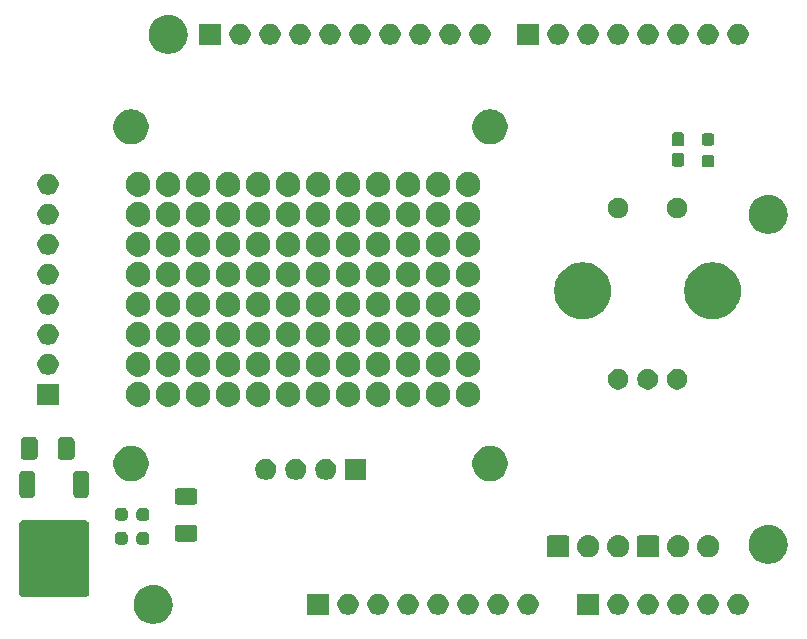
<source format=gbr>
%TF.GenerationSoftware,KiCad,Pcbnew,9.0.6*%
%TF.CreationDate,2025-10-31T21:19:26+09:00*%
%TF.ProjectId,LogAttSheild,4c6f6741-7474-4536-9865-696c642e6b69,rev?*%
%TF.SameCoordinates,Original*%
%TF.FileFunction,Soldermask,Top*%
%TF.FilePolarity,Negative*%
%FSLAX46Y46*%
G04 Gerber Fmt 4.6, Leading zero omitted, Abs format (unit mm)*
G04 Created by KiCad (PCBNEW 9.0.6) date 2025-10-31 21:19:26*
%MOMM*%
%LPD*%
G01*
G04 APERTURE LIST*
G04 APERTURE END LIST*
G36*
X114087730Y-95814089D02*
G01*
X114099536Y-95814089D01*
X114157663Y-95823295D01*
X114292042Y-95840986D01*
X114324837Y-95849773D01*
X114355418Y-95854617D01*
X114414229Y-95873726D01*
X114500611Y-95896872D01*
X114555724Y-95919700D01*
X114601810Y-95934675D01*
X114644987Y-95956674D01*
X114700099Y-95979503D01*
X114777539Y-96024213D01*
X114832645Y-96052291D01*
X114857697Y-96070492D01*
X114887096Y-96087466D01*
X114994651Y-96169995D01*
X115042239Y-96204570D01*
X115050579Y-96212910D01*
X115058401Y-96218912D01*
X115211087Y-96371598D01*
X115217088Y-96379419D01*
X115225430Y-96387761D01*
X115260008Y-96435354D01*
X115342533Y-96542903D01*
X115359505Y-96572299D01*
X115377709Y-96597355D01*
X115405789Y-96652466D01*
X115450496Y-96729900D01*
X115473321Y-96785006D01*
X115495325Y-96828190D01*
X115510301Y-96874282D01*
X115533127Y-96929388D01*
X115556269Y-97015757D01*
X115575383Y-97074582D01*
X115580227Y-97105169D01*
X115589013Y-97137957D01*
X115606703Y-97272327D01*
X115615911Y-97330464D01*
X115615911Y-97342269D01*
X115617197Y-97352038D01*
X115617197Y-97567961D01*
X115615911Y-97577729D01*
X115615911Y-97589536D01*
X115606702Y-97647677D01*
X115589013Y-97782042D01*
X115580228Y-97814827D01*
X115575383Y-97845418D01*
X115556268Y-97904246D01*
X115533127Y-97990611D01*
X115510302Y-98045713D01*
X115495325Y-98091810D01*
X115473319Y-98134997D01*
X115450496Y-98190099D01*
X115405793Y-98267525D01*
X115377709Y-98322645D01*
X115359502Y-98347704D01*
X115342533Y-98377096D01*
X115260022Y-98484627D01*
X115225430Y-98532239D01*
X115217085Y-98540583D01*
X115211087Y-98548401D01*
X115058401Y-98701087D01*
X115050583Y-98707085D01*
X115042239Y-98715430D01*
X114994627Y-98750022D01*
X114887096Y-98832533D01*
X114857704Y-98849502D01*
X114832645Y-98867709D01*
X114777525Y-98895793D01*
X114700099Y-98940496D01*
X114644997Y-98963319D01*
X114601810Y-98985325D01*
X114555713Y-99000302D01*
X114500611Y-99023127D01*
X114414246Y-99046268D01*
X114355418Y-99065383D01*
X114324827Y-99070228D01*
X114292042Y-99079013D01*
X114157677Y-99096702D01*
X114099536Y-99105911D01*
X114087729Y-99105911D01*
X114077961Y-99107197D01*
X113862039Y-99107197D01*
X113852271Y-99105911D01*
X113840464Y-99105911D01*
X113782324Y-99096702D01*
X113647957Y-99079013D01*
X113615169Y-99070227D01*
X113584582Y-99065383D01*
X113525757Y-99046269D01*
X113439388Y-99023127D01*
X113384282Y-99000301D01*
X113338190Y-98985325D01*
X113295006Y-98963321D01*
X113239900Y-98940496D01*
X113162466Y-98895789D01*
X113107355Y-98867709D01*
X113082299Y-98849505D01*
X113052903Y-98832533D01*
X112945354Y-98750008D01*
X112897761Y-98715430D01*
X112889419Y-98707088D01*
X112881598Y-98701087D01*
X112728912Y-98548401D01*
X112722910Y-98540579D01*
X112714570Y-98532239D01*
X112679995Y-98484651D01*
X112597466Y-98377096D01*
X112580492Y-98347697D01*
X112562291Y-98322645D01*
X112534213Y-98267539D01*
X112489503Y-98190099D01*
X112466674Y-98134987D01*
X112444675Y-98091810D01*
X112429700Y-98045724D01*
X112406872Y-97990611D01*
X112383726Y-97904229D01*
X112364617Y-97845418D01*
X112359773Y-97814837D01*
X112350986Y-97782042D01*
X112333295Y-97647663D01*
X112324089Y-97589536D01*
X112324089Y-97577729D01*
X112322803Y-97567961D01*
X112322803Y-97352038D01*
X112324089Y-97342269D01*
X112324089Y-97330464D01*
X112333294Y-97272341D01*
X112350986Y-97137957D01*
X112359773Y-97105160D01*
X112364617Y-97074582D01*
X112383724Y-97015775D01*
X112406872Y-96929388D01*
X112429702Y-96874271D01*
X112444675Y-96828190D01*
X112466672Y-96785016D01*
X112489503Y-96729900D01*
X112534217Y-96652451D01*
X112562291Y-96597355D01*
X112580489Y-96572306D01*
X112597466Y-96542903D01*
X112680009Y-96435329D01*
X112714570Y-96387761D01*
X112722906Y-96379424D01*
X112728912Y-96371598D01*
X112881598Y-96218912D01*
X112889424Y-96212906D01*
X112897761Y-96204570D01*
X112945329Y-96170009D01*
X113052903Y-96087466D01*
X113082306Y-96070489D01*
X113107355Y-96052291D01*
X113162451Y-96024217D01*
X113239900Y-95979503D01*
X113295016Y-95956672D01*
X113338190Y-95934675D01*
X113384271Y-95919702D01*
X113439388Y-95896872D01*
X113525775Y-95873724D01*
X113584582Y-95854617D01*
X113615160Y-95849773D01*
X113647957Y-95840986D01*
X113782338Y-95823295D01*
X113840464Y-95814089D01*
X113852270Y-95814089D01*
X113862039Y-95812803D01*
X114077961Y-95812803D01*
X114087730Y-95814089D01*
G37*
G36*
X128809517Y-96562882D02*
G01*
X128826062Y-96573938D01*
X128837118Y-96590483D01*
X128841000Y-96610000D01*
X128841000Y-98310000D01*
X128837118Y-98329517D01*
X128826062Y-98346062D01*
X128809517Y-98357118D01*
X128790000Y-98361000D01*
X127090000Y-98361000D01*
X127070483Y-98357118D01*
X127053938Y-98346062D01*
X127042882Y-98329517D01*
X127039000Y-98310000D01*
X127039000Y-96610000D01*
X127042882Y-96590483D01*
X127053938Y-96573938D01*
X127070483Y-96562882D01*
X127090000Y-96559000D01*
X128790000Y-96559000D01*
X128809517Y-96562882D01*
G37*
G36*
X151669517Y-96562882D02*
G01*
X151686062Y-96573938D01*
X151697118Y-96590483D01*
X151701000Y-96610000D01*
X151701000Y-98310000D01*
X151697118Y-98329517D01*
X151686062Y-98346062D01*
X151669517Y-98357118D01*
X151650000Y-98361000D01*
X149950000Y-98361000D01*
X149930483Y-98357118D01*
X149913938Y-98346062D01*
X149902882Y-98329517D01*
X149899000Y-98310000D01*
X149899000Y-96610000D01*
X149902882Y-96590483D01*
X149913938Y-96573938D01*
X149930483Y-96562882D01*
X149950000Y-96559000D01*
X151650000Y-96559000D01*
X151669517Y-96562882D01*
G37*
G36*
X130741546Y-96597797D02*
G01*
X130904728Y-96665389D01*
X131051588Y-96763518D01*
X131176482Y-96888412D01*
X131274611Y-97035272D01*
X131342203Y-97198454D01*
X131376661Y-97371687D01*
X131376661Y-97548313D01*
X131342203Y-97721546D01*
X131274611Y-97884728D01*
X131176482Y-98031588D01*
X131051588Y-98156482D01*
X130904728Y-98254611D01*
X130741546Y-98322203D01*
X130568313Y-98356661D01*
X130391687Y-98356661D01*
X130218454Y-98322203D01*
X130055272Y-98254611D01*
X129908412Y-98156482D01*
X129783518Y-98031588D01*
X129685389Y-97884728D01*
X129617797Y-97721546D01*
X129583339Y-97548313D01*
X129583339Y-97371687D01*
X129617797Y-97198454D01*
X129685389Y-97035272D01*
X129783518Y-96888412D01*
X129908412Y-96763518D01*
X130055272Y-96665389D01*
X130218454Y-96597797D01*
X130391687Y-96563339D01*
X130568313Y-96563339D01*
X130741546Y-96597797D01*
G37*
G36*
X133281546Y-96597797D02*
G01*
X133444728Y-96665389D01*
X133591588Y-96763518D01*
X133716482Y-96888412D01*
X133814611Y-97035272D01*
X133882203Y-97198454D01*
X133916661Y-97371687D01*
X133916661Y-97548313D01*
X133882203Y-97721546D01*
X133814611Y-97884728D01*
X133716482Y-98031588D01*
X133591588Y-98156482D01*
X133444728Y-98254611D01*
X133281546Y-98322203D01*
X133108313Y-98356661D01*
X132931687Y-98356661D01*
X132758454Y-98322203D01*
X132595272Y-98254611D01*
X132448412Y-98156482D01*
X132323518Y-98031588D01*
X132225389Y-97884728D01*
X132157797Y-97721546D01*
X132123339Y-97548313D01*
X132123339Y-97371687D01*
X132157797Y-97198454D01*
X132225389Y-97035272D01*
X132323518Y-96888412D01*
X132448412Y-96763518D01*
X132595272Y-96665389D01*
X132758454Y-96597797D01*
X132931687Y-96563339D01*
X133108313Y-96563339D01*
X133281546Y-96597797D01*
G37*
G36*
X135821546Y-96597797D02*
G01*
X135984728Y-96665389D01*
X136131588Y-96763518D01*
X136256482Y-96888412D01*
X136354611Y-97035272D01*
X136422203Y-97198454D01*
X136456661Y-97371687D01*
X136456661Y-97548313D01*
X136422203Y-97721546D01*
X136354611Y-97884728D01*
X136256482Y-98031588D01*
X136131588Y-98156482D01*
X135984728Y-98254611D01*
X135821546Y-98322203D01*
X135648313Y-98356661D01*
X135471687Y-98356661D01*
X135298454Y-98322203D01*
X135135272Y-98254611D01*
X134988412Y-98156482D01*
X134863518Y-98031588D01*
X134765389Y-97884728D01*
X134697797Y-97721546D01*
X134663339Y-97548313D01*
X134663339Y-97371687D01*
X134697797Y-97198454D01*
X134765389Y-97035272D01*
X134863518Y-96888412D01*
X134988412Y-96763518D01*
X135135272Y-96665389D01*
X135298454Y-96597797D01*
X135471687Y-96563339D01*
X135648313Y-96563339D01*
X135821546Y-96597797D01*
G37*
G36*
X138361546Y-96597797D02*
G01*
X138524728Y-96665389D01*
X138671588Y-96763518D01*
X138796482Y-96888412D01*
X138894611Y-97035272D01*
X138962203Y-97198454D01*
X138996661Y-97371687D01*
X138996661Y-97548313D01*
X138962203Y-97721546D01*
X138894611Y-97884728D01*
X138796482Y-98031588D01*
X138671588Y-98156482D01*
X138524728Y-98254611D01*
X138361546Y-98322203D01*
X138188313Y-98356661D01*
X138011687Y-98356661D01*
X137838454Y-98322203D01*
X137675272Y-98254611D01*
X137528412Y-98156482D01*
X137403518Y-98031588D01*
X137305389Y-97884728D01*
X137237797Y-97721546D01*
X137203339Y-97548313D01*
X137203339Y-97371687D01*
X137237797Y-97198454D01*
X137305389Y-97035272D01*
X137403518Y-96888412D01*
X137528412Y-96763518D01*
X137675272Y-96665389D01*
X137838454Y-96597797D01*
X138011687Y-96563339D01*
X138188313Y-96563339D01*
X138361546Y-96597797D01*
G37*
G36*
X140901546Y-96597797D02*
G01*
X141064728Y-96665389D01*
X141211588Y-96763518D01*
X141336482Y-96888412D01*
X141434611Y-97035272D01*
X141502203Y-97198454D01*
X141536661Y-97371687D01*
X141536661Y-97548313D01*
X141502203Y-97721546D01*
X141434611Y-97884728D01*
X141336482Y-98031588D01*
X141211588Y-98156482D01*
X141064728Y-98254611D01*
X140901546Y-98322203D01*
X140728313Y-98356661D01*
X140551687Y-98356661D01*
X140378454Y-98322203D01*
X140215272Y-98254611D01*
X140068412Y-98156482D01*
X139943518Y-98031588D01*
X139845389Y-97884728D01*
X139777797Y-97721546D01*
X139743339Y-97548313D01*
X139743339Y-97371687D01*
X139777797Y-97198454D01*
X139845389Y-97035272D01*
X139943518Y-96888412D01*
X140068412Y-96763518D01*
X140215272Y-96665389D01*
X140378454Y-96597797D01*
X140551687Y-96563339D01*
X140728313Y-96563339D01*
X140901546Y-96597797D01*
G37*
G36*
X143441546Y-96597797D02*
G01*
X143604728Y-96665389D01*
X143751588Y-96763518D01*
X143876482Y-96888412D01*
X143974611Y-97035272D01*
X144042203Y-97198454D01*
X144076661Y-97371687D01*
X144076661Y-97548313D01*
X144042203Y-97721546D01*
X143974611Y-97884728D01*
X143876482Y-98031588D01*
X143751588Y-98156482D01*
X143604728Y-98254611D01*
X143441546Y-98322203D01*
X143268313Y-98356661D01*
X143091687Y-98356661D01*
X142918454Y-98322203D01*
X142755272Y-98254611D01*
X142608412Y-98156482D01*
X142483518Y-98031588D01*
X142385389Y-97884728D01*
X142317797Y-97721546D01*
X142283339Y-97548313D01*
X142283339Y-97371687D01*
X142317797Y-97198454D01*
X142385389Y-97035272D01*
X142483518Y-96888412D01*
X142608412Y-96763518D01*
X142755272Y-96665389D01*
X142918454Y-96597797D01*
X143091687Y-96563339D01*
X143268313Y-96563339D01*
X143441546Y-96597797D01*
G37*
G36*
X145981546Y-96597797D02*
G01*
X146144728Y-96665389D01*
X146291588Y-96763518D01*
X146416482Y-96888412D01*
X146514611Y-97035272D01*
X146582203Y-97198454D01*
X146616661Y-97371687D01*
X146616661Y-97548313D01*
X146582203Y-97721546D01*
X146514611Y-97884728D01*
X146416482Y-98031588D01*
X146291588Y-98156482D01*
X146144728Y-98254611D01*
X145981546Y-98322203D01*
X145808313Y-98356661D01*
X145631687Y-98356661D01*
X145458454Y-98322203D01*
X145295272Y-98254611D01*
X145148412Y-98156482D01*
X145023518Y-98031588D01*
X144925389Y-97884728D01*
X144857797Y-97721546D01*
X144823339Y-97548313D01*
X144823339Y-97371687D01*
X144857797Y-97198454D01*
X144925389Y-97035272D01*
X145023518Y-96888412D01*
X145148412Y-96763518D01*
X145295272Y-96665389D01*
X145458454Y-96597797D01*
X145631687Y-96563339D01*
X145808313Y-96563339D01*
X145981546Y-96597797D01*
G37*
G36*
X153601546Y-96597797D02*
G01*
X153764728Y-96665389D01*
X153911588Y-96763518D01*
X154036482Y-96888412D01*
X154134611Y-97035272D01*
X154202203Y-97198454D01*
X154236661Y-97371687D01*
X154236661Y-97548313D01*
X154202203Y-97721546D01*
X154134611Y-97884728D01*
X154036482Y-98031588D01*
X153911588Y-98156482D01*
X153764728Y-98254611D01*
X153601546Y-98322203D01*
X153428313Y-98356661D01*
X153251687Y-98356661D01*
X153078454Y-98322203D01*
X152915272Y-98254611D01*
X152768412Y-98156482D01*
X152643518Y-98031588D01*
X152545389Y-97884728D01*
X152477797Y-97721546D01*
X152443339Y-97548313D01*
X152443339Y-97371687D01*
X152477797Y-97198454D01*
X152545389Y-97035272D01*
X152643518Y-96888412D01*
X152768412Y-96763518D01*
X152915272Y-96665389D01*
X153078454Y-96597797D01*
X153251687Y-96563339D01*
X153428313Y-96563339D01*
X153601546Y-96597797D01*
G37*
G36*
X156141546Y-96597797D02*
G01*
X156304728Y-96665389D01*
X156451588Y-96763518D01*
X156576482Y-96888412D01*
X156674611Y-97035272D01*
X156742203Y-97198454D01*
X156776661Y-97371687D01*
X156776661Y-97548313D01*
X156742203Y-97721546D01*
X156674611Y-97884728D01*
X156576482Y-98031588D01*
X156451588Y-98156482D01*
X156304728Y-98254611D01*
X156141546Y-98322203D01*
X155968313Y-98356661D01*
X155791687Y-98356661D01*
X155618454Y-98322203D01*
X155455272Y-98254611D01*
X155308412Y-98156482D01*
X155183518Y-98031588D01*
X155085389Y-97884728D01*
X155017797Y-97721546D01*
X154983339Y-97548313D01*
X154983339Y-97371687D01*
X155017797Y-97198454D01*
X155085389Y-97035272D01*
X155183518Y-96888412D01*
X155308412Y-96763518D01*
X155455272Y-96665389D01*
X155618454Y-96597797D01*
X155791687Y-96563339D01*
X155968313Y-96563339D01*
X156141546Y-96597797D01*
G37*
G36*
X158681546Y-96597797D02*
G01*
X158844728Y-96665389D01*
X158991588Y-96763518D01*
X159116482Y-96888412D01*
X159214611Y-97035272D01*
X159282203Y-97198454D01*
X159316661Y-97371687D01*
X159316661Y-97548313D01*
X159282203Y-97721546D01*
X159214611Y-97884728D01*
X159116482Y-98031588D01*
X158991588Y-98156482D01*
X158844728Y-98254611D01*
X158681546Y-98322203D01*
X158508313Y-98356661D01*
X158331687Y-98356661D01*
X158158454Y-98322203D01*
X157995272Y-98254611D01*
X157848412Y-98156482D01*
X157723518Y-98031588D01*
X157625389Y-97884728D01*
X157557797Y-97721546D01*
X157523339Y-97548313D01*
X157523339Y-97371687D01*
X157557797Y-97198454D01*
X157625389Y-97035272D01*
X157723518Y-96888412D01*
X157848412Y-96763518D01*
X157995272Y-96665389D01*
X158158454Y-96597797D01*
X158331687Y-96563339D01*
X158508313Y-96563339D01*
X158681546Y-96597797D01*
G37*
G36*
X161221546Y-96597797D02*
G01*
X161384728Y-96665389D01*
X161531588Y-96763518D01*
X161656482Y-96888412D01*
X161754611Y-97035272D01*
X161822203Y-97198454D01*
X161856661Y-97371687D01*
X161856661Y-97548313D01*
X161822203Y-97721546D01*
X161754611Y-97884728D01*
X161656482Y-98031588D01*
X161531588Y-98156482D01*
X161384728Y-98254611D01*
X161221546Y-98322203D01*
X161048313Y-98356661D01*
X160871687Y-98356661D01*
X160698454Y-98322203D01*
X160535272Y-98254611D01*
X160388412Y-98156482D01*
X160263518Y-98031588D01*
X160165389Y-97884728D01*
X160097797Y-97721546D01*
X160063339Y-97548313D01*
X160063339Y-97371687D01*
X160097797Y-97198454D01*
X160165389Y-97035272D01*
X160263518Y-96888412D01*
X160388412Y-96763518D01*
X160535272Y-96665389D01*
X160698454Y-96597797D01*
X160871687Y-96563339D01*
X161048313Y-96563339D01*
X161221546Y-96597797D01*
G37*
G36*
X163761546Y-96597797D02*
G01*
X163924728Y-96665389D01*
X164071588Y-96763518D01*
X164196482Y-96888412D01*
X164294611Y-97035272D01*
X164362203Y-97198454D01*
X164396661Y-97371687D01*
X164396661Y-97548313D01*
X164362203Y-97721546D01*
X164294611Y-97884728D01*
X164196482Y-98031588D01*
X164071588Y-98156482D01*
X163924728Y-98254611D01*
X163761546Y-98322203D01*
X163588313Y-98356661D01*
X163411687Y-98356661D01*
X163238454Y-98322203D01*
X163075272Y-98254611D01*
X162928412Y-98156482D01*
X162803518Y-98031588D01*
X162705389Y-97884728D01*
X162637797Y-97721546D01*
X162603339Y-97548313D01*
X162603339Y-97371687D01*
X162637797Y-97198454D01*
X162705389Y-97035272D01*
X162803518Y-96888412D01*
X162928412Y-96763518D01*
X163075272Y-96665389D01*
X163238454Y-96597797D01*
X163411687Y-96563339D01*
X163588313Y-96563339D01*
X163761546Y-96597797D01*
G37*
G36*
X108305916Y-90356996D02*
G01*
X108321728Y-90363977D01*
X108329534Y-90365214D01*
X108362046Y-90381780D01*
X108407107Y-90401676D01*
X108485325Y-90479894D01*
X108505224Y-90524961D01*
X108521786Y-90557466D01*
X108523022Y-90565270D01*
X108530005Y-90581085D01*
X108537999Y-90649999D01*
X108537999Y-90659828D01*
X108538000Y-90659835D01*
X108538000Y-93621087D01*
X108538000Y-96550004D01*
X108530005Y-96618917D01*
X108523021Y-96634732D01*
X108521786Y-96642535D01*
X108505227Y-96675033D01*
X108485325Y-96720108D01*
X108407107Y-96798326D01*
X108362032Y-96818228D01*
X108329534Y-96834787D01*
X108321731Y-96836022D01*
X108305916Y-96843006D01*
X108237002Y-96851000D01*
X108227172Y-96851000D01*
X108227166Y-96851001D01*
X102946834Y-96851001D01*
X102946833Y-96851000D01*
X102936997Y-96851001D01*
X102868084Y-96843006D01*
X102852269Y-96836023D01*
X102844465Y-96834787D01*
X102811960Y-96818225D01*
X102766893Y-96798326D01*
X102688675Y-96720108D01*
X102668779Y-96675047D01*
X102652213Y-96642535D01*
X102650976Y-96634729D01*
X102643995Y-96618917D01*
X102636001Y-96550003D01*
X102636000Y-96540172D01*
X102636000Y-96540166D01*
X102636000Y-90659835D01*
X102636000Y-90659834D01*
X102636000Y-90649998D01*
X102643995Y-90581085D01*
X102650976Y-90565273D01*
X102652213Y-90557466D01*
X102668782Y-90524946D01*
X102688675Y-90479894D01*
X102766893Y-90401676D01*
X102811945Y-90381783D01*
X102844465Y-90365214D01*
X102852272Y-90363977D01*
X102868084Y-90356996D01*
X102936998Y-90349002D01*
X102946827Y-90349001D01*
X102946834Y-90349001D01*
X108227166Y-90349001D01*
X108237003Y-90349001D01*
X108305916Y-90356996D01*
G37*
G36*
X166157730Y-90734089D02*
G01*
X166169536Y-90734089D01*
X166227663Y-90743295D01*
X166362042Y-90760986D01*
X166394837Y-90769773D01*
X166425418Y-90774617D01*
X166484229Y-90793726D01*
X166570611Y-90816872D01*
X166625724Y-90839700D01*
X166671810Y-90854675D01*
X166714987Y-90876674D01*
X166770099Y-90899503D01*
X166847539Y-90944213D01*
X166902645Y-90972291D01*
X166927697Y-90990492D01*
X166957096Y-91007466D01*
X167064651Y-91089995D01*
X167112239Y-91124570D01*
X167120579Y-91132910D01*
X167128401Y-91138912D01*
X167281087Y-91291598D01*
X167287088Y-91299419D01*
X167295430Y-91307761D01*
X167330008Y-91355354D01*
X167412533Y-91462903D01*
X167429505Y-91492299D01*
X167447709Y-91517355D01*
X167475789Y-91572466D01*
X167520496Y-91649900D01*
X167543321Y-91705006D01*
X167565325Y-91748190D01*
X167580301Y-91794282D01*
X167603127Y-91849388D01*
X167626269Y-91935757D01*
X167645383Y-91994582D01*
X167650227Y-92025169D01*
X167659013Y-92057957D01*
X167676703Y-92192327D01*
X167685911Y-92250464D01*
X167685911Y-92262269D01*
X167687197Y-92272038D01*
X167687197Y-92487961D01*
X167685911Y-92497729D01*
X167685911Y-92509536D01*
X167676702Y-92567677D01*
X167659013Y-92702042D01*
X167650228Y-92734827D01*
X167645383Y-92765418D01*
X167626268Y-92824246D01*
X167603127Y-92910611D01*
X167580302Y-92965713D01*
X167565325Y-93011810D01*
X167543319Y-93054997D01*
X167520496Y-93110099D01*
X167475793Y-93187525D01*
X167447709Y-93242645D01*
X167429502Y-93267704D01*
X167412533Y-93297096D01*
X167330022Y-93404627D01*
X167295430Y-93452239D01*
X167287085Y-93460583D01*
X167281087Y-93468401D01*
X167128401Y-93621087D01*
X167120583Y-93627085D01*
X167112239Y-93635430D01*
X167064627Y-93670022D01*
X166957096Y-93752533D01*
X166927704Y-93769502D01*
X166902645Y-93787709D01*
X166847525Y-93815793D01*
X166770099Y-93860496D01*
X166714997Y-93883319D01*
X166671810Y-93905325D01*
X166625713Y-93920302D01*
X166570611Y-93943127D01*
X166484246Y-93966268D01*
X166425418Y-93985383D01*
X166394827Y-93990228D01*
X166362042Y-93999013D01*
X166227677Y-94016702D01*
X166169536Y-94025911D01*
X166157729Y-94025911D01*
X166147961Y-94027197D01*
X165932039Y-94027197D01*
X165922271Y-94025911D01*
X165910464Y-94025911D01*
X165852324Y-94016702D01*
X165717957Y-93999013D01*
X165685169Y-93990227D01*
X165654582Y-93985383D01*
X165595757Y-93966269D01*
X165509388Y-93943127D01*
X165454282Y-93920301D01*
X165408190Y-93905325D01*
X165365006Y-93883321D01*
X165309900Y-93860496D01*
X165232466Y-93815789D01*
X165177355Y-93787709D01*
X165152299Y-93769505D01*
X165122903Y-93752533D01*
X165015354Y-93670008D01*
X164967761Y-93635430D01*
X164959419Y-93627088D01*
X164951598Y-93621087D01*
X164798912Y-93468401D01*
X164792910Y-93460579D01*
X164784570Y-93452239D01*
X164749995Y-93404651D01*
X164667466Y-93297096D01*
X164650492Y-93267697D01*
X164632291Y-93242645D01*
X164604213Y-93187539D01*
X164559503Y-93110099D01*
X164536674Y-93054987D01*
X164514675Y-93011810D01*
X164499700Y-92965724D01*
X164476872Y-92910611D01*
X164453726Y-92824229D01*
X164434617Y-92765418D01*
X164429773Y-92734837D01*
X164420986Y-92702042D01*
X164403295Y-92567663D01*
X164394089Y-92509536D01*
X164394089Y-92497729D01*
X164392803Y-92487961D01*
X164392803Y-92272038D01*
X164394089Y-92262269D01*
X164394089Y-92250464D01*
X164403294Y-92192341D01*
X164420986Y-92057957D01*
X164429773Y-92025160D01*
X164434617Y-91994582D01*
X164453724Y-91935775D01*
X164476872Y-91849388D01*
X164499702Y-91794271D01*
X164514675Y-91748190D01*
X164536672Y-91705016D01*
X164559503Y-91649900D01*
X164604217Y-91572451D01*
X164632291Y-91517355D01*
X164650489Y-91492306D01*
X164667466Y-91462903D01*
X164750009Y-91355329D01*
X164784570Y-91307761D01*
X164792906Y-91299424D01*
X164798912Y-91291598D01*
X164951598Y-91138912D01*
X164959424Y-91132906D01*
X164967761Y-91124570D01*
X165015329Y-91090009D01*
X165122903Y-91007466D01*
X165152306Y-90990489D01*
X165177355Y-90972291D01*
X165232451Y-90944217D01*
X165309900Y-90899503D01*
X165365016Y-90876672D01*
X165408190Y-90854675D01*
X165454271Y-90839702D01*
X165509388Y-90816872D01*
X165595775Y-90793724D01*
X165654582Y-90774617D01*
X165685160Y-90769773D01*
X165717957Y-90760986D01*
X165852338Y-90743295D01*
X165910464Y-90734089D01*
X165922270Y-90734089D01*
X165932039Y-90732803D01*
X166147961Y-90732803D01*
X166157730Y-90734089D01*
G37*
G36*
X148980148Y-91594453D02*
G01*
X148995904Y-91601410D01*
X149003638Y-91602635D01*
X149035848Y-91619047D01*
X149080802Y-91638896D01*
X149158604Y-91716698D01*
X149178456Y-91761658D01*
X149194864Y-91793861D01*
X149196088Y-91801592D01*
X149203047Y-91817352D01*
X149211000Y-91885900D01*
X149211000Y-93189100D01*
X149203047Y-93257648D01*
X149196088Y-93273408D01*
X149194864Y-93281138D01*
X149178459Y-93313333D01*
X149158604Y-93358302D01*
X149080802Y-93436104D01*
X149035833Y-93455959D01*
X149003638Y-93472364D01*
X148995908Y-93473588D01*
X148980148Y-93480547D01*
X148911600Y-93488500D01*
X147608400Y-93488500D01*
X147539852Y-93480547D01*
X147524092Y-93473588D01*
X147516361Y-93472364D01*
X147484158Y-93455956D01*
X147439198Y-93436104D01*
X147361396Y-93358302D01*
X147341547Y-93313348D01*
X147325135Y-93281138D01*
X147323910Y-93273404D01*
X147316953Y-93257648D01*
X147309000Y-93189100D01*
X147309000Y-91885900D01*
X147316953Y-91817352D01*
X147323909Y-91801596D01*
X147325135Y-91793861D01*
X147341550Y-91761643D01*
X147361396Y-91716698D01*
X147439198Y-91638896D01*
X147484143Y-91619050D01*
X147516361Y-91602635D01*
X147524096Y-91601409D01*
X147539852Y-91594453D01*
X147608400Y-91586500D01*
X148911600Y-91586500D01*
X148980148Y-91594453D01*
G37*
G36*
X156600148Y-91594453D02*
G01*
X156615904Y-91601410D01*
X156623638Y-91602635D01*
X156655848Y-91619047D01*
X156700802Y-91638896D01*
X156778604Y-91716698D01*
X156798456Y-91761658D01*
X156814864Y-91793861D01*
X156816088Y-91801592D01*
X156823047Y-91817352D01*
X156831000Y-91885900D01*
X156831000Y-93189100D01*
X156823047Y-93257648D01*
X156816088Y-93273408D01*
X156814864Y-93281138D01*
X156798459Y-93313333D01*
X156778604Y-93358302D01*
X156700802Y-93436104D01*
X156655833Y-93455959D01*
X156623638Y-93472364D01*
X156615908Y-93473588D01*
X156600148Y-93480547D01*
X156531600Y-93488500D01*
X155228400Y-93488500D01*
X155159852Y-93480547D01*
X155144092Y-93473588D01*
X155136361Y-93472364D01*
X155104158Y-93455956D01*
X155059198Y-93436104D01*
X154981396Y-93358302D01*
X154961547Y-93313348D01*
X154945135Y-93281138D01*
X154943910Y-93273404D01*
X154936953Y-93257648D01*
X154929000Y-93189100D01*
X154929000Y-91885900D01*
X154936953Y-91817352D01*
X154943909Y-91801596D01*
X154945135Y-91793861D01*
X154961550Y-91761643D01*
X154981396Y-91716698D01*
X155059198Y-91638896D01*
X155104143Y-91619050D01*
X155136361Y-91602635D01*
X155144096Y-91601409D01*
X155159852Y-91594453D01*
X155228400Y-91586500D01*
X156531600Y-91586500D01*
X156600148Y-91594453D01*
G37*
G36*
X150882553Y-91591079D02*
G01*
X150893214Y-91591079D01*
X150934865Y-91599364D01*
X151021916Y-91613151D01*
X151049918Y-91622249D01*
X151076061Y-91627450D01*
X151112956Y-91642732D01*
X151163784Y-91659248D01*
X151211399Y-91683509D01*
X151248298Y-91698793D01*
X151270463Y-91713603D01*
X151296693Y-91726968D01*
X151367990Y-91778768D01*
X151403308Y-91802367D01*
X151410846Y-91809905D01*
X151417370Y-91814645D01*
X151522854Y-91920129D01*
X151527593Y-91926652D01*
X151535133Y-91934192D01*
X151558734Y-91969514D01*
X151610531Y-92040806D01*
X151623894Y-92067033D01*
X151638707Y-92089202D01*
X151653993Y-92126105D01*
X151678251Y-92173715D01*
X151694764Y-92224535D01*
X151710050Y-92261439D01*
X151715251Y-92287586D01*
X151724348Y-92315583D01*
X151738134Y-92402625D01*
X151746421Y-92444286D01*
X151746421Y-92454947D01*
X151747683Y-92462915D01*
X151747683Y-92612084D01*
X151746421Y-92620051D01*
X151746421Y-92630714D01*
X151738133Y-92672377D01*
X151724348Y-92759416D01*
X151715251Y-92787410D01*
X151710050Y-92813561D01*
X151694762Y-92850468D01*
X151678251Y-92901284D01*
X151653995Y-92948888D01*
X151638707Y-92985798D01*
X151623892Y-93007970D01*
X151610531Y-93034193D01*
X151558742Y-93105473D01*
X151535133Y-93140808D01*
X151527591Y-93148349D01*
X151522854Y-93154870D01*
X151417370Y-93260354D01*
X151410849Y-93265091D01*
X151403308Y-93272633D01*
X151367973Y-93296242D01*
X151296693Y-93348031D01*
X151270470Y-93361392D01*
X151248298Y-93376207D01*
X151211388Y-93391495D01*
X151163784Y-93415751D01*
X151112968Y-93432262D01*
X151076061Y-93447550D01*
X151049910Y-93452751D01*
X151021916Y-93461848D01*
X150934875Y-93475633D01*
X150893214Y-93483921D01*
X150882553Y-93483921D01*
X150874585Y-93485183D01*
X150725415Y-93485183D01*
X150717447Y-93483921D01*
X150706786Y-93483921D01*
X150665125Y-93475634D01*
X150578083Y-93461848D01*
X150550086Y-93452751D01*
X150523939Y-93447550D01*
X150487035Y-93432264D01*
X150436215Y-93415751D01*
X150388605Y-93391493D01*
X150351702Y-93376207D01*
X150329533Y-93361394D01*
X150303306Y-93348031D01*
X150232014Y-93296234D01*
X150196692Y-93272633D01*
X150189152Y-93265093D01*
X150182629Y-93260354D01*
X150077145Y-93154870D01*
X150072405Y-93148346D01*
X150064867Y-93140808D01*
X150041268Y-93105490D01*
X149989468Y-93034193D01*
X149976103Y-93007963D01*
X149961293Y-92985798D01*
X149946009Y-92948899D01*
X149921748Y-92901284D01*
X149905232Y-92850456D01*
X149889950Y-92813561D01*
X149884749Y-92787418D01*
X149875651Y-92759416D01*
X149861864Y-92672367D01*
X149853579Y-92630714D01*
X149853579Y-92620052D01*
X149852317Y-92612084D01*
X149852317Y-92462915D01*
X149853579Y-92454946D01*
X149853579Y-92444286D01*
X149861863Y-92402636D01*
X149875651Y-92315583D01*
X149884750Y-92287578D01*
X149889950Y-92261439D01*
X149905231Y-92224546D01*
X149921748Y-92173715D01*
X149946011Y-92126095D01*
X149961293Y-92089202D01*
X149976101Y-92067039D01*
X149989468Y-92040806D01*
X150041277Y-91969496D01*
X150064867Y-91934192D01*
X150072402Y-91926656D01*
X150077145Y-91920129D01*
X150182629Y-91814645D01*
X150189156Y-91809902D01*
X150196692Y-91802367D01*
X150231996Y-91778777D01*
X150303306Y-91726968D01*
X150329539Y-91713601D01*
X150351702Y-91698793D01*
X150388595Y-91683511D01*
X150436215Y-91659248D01*
X150487046Y-91642731D01*
X150523939Y-91627450D01*
X150550078Y-91622250D01*
X150578083Y-91613151D01*
X150665136Y-91599363D01*
X150706786Y-91591079D01*
X150717447Y-91591079D01*
X150725415Y-91589817D01*
X150874585Y-91589817D01*
X150882553Y-91591079D01*
G37*
G36*
X153422553Y-91591079D02*
G01*
X153433214Y-91591079D01*
X153474865Y-91599364D01*
X153561916Y-91613151D01*
X153589918Y-91622249D01*
X153616061Y-91627450D01*
X153652956Y-91642732D01*
X153703784Y-91659248D01*
X153751399Y-91683509D01*
X153788298Y-91698793D01*
X153810463Y-91713603D01*
X153836693Y-91726968D01*
X153907990Y-91778768D01*
X153943308Y-91802367D01*
X153950846Y-91809905D01*
X153957370Y-91814645D01*
X154062854Y-91920129D01*
X154067593Y-91926652D01*
X154075133Y-91934192D01*
X154098734Y-91969514D01*
X154150531Y-92040806D01*
X154163894Y-92067033D01*
X154178707Y-92089202D01*
X154193993Y-92126105D01*
X154218251Y-92173715D01*
X154234764Y-92224535D01*
X154250050Y-92261439D01*
X154255251Y-92287586D01*
X154264348Y-92315583D01*
X154278134Y-92402625D01*
X154286421Y-92444286D01*
X154286421Y-92454947D01*
X154287683Y-92462915D01*
X154287683Y-92612084D01*
X154286421Y-92620051D01*
X154286421Y-92630714D01*
X154278133Y-92672377D01*
X154264348Y-92759416D01*
X154255251Y-92787410D01*
X154250050Y-92813561D01*
X154234762Y-92850468D01*
X154218251Y-92901284D01*
X154193995Y-92948888D01*
X154178707Y-92985798D01*
X154163892Y-93007970D01*
X154150531Y-93034193D01*
X154098742Y-93105473D01*
X154075133Y-93140808D01*
X154067591Y-93148349D01*
X154062854Y-93154870D01*
X153957370Y-93260354D01*
X153950849Y-93265091D01*
X153943308Y-93272633D01*
X153907973Y-93296242D01*
X153836693Y-93348031D01*
X153810470Y-93361392D01*
X153788298Y-93376207D01*
X153751388Y-93391495D01*
X153703784Y-93415751D01*
X153652968Y-93432262D01*
X153616061Y-93447550D01*
X153589910Y-93452751D01*
X153561916Y-93461848D01*
X153474875Y-93475633D01*
X153433214Y-93483921D01*
X153422553Y-93483921D01*
X153414585Y-93485183D01*
X153265415Y-93485183D01*
X153257447Y-93483921D01*
X153246786Y-93483921D01*
X153205125Y-93475634D01*
X153118083Y-93461848D01*
X153090086Y-93452751D01*
X153063939Y-93447550D01*
X153027035Y-93432264D01*
X152976215Y-93415751D01*
X152928605Y-93391493D01*
X152891702Y-93376207D01*
X152869533Y-93361394D01*
X152843306Y-93348031D01*
X152772014Y-93296234D01*
X152736692Y-93272633D01*
X152729152Y-93265093D01*
X152722629Y-93260354D01*
X152617145Y-93154870D01*
X152612405Y-93148346D01*
X152604867Y-93140808D01*
X152581268Y-93105490D01*
X152529468Y-93034193D01*
X152516103Y-93007963D01*
X152501293Y-92985798D01*
X152486009Y-92948899D01*
X152461748Y-92901284D01*
X152445232Y-92850456D01*
X152429950Y-92813561D01*
X152424749Y-92787418D01*
X152415651Y-92759416D01*
X152401864Y-92672367D01*
X152393579Y-92630714D01*
X152393579Y-92620052D01*
X152392317Y-92612084D01*
X152392317Y-92462915D01*
X152393579Y-92454946D01*
X152393579Y-92444286D01*
X152401863Y-92402636D01*
X152415651Y-92315583D01*
X152424750Y-92287578D01*
X152429950Y-92261439D01*
X152445231Y-92224546D01*
X152461748Y-92173715D01*
X152486011Y-92126095D01*
X152501293Y-92089202D01*
X152516101Y-92067039D01*
X152529468Y-92040806D01*
X152581277Y-91969496D01*
X152604867Y-91934192D01*
X152612402Y-91926656D01*
X152617145Y-91920129D01*
X152722629Y-91814645D01*
X152729156Y-91809902D01*
X152736692Y-91802367D01*
X152771996Y-91778777D01*
X152843306Y-91726968D01*
X152869539Y-91713601D01*
X152891702Y-91698793D01*
X152928595Y-91683511D01*
X152976215Y-91659248D01*
X153027046Y-91642731D01*
X153063939Y-91627450D01*
X153090078Y-91622250D01*
X153118083Y-91613151D01*
X153205136Y-91599363D01*
X153246786Y-91591079D01*
X153257447Y-91591079D01*
X153265415Y-91589817D01*
X153414585Y-91589817D01*
X153422553Y-91591079D01*
G37*
G36*
X158502553Y-91591079D02*
G01*
X158513214Y-91591079D01*
X158554865Y-91599364D01*
X158641916Y-91613151D01*
X158669918Y-91622249D01*
X158696061Y-91627450D01*
X158732956Y-91642732D01*
X158783784Y-91659248D01*
X158831399Y-91683509D01*
X158868298Y-91698793D01*
X158890463Y-91713603D01*
X158916693Y-91726968D01*
X158987990Y-91778768D01*
X159023308Y-91802367D01*
X159030846Y-91809905D01*
X159037370Y-91814645D01*
X159142854Y-91920129D01*
X159147593Y-91926652D01*
X159155133Y-91934192D01*
X159178734Y-91969514D01*
X159230531Y-92040806D01*
X159243894Y-92067033D01*
X159258707Y-92089202D01*
X159273993Y-92126105D01*
X159298251Y-92173715D01*
X159314764Y-92224535D01*
X159330050Y-92261439D01*
X159335251Y-92287586D01*
X159344348Y-92315583D01*
X159358134Y-92402625D01*
X159366421Y-92444286D01*
X159366421Y-92454947D01*
X159367683Y-92462915D01*
X159367683Y-92612084D01*
X159366421Y-92620051D01*
X159366421Y-92630714D01*
X159358133Y-92672377D01*
X159344348Y-92759416D01*
X159335251Y-92787410D01*
X159330050Y-92813561D01*
X159314762Y-92850468D01*
X159298251Y-92901284D01*
X159273995Y-92948888D01*
X159258707Y-92985798D01*
X159243892Y-93007970D01*
X159230531Y-93034193D01*
X159178742Y-93105473D01*
X159155133Y-93140808D01*
X159147591Y-93148349D01*
X159142854Y-93154870D01*
X159037370Y-93260354D01*
X159030849Y-93265091D01*
X159023308Y-93272633D01*
X158987973Y-93296242D01*
X158916693Y-93348031D01*
X158890470Y-93361392D01*
X158868298Y-93376207D01*
X158831388Y-93391495D01*
X158783784Y-93415751D01*
X158732968Y-93432262D01*
X158696061Y-93447550D01*
X158669910Y-93452751D01*
X158641916Y-93461848D01*
X158554875Y-93475633D01*
X158513214Y-93483921D01*
X158502553Y-93483921D01*
X158494585Y-93485183D01*
X158345415Y-93485183D01*
X158337447Y-93483921D01*
X158326786Y-93483921D01*
X158285125Y-93475634D01*
X158198083Y-93461848D01*
X158170086Y-93452751D01*
X158143939Y-93447550D01*
X158107035Y-93432264D01*
X158056215Y-93415751D01*
X158008605Y-93391493D01*
X157971702Y-93376207D01*
X157949533Y-93361394D01*
X157923306Y-93348031D01*
X157852014Y-93296234D01*
X157816692Y-93272633D01*
X157809152Y-93265093D01*
X157802629Y-93260354D01*
X157697145Y-93154870D01*
X157692405Y-93148346D01*
X157684867Y-93140808D01*
X157661268Y-93105490D01*
X157609468Y-93034193D01*
X157596103Y-93007963D01*
X157581293Y-92985798D01*
X157566009Y-92948899D01*
X157541748Y-92901284D01*
X157525232Y-92850456D01*
X157509950Y-92813561D01*
X157504749Y-92787418D01*
X157495651Y-92759416D01*
X157481864Y-92672367D01*
X157473579Y-92630714D01*
X157473579Y-92620052D01*
X157472317Y-92612084D01*
X157472317Y-92462915D01*
X157473579Y-92454946D01*
X157473579Y-92444286D01*
X157481863Y-92402636D01*
X157495651Y-92315583D01*
X157504750Y-92287578D01*
X157509950Y-92261439D01*
X157525231Y-92224546D01*
X157541748Y-92173715D01*
X157566011Y-92126095D01*
X157581293Y-92089202D01*
X157596101Y-92067039D01*
X157609468Y-92040806D01*
X157661277Y-91969496D01*
X157684867Y-91934192D01*
X157692402Y-91926656D01*
X157697145Y-91920129D01*
X157802629Y-91814645D01*
X157809156Y-91809902D01*
X157816692Y-91802367D01*
X157851996Y-91778777D01*
X157923306Y-91726968D01*
X157949539Y-91713601D01*
X157971702Y-91698793D01*
X158008595Y-91683511D01*
X158056215Y-91659248D01*
X158107046Y-91642731D01*
X158143939Y-91627450D01*
X158170078Y-91622250D01*
X158198083Y-91613151D01*
X158285136Y-91599363D01*
X158326786Y-91591079D01*
X158337447Y-91591079D01*
X158345415Y-91589817D01*
X158494585Y-91589817D01*
X158502553Y-91591079D01*
G37*
G36*
X161042553Y-91591079D02*
G01*
X161053214Y-91591079D01*
X161094865Y-91599364D01*
X161181916Y-91613151D01*
X161209918Y-91622249D01*
X161236061Y-91627450D01*
X161272956Y-91642732D01*
X161323784Y-91659248D01*
X161371399Y-91683509D01*
X161408298Y-91698793D01*
X161430463Y-91713603D01*
X161456693Y-91726968D01*
X161527990Y-91778768D01*
X161563308Y-91802367D01*
X161570846Y-91809905D01*
X161577370Y-91814645D01*
X161682854Y-91920129D01*
X161687593Y-91926652D01*
X161695133Y-91934192D01*
X161718734Y-91969514D01*
X161770531Y-92040806D01*
X161783894Y-92067033D01*
X161798707Y-92089202D01*
X161813993Y-92126105D01*
X161838251Y-92173715D01*
X161854764Y-92224535D01*
X161870050Y-92261439D01*
X161875251Y-92287586D01*
X161884348Y-92315583D01*
X161898134Y-92402625D01*
X161906421Y-92444286D01*
X161906421Y-92454947D01*
X161907683Y-92462915D01*
X161907683Y-92612084D01*
X161906421Y-92620051D01*
X161906421Y-92630714D01*
X161898133Y-92672377D01*
X161884348Y-92759416D01*
X161875251Y-92787410D01*
X161870050Y-92813561D01*
X161854762Y-92850468D01*
X161838251Y-92901284D01*
X161813995Y-92948888D01*
X161798707Y-92985798D01*
X161783892Y-93007970D01*
X161770531Y-93034193D01*
X161718742Y-93105473D01*
X161695133Y-93140808D01*
X161687591Y-93148349D01*
X161682854Y-93154870D01*
X161577370Y-93260354D01*
X161570849Y-93265091D01*
X161563308Y-93272633D01*
X161527973Y-93296242D01*
X161456693Y-93348031D01*
X161430470Y-93361392D01*
X161408298Y-93376207D01*
X161371388Y-93391495D01*
X161323784Y-93415751D01*
X161272968Y-93432262D01*
X161236061Y-93447550D01*
X161209910Y-93452751D01*
X161181916Y-93461848D01*
X161094875Y-93475633D01*
X161053214Y-93483921D01*
X161042553Y-93483921D01*
X161034585Y-93485183D01*
X160885415Y-93485183D01*
X160877447Y-93483921D01*
X160866786Y-93483921D01*
X160825125Y-93475634D01*
X160738083Y-93461848D01*
X160710086Y-93452751D01*
X160683939Y-93447550D01*
X160647035Y-93432264D01*
X160596215Y-93415751D01*
X160548605Y-93391493D01*
X160511702Y-93376207D01*
X160489533Y-93361394D01*
X160463306Y-93348031D01*
X160392014Y-93296234D01*
X160356692Y-93272633D01*
X160349152Y-93265093D01*
X160342629Y-93260354D01*
X160237145Y-93154870D01*
X160232405Y-93148346D01*
X160224867Y-93140808D01*
X160201268Y-93105490D01*
X160149468Y-93034193D01*
X160136103Y-93007963D01*
X160121293Y-92985798D01*
X160106009Y-92948899D01*
X160081748Y-92901284D01*
X160065232Y-92850456D01*
X160049950Y-92813561D01*
X160044749Y-92787418D01*
X160035651Y-92759416D01*
X160021864Y-92672367D01*
X160013579Y-92630714D01*
X160013579Y-92620052D01*
X160012317Y-92612084D01*
X160012317Y-92462915D01*
X160013579Y-92454946D01*
X160013579Y-92444286D01*
X160021863Y-92402636D01*
X160035651Y-92315583D01*
X160044750Y-92287578D01*
X160049950Y-92261439D01*
X160065231Y-92224546D01*
X160081748Y-92173715D01*
X160106011Y-92126095D01*
X160121293Y-92089202D01*
X160136101Y-92067039D01*
X160149468Y-92040806D01*
X160201277Y-91969496D01*
X160224867Y-91934192D01*
X160232402Y-91926656D01*
X160237145Y-91920129D01*
X160342629Y-91814645D01*
X160349156Y-91809902D01*
X160356692Y-91802367D01*
X160391996Y-91778777D01*
X160463306Y-91726968D01*
X160489539Y-91713601D01*
X160511702Y-91698793D01*
X160548595Y-91683511D01*
X160596215Y-91659248D01*
X160647046Y-91642731D01*
X160683939Y-91627450D01*
X160710078Y-91622250D01*
X160738083Y-91613151D01*
X160825136Y-91599363D01*
X160866786Y-91591079D01*
X160877447Y-91591079D01*
X160885415Y-91589817D01*
X161034585Y-91589817D01*
X161042553Y-91591079D01*
G37*
G36*
X111595552Y-91353663D02*
G01*
X111610934Y-91360455D01*
X111618170Y-91361601D01*
X111648302Y-91376954D01*
X111692542Y-91396488D01*
X111767512Y-91471458D01*
X111787048Y-91515704D01*
X111802398Y-91545829D01*
X111803543Y-91553062D01*
X111810337Y-91568448D01*
X111818000Y-91634500D01*
X111818000Y-92109500D01*
X111810337Y-92175552D01*
X111803543Y-92190938D01*
X111802398Y-92198170D01*
X111787052Y-92228287D01*
X111767512Y-92272542D01*
X111692542Y-92347512D01*
X111648287Y-92367052D01*
X111618170Y-92382398D01*
X111610938Y-92383543D01*
X111595552Y-92390337D01*
X111529500Y-92398000D01*
X111029500Y-92398000D01*
X110963448Y-92390337D01*
X110948062Y-92383543D01*
X110940829Y-92382398D01*
X110910704Y-92367048D01*
X110866458Y-92347512D01*
X110791488Y-92272542D01*
X110771954Y-92228302D01*
X110756601Y-92198170D01*
X110755455Y-92190934D01*
X110748663Y-92175552D01*
X110741000Y-92109500D01*
X110741000Y-91634500D01*
X110748663Y-91568448D01*
X110755454Y-91553065D01*
X110756601Y-91545829D01*
X110771957Y-91515690D01*
X110791488Y-91471458D01*
X110866458Y-91396488D01*
X110910690Y-91376957D01*
X110940829Y-91361601D01*
X110948065Y-91360454D01*
X110963448Y-91353663D01*
X111029500Y-91346000D01*
X111529500Y-91346000D01*
X111595552Y-91353663D01*
G37*
G36*
X113420552Y-91353663D02*
G01*
X113435934Y-91360455D01*
X113443170Y-91361601D01*
X113473302Y-91376954D01*
X113517542Y-91396488D01*
X113592512Y-91471458D01*
X113612048Y-91515704D01*
X113627398Y-91545829D01*
X113628543Y-91553062D01*
X113635337Y-91568448D01*
X113643000Y-91634500D01*
X113643000Y-92109500D01*
X113635337Y-92175552D01*
X113628543Y-92190938D01*
X113627398Y-92198170D01*
X113612052Y-92228287D01*
X113592512Y-92272542D01*
X113517542Y-92347512D01*
X113473287Y-92367052D01*
X113443170Y-92382398D01*
X113435938Y-92383543D01*
X113420552Y-92390337D01*
X113354500Y-92398000D01*
X112854500Y-92398000D01*
X112788448Y-92390337D01*
X112773062Y-92383543D01*
X112765829Y-92382398D01*
X112735704Y-92367048D01*
X112691458Y-92347512D01*
X112616488Y-92272542D01*
X112596954Y-92228302D01*
X112581601Y-92198170D01*
X112580455Y-92190934D01*
X112573663Y-92175552D01*
X112566000Y-92109500D01*
X112566000Y-91634500D01*
X112573663Y-91568448D01*
X112580454Y-91553065D01*
X112581601Y-91545829D01*
X112596957Y-91515690D01*
X112616488Y-91471458D01*
X112691458Y-91396488D01*
X112735690Y-91376957D01*
X112765829Y-91361601D01*
X112773065Y-91360454D01*
X112788448Y-91353663D01*
X112854500Y-91346000D01*
X113354500Y-91346000D01*
X113420552Y-91353663D01*
G37*
G36*
X117482914Y-90735495D02*
G01*
X117498726Y-90742476D01*
X117506531Y-90743713D01*
X117539039Y-90760276D01*
X117584106Y-90780176D01*
X117662324Y-90858394D01*
X117682226Y-90903467D01*
X117698786Y-90935968D01*
X117700021Y-90943770D01*
X117707005Y-90959586D01*
X117715000Y-91028500D01*
X117715000Y-91853500D01*
X117707005Y-91922414D01*
X117700021Y-91938229D01*
X117698786Y-91946031D01*
X117682229Y-91978524D01*
X117662324Y-92023606D01*
X117584106Y-92101824D01*
X117539024Y-92121729D01*
X117506531Y-92138286D01*
X117498729Y-92139521D01*
X117482914Y-92146505D01*
X117414000Y-92154500D01*
X116114000Y-92154500D01*
X116045086Y-92146505D01*
X116029270Y-92139521D01*
X116021468Y-92138286D01*
X115988967Y-92121726D01*
X115943894Y-92101824D01*
X115865676Y-92023606D01*
X115845776Y-91978539D01*
X115829213Y-91946031D01*
X115827976Y-91938226D01*
X115820995Y-91922414D01*
X115813000Y-91853500D01*
X115813000Y-91028500D01*
X115820995Y-90959586D01*
X115827976Y-90943774D01*
X115829213Y-90935968D01*
X115845780Y-90903453D01*
X115865676Y-90858394D01*
X115943894Y-90780176D01*
X115988953Y-90760280D01*
X116021468Y-90743713D01*
X116029274Y-90742476D01*
X116045086Y-90735495D01*
X116114000Y-90727500D01*
X117414000Y-90727500D01*
X117482914Y-90735495D01*
G37*
G36*
X111595552Y-89321663D02*
G01*
X111610934Y-89328455D01*
X111618170Y-89329601D01*
X111648302Y-89344954D01*
X111692542Y-89364488D01*
X111767512Y-89439458D01*
X111787048Y-89483704D01*
X111802398Y-89513829D01*
X111803543Y-89521062D01*
X111810337Y-89536448D01*
X111818000Y-89602500D01*
X111818000Y-90077500D01*
X111810337Y-90143552D01*
X111803543Y-90158938D01*
X111802398Y-90166170D01*
X111787052Y-90196287D01*
X111767512Y-90240542D01*
X111692542Y-90315512D01*
X111648287Y-90335052D01*
X111618170Y-90350398D01*
X111610938Y-90351543D01*
X111595552Y-90358337D01*
X111529500Y-90366000D01*
X111029500Y-90366000D01*
X110963448Y-90358337D01*
X110948062Y-90351543D01*
X110940829Y-90350398D01*
X110910704Y-90335048D01*
X110866458Y-90315512D01*
X110791488Y-90240542D01*
X110771954Y-90196302D01*
X110756601Y-90166170D01*
X110755455Y-90158934D01*
X110748663Y-90143552D01*
X110741000Y-90077500D01*
X110741000Y-89602500D01*
X110748663Y-89536448D01*
X110755454Y-89521065D01*
X110756601Y-89513829D01*
X110771957Y-89483690D01*
X110791488Y-89439458D01*
X110866458Y-89364488D01*
X110910690Y-89344957D01*
X110940829Y-89329601D01*
X110948065Y-89328454D01*
X110963448Y-89321663D01*
X111029500Y-89314000D01*
X111529500Y-89314000D01*
X111595552Y-89321663D01*
G37*
G36*
X113420552Y-89321663D02*
G01*
X113435934Y-89328455D01*
X113443170Y-89329601D01*
X113473302Y-89344954D01*
X113517542Y-89364488D01*
X113592512Y-89439458D01*
X113612048Y-89483704D01*
X113627398Y-89513829D01*
X113628543Y-89521062D01*
X113635337Y-89536448D01*
X113643000Y-89602500D01*
X113643000Y-90077500D01*
X113635337Y-90143552D01*
X113628543Y-90158938D01*
X113627398Y-90166170D01*
X113612052Y-90196287D01*
X113592512Y-90240542D01*
X113517542Y-90315512D01*
X113473287Y-90335052D01*
X113443170Y-90350398D01*
X113435938Y-90351543D01*
X113420552Y-90358337D01*
X113354500Y-90366000D01*
X112854500Y-90366000D01*
X112788448Y-90358337D01*
X112773062Y-90351543D01*
X112765829Y-90350398D01*
X112735704Y-90335048D01*
X112691458Y-90315512D01*
X112616488Y-90240542D01*
X112596954Y-90196302D01*
X112581601Y-90166170D01*
X112580455Y-90158934D01*
X112573663Y-90143552D01*
X112566000Y-90077500D01*
X112566000Y-89602500D01*
X112573663Y-89536448D01*
X112580454Y-89521065D01*
X112581601Y-89513829D01*
X112596957Y-89483690D01*
X112616488Y-89439458D01*
X112691458Y-89364488D01*
X112735690Y-89344957D01*
X112765829Y-89329601D01*
X112773065Y-89328454D01*
X112788448Y-89321663D01*
X112854500Y-89314000D01*
X113354500Y-89314000D01*
X113420552Y-89321663D01*
G37*
G36*
X117482914Y-87610495D02*
G01*
X117498726Y-87617476D01*
X117506531Y-87618713D01*
X117539039Y-87635276D01*
X117584106Y-87655176D01*
X117662324Y-87733394D01*
X117682226Y-87778467D01*
X117698786Y-87810968D01*
X117700021Y-87818770D01*
X117707005Y-87834586D01*
X117715000Y-87903500D01*
X117715000Y-88728500D01*
X117707005Y-88797414D01*
X117700021Y-88813229D01*
X117698786Y-88821031D01*
X117682229Y-88853524D01*
X117662324Y-88898606D01*
X117584106Y-88976824D01*
X117539024Y-88996729D01*
X117506531Y-89013286D01*
X117498729Y-89014521D01*
X117482914Y-89021505D01*
X117414000Y-89029500D01*
X116114000Y-89029500D01*
X116045086Y-89021505D01*
X116029270Y-89014521D01*
X116021468Y-89013286D01*
X115988967Y-88996726D01*
X115943894Y-88976824D01*
X115865676Y-88898606D01*
X115845776Y-88853539D01*
X115829213Y-88821031D01*
X115827976Y-88813226D01*
X115820995Y-88797414D01*
X115813000Y-88728500D01*
X115813000Y-87903500D01*
X115820995Y-87834586D01*
X115827976Y-87818774D01*
X115829213Y-87810968D01*
X115845780Y-87778453D01*
X115865676Y-87733394D01*
X115943894Y-87655176D01*
X115988953Y-87635280D01*
X116021468Y-87618713D01*
X116029274Y-87617476D01*
X116045086Y-87610495D01*
X116114000Y-87602500D01*
X117414000Y-87602500D01*
X117482914Y-87610495D01*
G37*
G36*
X103725914Y-86156995D02*
G01*
X103741726Y-86163976D01*
X103749531Y-86165213D01*
X103782039Y-86181776D01*
X103827106Y-86201676D01*
X103905324Y-86279894D01*
X103925226Y-86324967D01*
X103941786Y-86357468D01*
X103943021Y-86365270D01*
X103950005Y-86381086D01*
X103958000Y-86450000D01*
X103958000Y-88150000D01*
X103950005Y-88218914D01*
X103943021Y-88234729D01*
X103941786Y-88242531D01*
X103925229Y-88275024D01*
X103905324Y-88320106D01*
X103827106Y-88398324D01*
X103782024Y-88418229D01*
X103749531Y-88434786D01*
X103741729Y-88436021D01*
X103725914Y-88443005D01*
X103657000Y-88451000D01*
X102957000Y-88451000D01*
X102888086Y-88443005D01*
X102872270Y-88436021D01*
X102864468Y-88434786D01*
X102831967Y-88418226D01*
X102786894Y-88398324D01*
X102708676Y-88320106D01*
X102688776Y-88275039D01*
X102672213Y-88242531D01*
X102670976Y-88234726D01*
X102663995Y-88218914D01*
X102656000Y-88150000D01*
X102656000Y-86450000D01*
X102663995Y-86381086D01*
X102670976Y-86365274D01*
X102672213Y-86357468D01*
X102688780Y-86324953D01*
X102708676Y-86279894D01*
X102786894Y-86201676D01*
X102831953Y-86181780D01*
X102864468Y-86165213D01*
X102872274Y-86163976D01*
X102888086Y-86156995D01*
X102957000Y-86149000D01*
X103657000Y-86149000D01*
X103725914Y-86156995D01*
G37*
G36*
X108285914Y-86156995D02*
G01*
X108301726Y-86163976D01*
X108309531Y-86165213D01*
X108342039Y-86181776D01*
X108387106Y-86201676D01*
X108465324Y-86279894D01*
X108485226Y-86324967D01*
X108501786Y-86357468D01*
X108503021Y-86365270D01*
X108510005Y-86381086D01*
X108518000Y-86450000D01*
X108518000Y-88150000D01*
X108510005Y-88218914D01*
X108503021Y-88234729D01*
X108501786Y-88242531D01*
X108485229Y-88275024D01*
X108465324Y-88320106D01*
X108387106Y-88398324D01*
X108342024Y-88418229D01*
X108309531Y-88434786D01*
X108301729Y-88436021D01*
X108285914Y-88443005D01*
X108217000Y-88451000D01*
X107517000Y-88451000D01*
X107448086Y-88443005D01*
X107432270Y-88436021D01*
X107424468Y-88434786D01*
X107391967Y-88418226D01*
X107346894Y-88398324D01*
X107268676Y-88320106D01*
X107248776Y-88275039D01*
X107232213Y-88242531D01*
X107230976Y-88234726D01*
X107223995Y-88218914D01*
X107216000Y-88150000D01*
X107216000Y-86450000D01*
X107223995Y-86381086D01*
X107230976Y-86365274D01*
X107232213Y-86357468D01*
X107248780Y-86324953D01*
X107268676Y-86279894D01*
X107346894Y-86201676D01*
X107391953Y-86181780D01*
X107424468Y-86165213D01*
X107432274Y-86163976D01*
X107448086Y-86156995D01*
X107517000Y-86149000D01*
X108217000Y-86149000D01*
X108285914Y-86156995D01*
G37*
G36*
X112455168Y-84071445D02*
G01*
X112679025Y-84144181D01*
X112888748Y-84251040D01*
X113079172Y-84389391D01*
X113245609Y-84555828D01*
X113383960Y-84746252D01*
X113490819Y-84955975D01*
X113563555Y-85179832D01*
X113600376Y-85412311D01*
X113600376Y-85647689D01*
X113563555Y-85880168D01*
X113490819Y-86104025D01*
X113383960Y-86313748D01*
X113245609Y-86504172D01*
X113079172Y-86670609D01*
X112888748Y-86808960D01*
X112679025Y-86915819D01*
X112455168Y-86988555D01*
X112222689Y-87025376D01*
X111987311Y-87025376D01*
X111754832Y-86988555D01*
X111530975Y-86915819D01*
X111321252Y-86808960D01*
X111130828Y-86670609D01*
X110964391Y-86504172D01*
X110826040Y-86313748D01*
X110719181Y-86104025D01*
X110646445Y-85880168D01*
X110609624Y-85647689D01*
X110609624Y-85412311D01*
X110646445Y-85179832D01*
X110719181Y-84955975D01*
X110826040Y-84746252D01*
X110964391Y-84555828D01*
X111130828Y-84389391D01*
X111321252Y-84251040D01*
X111530975Y-84144181D01*
X111754832Y-84071445D01*
X111987311Y-84034624D01*
X112222689Y-84034624D01*
X112455168Y-84071445D01*
G37*
G36*
X142855168Y-84071445D02*
G01*
X143079025Y-84144181D01*
X143288748Y-84251040D01*
X143479172Y-84389391D01*
X143645609Y-84555828D01*
X143783960Y-84746252D01*
X143890819Y-84955975D01*
X143963555Y-85179832D01*
X144000376Y-85412311D01*
X144000376Y-85647689D01*
X143963555Y-85880168D01*
X143890819Y-86104025D01*
X143783960Y-86313748D01*
X143645609Y-86504172D01*
X143479172Y-86670609D01*
X143288748Y-86808960D01*
X143079025Y-86915819D01*
X142855168Y-86988555D01*
X142622689Y-87025376D01*
X142387311Y-87025376D01*
X142154832Y-86988555D01*
X141930975Y-86915819D01*
X141721252Y-86808960D01*
X141530828Y-86670609D01*
X141364391Y-86504172D01*
X141226040Y-86313748D01*
X141119181Y-86104025D01*
X141046445Y-85880168D01*
X141009624Y-85647689D01*
X141009624Y-85412311D01*
X141046445Y-85179832D01*
X141119181Y-84955975D01*
X141226040Y-84746252D01*
X141364391Y-84555828D01*
X141530828Y-84389391D01*
X141721252Y-84251040D01*
X141930975Y-84144181D01*
X142154832Y-84071445D01*
X142387311Y-84034624D01*
X142622689Y-84034624D01*
X142855168Y-84071445D01*
G37*
G36*
X131994517Y-85132882D02*
G01*
X132011062Y-85143938D01*
X132022118Y-85160483D01*
X132026000Y-85180000D01*
X132026000Y-86880000D01*
X132022118Y-86899517D01*
X132011062Y-86916062D01*
X131994517Y-86927118D01*
X131975000Y-86931000D01*
X130275000Y-86931000D01*
X130255483Y-86927118D01*
X130238938Y-86916062D01*
X130227882Y-86899517D01*
X130224000Y-86880000D01*
X130224000Y-85180000D01*
X130227882Y-85160483D01*
X130238938Y-85143938D01*
X130255483Y-85132882D01*
X130275000Y-85129000D01*
X131975000Y-85129000D01*
X131994517Y-85132882D01*
G37*
G36*
X123766546Y-85167797D02*
G01*
X123929728Y-85235389D01*
X124076588Y-85333518D01*
X124201482Y-85458412D01*
X124299611Y-85605272D01*
X124367203Y-85768454D01*
X124401661Y-85941687D01*
X124401661Y-86118313D01*
X124367203Y-86291546D01*
X124299611Y-86454728D01*
X124201482Y-86601588D01*
X124076588Y-86726482D01*
X123929728Y-86824611D01*
X123766546Y-86892203D01*
X123593313Y-86926661D01*
X123416687Y-86926661D01*
X123243454Y-86892203D01*
X123080272Y-86824611D01*
X122933412Y-86726482D01*
X122808518Y-86601588D01*
X122710389Y-86454728D01*
X122642797Y-86291546D01*
X122608339Y-86118313D01*
X122608339Y-85941687D01*
X122642797Y-85768454D01*
X122710389Y-85605272D01*
X122808518Y-85458412D01*
X122933412Y-85333518D01*
X123080272Y-85235389D01*
X123243454Y-85167797D01*
X123416687Y-85133339D01*
X123593313Y-85133339D01*
X123766546Y-85167797D01*
G37*
G36*
X126306546Y-85167797D02*
G01*
X126469728Y-85235389D01*
X126616588Y-85333518D01*
X126741482Y-85458412D01*
X126839611Y-85605272D01*
X126907203Y-85768454D01*
X126941661Y-85941687D01*
X126941661Y-86118313D01*
X126907203Y-86291546D01*
X126839611Y-86454728D01*
X126741482Y-86601588D01*
X126616588Y-86726482D01*
X126469728Y-86824611D01*
X126306546Y-86892203D01*
X126133313Y-86926661D01*
X125956687Y-86926661D01*
X125783454Y-86892203D01*
X125620272Y-86824611D01*
X125473412Y-86726482D01*
X125348518Y-86601588D01*
X125250389Y-86454728D01*
X125182797Y-86291546D01*
X125148339Y-86118313D01*
X125148339Y-85941687D01*
X125182797Y-85768454D01*
X125250389Y-85605272D01*
X125348518Y-85458412D01*
X125473412Y-85333518D01*
X125620272Y-85235389D01*
X125783454Y-85167797D01*
X125956687Y-85133339D01*
X126133313Y-85133339D01*
X126306546Y-85167797D01*
G37*
G36*
X128846546Y-85167797D02*
G01*
X129009728Y-85235389D01*
X129156588Y-85333518D01*
X129281482Y-85458412D01*
X129379611Y-85605272D01*
X129447203Y-85768454D01*
X129481661Y-85941687D01*
X129481661Y-86118313D01*
X129447203Y-86291546D01*
X129379611Y-86454728D01*
X129281482Y-86601588D01*
X129156588Y-86726482D01*
X129009728Y-86824611D01*
X128846546Y-86892203D01*
X128673313Y-86926661D01*
X128496687Y-86926661D01*
X128323454Y-86892203D01*
X128160272Y-86824611D01*
X128013412Y-86726482D01*
X127888518Y-86601588D01*
X127790389Y-86454728D01*
X127722797Y-86291546D01*
X127688339Y-86118313D01*
X127688339Y-85941687D01*
X127722797Y-85768454D01*
X127790389Y-85605272D01*
X127888518Y-85458412D01*
X128013412Y-85333518D01*
X128160272Y-85235389D01*
X128323454Y-85167797D01*
X128496687Y-85133339D01*
X128673313Y-85133339D01*
X128846546Y-85167797D01*
G37*
G36*
X103960414Y-83308995D02*
G01*
X103976226Y-83315976D01*
X103984031Y-83317213D01*
X104016539Y-83333776D01*
X104061606Y-83353676D01*
X104139824Y-83431894D01*
X104159726Y-83476967D01*
X104176286Y-83509468D01*
X104177521Y-83517270D01*
X104184505Y-83533086D01*
X104192500Y-83602000D01*
X104192500Y-84902000D01*
X104184505Y-84970914D01*
X104177521Y-84986729D01*
X104176286Y-84994531D01*
X104159729Y-85027024D01*
X104139824Y-85072106D01*
X104061606Y-85150324D01*
X104016524Y-85170229D01*
X103984031Y-85186786D01*
X103976229Y-85188021D01*
X103960414Y-85195005D01*
X103891500Y-85203000D01*
X103066500Y-85203000D01*
X102997586Y-85195005D01*
X102981770Y-85188021D01*
X102973968Y-85186786D01*
X102941467Y-85170226D01*
X102896394Y-85150324D01*
X102818176Y-85072106D01*
X102798276Y-85027039D01*
X102781713Y-84994531D01*
X102780476Y-84986726D01*
X102773495Y-84970914D01*
X102765500Y-84902000D01*
X102765500Y-83602000D01*
X102773495Y-83533086D01*
X102780476Y-83517274D01*
X102781713Y-83509468D01*
X102798280Y-83476953D01*
X102818176Y-83431894D01*
X102896394Y-83353676D01*
X102941453Y-83333780D01*
X102973968Y-83317213D01*
X102981774Y-83315976D01*
X102997586Y-83308995D01*
X103066500Y-83301000D01*
X103891500Y-83301000D01*
X103960414Y-83308995D01*
G37*
G36*
X107085414Y-83308995D02*
G01*
X107101226Y-83315976D01*
X107109031Y-83317213D01*
X107141539Y-83333776D01*
X107186606Y-83353676D01*
X107264824Y-83431894D01*
X107284726Y-83476967D01*
X107301286Y-83509468D01*
X107302521Y-83517270D01*
X107309505Y-83533086D01*
X107317500Y-83602000D01*
X107317500Y-84902000D01*
X107309505Y-84970914D01*
X107302521Y-84986729D01*
X107301286Y-84994531D01*
X107284729Y-85027024D01*
X107264824Y-85072106D01*
X107186606Y-85150324D01*
X107141524Y-85170229D01*
X107109031Y-85186786D01*
X107101229Y-85188021D01*
X107085414Y-85195005D01*
X107016500Y-85203000D01*
X106191500Y-85203000D01*
X106122586Y-85195005D01*
X106106770Y-85188021D01*
X106098968Y-85186786D01*
X106066467Y-85170226D01*
X106021394Y-85150324D01*
X105943176Y-85072106D01*
X105923276Y-85027039D01*
X105906713Y-84994531D01*
X105905476Y-84986726D01*
X105898495Y-84970914D01*
X105890500Y-84902000D01*
X105890500Y-83602000D01*
X105898495Y-83533086D01*
X105905476Y-83517274D01*
X105906713Y-83509468D01*
X105923280Y-83476953D01*
X105943176Y-83431894D01*
X106021394Y-83353676D01*
X106066453Y-83333780D01*
X106098968Y-83317213D01*
X106106774Y-83315976D01*
X106122586Y-83308995D01*
X106191500Y-83301000D01*
X107016500Y-83301000D01*
X107085414Y-83308995D01*
G37*
G36*
X112791498Y-78634061D02*
G01*
X112803016Y-78634061D01*
X112848023Y-78643013D01*
X112945260Y-78658414D01*
X112976536Y-78668576D01*
X113005089Y-78674256D01*
X113045387Y-78690948D01*
X113102052Y-78709360D01*
X113155135Y-78736407D01*
X113195438Y-78753101D01*
X113219647Y-78769277D01*
X113248943Y-78784204D01*
X113328583Y-78842066D01*
X113366747Y-78867566D01*
X113374891Y-78875710D01*
X113382315Y-78881104D01*
X113498895Y-78997684D01*
X113504288Y-79005107D01*
X113512434Y-79013253D01*
X113537936Y-79051420D01*
X113595795Y-79131056D01*
X113610720Y-79160348D01*
X113626899Y-79184562D01*
X113643594Y-79224869D01*
X113670639Y-79277947D01*
X113689048Y-79334604D01*
X113705744Y-79374911D01*
X113711424Y-79403469D01*
X113721585Y-79434739D01*
X113736984Y-79531967D01*
X113745939Y-79576984D01*
X113745939Y-79588502D01*
X113747375Y-79597569D01*
X113747375Y-79762430D01*
X113745939Y-79771496D01*
X113745939Y-79783016D01*
X113736983Y-79828035D01*
X113721585Y-79925260D01*
X113711425Y-79956528D01*
X113705744Y-79985089D01*
X113689047Y-80025398D01*
X113670639Y-80082052D01*
X113643596Y-80135125D01*
X113626899Y-80175438D01*
X113610718Y-80199654D01*
X113595795Y-80228943D01*
X113537945Y-80308566D01*
X113512434Y-80346747D01*
X113504285Y-80354895D01*
X113498895Y-80362315D01*
X113382315Y-80478895D01*
X113374895Y-80484285D01*
X113366747Y-80492434D01*
X113328566Y-80517945D01*
X113248943Y-80575795D01*
X113219654Y-80590718D01*
X113195438Y-80606899D01*
X113155125Y-80623596D01*
X113102052Y-80650639D01*
X113045398Y-80669047D01*
X113005089Y-80685744D01*
X112976528Y-80691425D01*
X112945260Y-80701585D01*
X112848033Y-80716984D01*
X112803016Y-80725939D01*
X112791497Y-80725939D01*
X112782431Y-80727375D01*
X112617569Y-80727375D01*
X112608503Y-80725939D01*
X112596984Y-80725939D01*
X112551967Y-80716984D01*
X112454739Y-80701585D01*
X112423469Y-80691424D01*
X112394911Y-80685744D01*
X112354604Y-80669048D01*
X112297947Y-80650639D01*
X112244869Y-80623594D01*
X112204562Y-80606899D01*
X112180348Y-80590720D01*
X112151056Y-80575795D01*
X112071420Y-80517936D01*
X112033253Y-80492434D01*
X112025107Y-80484288D01*
X112017684Y-80478895D01*
X111901104Y-80362315D01*
X111895710Y-80354891D01*
X111887566Y-80346747D01*
X111862066Y-80308583D01*
X111804204Y-80228943D01*
X111789277Y-80199647D01*
X111773101Y-80175438D01*
X111756407Y-80135135D01*
X111729360Y-80082052D01*
X111710948Y-80025387D01*
X111694256Y-79985089D01*
X111688576Y-79956536D01*
X111678414Y-79925260D01*
X111663014Y-79828026D01*
X111654061Y-79783016D01*
X111654061Y-79771496D01*
X111652625Y-79762430D01*
X111652625Y-79597569D01*
X111654061Y-79588502D01*
X111654061Y-79576984D01*
X111663013Y-79531977D01*
X111678414Y-79434739D01*
X111688576Y-79403461D01*
X111694256Y-79374911D01*
X111710946Y-79334616D01*
X111729360Y-79277947D01*
X111756409Y-79224858D01*
X111773101Y-79184562D01*
X111789275Y-79160355D01*
X111804204Y-79131056D01*
X111862074Y-79051403D01*
X111887566Y-79013253D01*
X111895707Y-79005111D01*
X111901104Y-78997684D01*
X112017684Y-78881104D01*
X112025111Y-78875707D01*
X112033253Y-78867566D01*
X112071403Y-78842074D01*
X112151056Y-78784204D01*
X112180355Y-78769275D01*
X112204562Y-78753101D01*
X112244858Y-78736409D01*
X112297947Y-78709360D01*
X112354616Y-78690946D01*
X112394911Y-78674256D01*
X112423461Y-78668576D01*
X112454739Y-78658414D01*
X112551977Y-78643013D01*
X112596984Y-78634061D01*
X112608502Y-78634061D01*
X112617569Y-78632625D01*
X112782431Y-78632625D01*
X112791498Y-78634061D01*
G37*
G36*
X115331498Y-78634061D02*
G01*
X115343016Y-78634061D01*
X115388023Y-78643013D01*
X115485260Y-78658414D01*
X115516536Y-78668576D01*
X115545089Y-78674256D01*
X115585387Y-78690948D01*
X115642052Y-78709360D01*
X115695135Y-78736407D01*
X115735438Y-78753101D01*
X115759647Y-78769277D01*
X115788943Y-78784204D01*
X115868583Y-78842066D01*
X115906747Y-78867566D01*
X115914891Y-78875710D01*
X115922315Y-78881104D01*
X116038895Y-78997684D01*
X116044288Y-79005107D01*
X116052434Y-79013253D01*
X116077936Y-79051420D01*
X116135795Y-79131056D01*
X116150720Y-79160348D01*
X116166899Y-79184562D01*
X116183594Y-79224869D01*
X116210639Y-79277947D01*
X116229048Y-79334604D01*
X116245744Y-79374911D01*
X116251424Y-79403469D01*
X116261585Y-79434739D01*
X116276984Y-79531967D01*
X116285939Y-79576984D01*
X116285939Y-79588502D01*
X116287375Y-79597569D01*
X116287375Y-79762430D01*
X116285939Y-79771496D01*
X116285939Y-79783016D01*
X116276983Y-79828035D01*
X116261585Y-79925260D01*
X116251425Y-79956528D01*
X116245744Y-79985089D01*
X116229047Y-80025398D01*
X116210639Y-80082052D01*
X116183596Y-80135125D01*
X116166899Y-80175438D01*
X116150718Y-80199654D01*
X116135795Y-80228943D01*
X116077945Y-80308566D01*
X116052434Y-80346747D01*
X116044285Y-80354895D01*
X116038895Y-80362315D01*
X115922315Y-80478895D01*
X115914895Y-80484285D01*
X115906747Y-80492434D01*
X115868566Y-80517945D01*
X115788943Y-80575795D01*
X115759654Y-80590718D01*
X115735438Y-80606899D01*
X115695125Y-80623596D01*
X115642052Y-80650639D01*
X115585398Y-80669047D01*
X115545089Y-80685744D01*
X115516528Y-80691425D01*
X115485260Y-80701585D01*
X115388033Y-80716984D01*
X115343016Y-80725939D01*
X115331497Y-80725939D01*
X115322431Y-80727375D01*
X115157569Y-80727375D01*
X115148503Y-80725939D01*
X115136984Y-80725939D01*
X115091967Y-80716984D01*
X114994739Y-80701585D01*
X114963469Y-80691424D01*
X114934911Y-80685744D01*
X114894604Y-80669048D01*
X114837947Y-80650639D01*
X114784869Y-80623594D01*
X114744562Y-80606899D01*
X114720348Y-80590720D01*
X114691056Y-80575795D01*
X114611420Y-80517936D01*
X114573253Y-80492434D01*
X114565107Y-80484288D01*
X114557684Y-80478895D01*
X114441104Y-80362315D01*
X114435710Y-80354891D01*
X114427566Y-80346747D01*
X114402066Y-80308583D01*
X114344204Y-80228943D01*
X114329277Y-80199647D01*
X114313101Y-80175438D01*
X114296407Y-80135135D01*
X114269360Y-80082052D01*
X114250948Y-80025387D01*
X114234256Y-79985089D01*
X114228576Y-79956536D01*
X114218414Y-79925260D01*
X114203014Y-79828026D01*
X114194061Y-79783016D01*
X114194061Y-79771496D01*
X114192625Y-79762430D01*
X114192625Y-79597569D01*
X114194061Y-79588502D01*
X114194061Y-79576984D01*
X114203013Y-79531977D01*
X114218414Y-79434739D01*
X114228576Y-79403461D01*
X114234256Y-79374911D01*
X114250946Y-79334616D01*
X114269360Y-79277947D01*
X114296409Y-79224858D01*
X114313101Y-79184562D01*
X114329275Y-79160355D01*
X114344204Y-79131056D01*
X114402074Y-79051403D01*
X114427566Y-79013253D01*
X114435707Y-79005111D01*
X114441104Y-78997684D01*
X114557684Y-78881104D01*
X114565111Y-78875707D01*
X114573253Y-78867566D01*
X114611403Y-78842074D01*
X114691056Y-78784204D01*
X114720355Y-78769275D01*
X114744562Y-78753101D01*
X114784858Y-78736409D01*
X114837947Y-78709360D01*
X114894616Y-78690946D01*
X114934911Y-78674256D01*
X114963461Y-78668576D01*
X114994739Y-78658414D01*
X115091977Y-78643013D01*
X115136984Y-78634061D01*
X115148502Y-78634061D01*
X115157569Y-78632625D01*
X115322431Y-78632625D01*
X115331498Y-78634061D01*
G37*
G36*
X117871498Y-78634061D02*
G01*
X117883016Y-78634061D01*
X117928023Y-78643013D01*
X118025260Y-78658414D01*
X118056536Y-78668576D01*
X118085089Y-78674256D01*
X118125387Y-78690948D01*
X118182052Y-78709360D01*
X118235135Y-78736407D01*
X118275438Y-78753101D01*
X118299647Y-78769277D01*
X118328943Y-78784204D01*
X118408583Y-78842066D01*
X118446747Y-78867566D01*
X118454891Y-78875710D01*
X118462315Y-78881104D01*
X118578895Y-78997684D01*
X118584288Y-79005107D01*
X118592434Y-79013253D01*
X118617936Y-79051420D01*
X118675795Y-79131056D01*
X118690720Y-79160348D01*
X118706899Y-79184562D01*
X118723594Y-79224869D01*
X118750639Y-79277947D01*
X118769048Y-79334604D01*
X118785744Y-79374911D01*
X118791424Y-79403469D01*
X118801585Y-79434739D01*
X118816984Y-79531967D01*
X118825939Y-79576984D01*
X118825939Y-79588502D01*
X118827375Y-79597569D01*
X118827375Y-79762430D01*
X118825939Y-79771496D01*
X118825939Y-79783016D01*
X118816983Y-79828035D01*
X118801585Y-79925260D01*
X118791425Y-79956528D01*
X118785744Y-79985089D01*
X118769047Y-80025398D01*
X118750639Y-80082052D01*
X118723596Y-80135125D01*
X118706899Y-80175438D01*
X118690718Y-80199654D01*
X118675795Y-80228943D01*
X118617945Y-80308566D01*
X118592434Y-80346747D01*
X118584285Y-80354895D01*
X118578895Y-80362315D01*
X118462315Y-80478895D01*
X118454895Y-80484285D01*
X118446747Y-80492434D01*
X118408566Y-80517945D01*
X118328943Y-80575795D01*
X118299654Y-80590718D01*
X118275438Y-80606899D01*
X118235125Y-80623596D01*
X118182052Y-80650639D01*
X118125398Y-80669047D01*
X118085089Y-80685744D01*
X118056528Y-80691425D01*
X118025260Y-80701585D01*
X117928033Y-80716984D01*
X117883016Y-80725939D01*
X117871497Y-80725939D01*
X117862431Y-80727375D01*
X117697569Y-80727375D01*
X117688503Y-80725939D01*
X117676984Y-80725939D01*
X117631967Y-80716984D01*
X117534739Y-80701585D01*
X117503469Y-80691424D01*
X117474911Y-80685744D01*
X117434604Y-80669048D01*
X117377947Y-80650639D01*
X117324869Y-80623594D01*
X117284562Y-80606899D01*
X117260348Y-80590720D01*
X117231056Y-80575795D01*
X117151420Y-80517936D01*
X117113253Y-80492434D01*
X117105107Y-80484288D01*
X117097684Y-80478895D01*
X116981104Y-80362315D01*
X116975710Y-80354891D01*
X116967566Y-80346747D01*
X116942066Y-80308583D01*
X116884204Y-80228943D01*
X116869277Y-80199647D01*
X116853101Y-80175438D01*
X116836407Y-80135135D01*
X116809360Y-80082052D01*
X116790948Y-80025387D01*
X116774256Y-79985089D01*
X116768576Y-79956536D01*
X116758414Y-79925260D01*
X116743014Y-79828026D01*
X116734061Y-79783016D01*
X116734061Y-79771496D01*
X116732625Y-79762430D01*
X116732625Y-79597569D01*
X116734061Y-79588502D01*
X116734061Y-79576984D01*
X116743013Y-79531977D01*
X116758414Y-79434739D01*
X116768576Y-79403461D01*
X116774256Y-79374911D01*
X116790946Y-79334616D01*
X116809360Y-79277947D01*
X116836409Y-79224858D01*
X116853101Y-79184562D01*
X116869275Y-79160355D01*
X116884204Y-79131056D01*
X116942074Y-79051403D01*
X116967566Y-79013253D01*
X116975707Y-79005111D01*
X116981104Y-78997684D01*
X117097684Y-78881104D01*
X117105111Y-78875707D01*
X117113253Y-78867566D01*
X117151403Y-78842074D01*
X117231056Y-78784204D01*
X117260355Y-78769275D01*
X117284562Y-78753101D01*
X117324858Y-78736409D01*
X117377947Y-78709360D01*
X117434616Y-78690946D01*
X117474911Y-78674256D01*
X117503461Y-78668576D01*
X117534739Y-78658414D01*
X117631977Y-78643013D01*
X117676984Y-78634061D01*
X117688502Y-78634061D01*
X117697569Y-78632625D01*
X117862431Y-78632625D01*
X117871498Y-78634061D01*
G37*
G36*
X120411498Y-78634061D02*
G01*
X120423016Y-78634061D01*
X120468023Y-78643013D01*
X120565260Y-78658414D01*
X120596536Y-78668576D01*
X120625089Y-78674256D01*
X120665387Y-78690948D01*
X120722052Y-78709360D01*
X120775135Y-78736407D01*
X120815438Y-78753101D01*
X120839647Y-78769277D01*
X120868943Y-78784204D01*
X120948583Y-78842066D01*
X120986747Y-78867566D01*
X120994891Y-78875710D01*
X121002315Y-78881104D01*
X121118895Y-78997684D01*
X121124288Y-79005107D01*
X121132434Y-79013253D01*
X121157936Y-79051420D01*
X121215795Y-79131056D01*
X121230720Y-79160348D01*
X121246899Y-79184562D01*
X121263594Y-79224869D01*
X121290639Y-79277947D01*
X121309048Y-79334604D01*
X121325744Y-79374911D01*
X121331424Y-79403469D01*
X121341585Y-79434739D01*
X121356984Y-79531967D01*
X121365939Y-79576984D01*
X121365939Y-79588502D01*
X121367375Y-79597569D01*
X121367375Y-79762430D01*
X121365939Y-79771496D01*
X121365939Y-79783016D01*
X121356983Y-79828035D01*
X121341585Y-79925260D01*
X121331425Y-79956528D01*
X121325744Y-79985089D01*
X121309047Y-80025398D01*
X121290639Y-80082052D01*
X121263596Y-80135125D01*
X121246899Y-80175438D01*
X121230718Y-80199654D01*
X121215795Y-80228943D01*
X121157945Y-80308566D01*
X121132434Y-80346747D01*
X121124285Y-80354895D01*
X121118895Y-80362315D01*
X121002315Y-80478895D01*
X120994895Y-80484285D01*
X120986747Y-80492434D01*
X120948566Y-80517945D01*
X120868943Y-80575795D01*
X120839654Y-80590718D01*
X120815438Y-80606899D01*
X120775125Y-80623596D01*
X120722052Y-80650639D01*
X120665398Y-80669047D01*
X120625089Y-80685744D01*
X120596528Y-80691425D01*
X120565260Y-80701585D01*
X120468033Y-80716984D01*
X120423016Y-80725939D01*
X120411497Y-80725939D01*
X120402431Y-80727375D01*
X120237569Y-80727375D01*
X120228503Y-80725939D01*
X120216984Y-80725939D01*
X120171967Y-80716984D01*
X120074739Y-80701585D01*
X120043469Y-80691424D01*
X120014911Y-80685744D01*
X119974604Y-80669048D01*
X119917947Y-80650639D01*
X119864869Y-80623594D01*
X119824562Y-80606899D01*
X119800348Y-80590720D01*
X119771056Y-80575795D01*
X119691420Y-80517936D01*
X119653253Y-80492434D01*
X119645107Y-80484288D01*
X119637684Y-80478895D01*
X119521104Y-80362315D01*
X119515710Y-80354891D01*
X119507566Y-80346747D01*
X119482066Y-80308583D01*
X119424204Y-80228943D01*
X119409277Y-80199647D01*
X119393101Y-80175438D01*
X119376407Y-80135135D01*
X119349360Y-80082052D01*
X119330948Y-80025387D01*
X119314256Y-79985089D01*
X119308576Y-79956536D01*
X119298414Y-79925260D01*
X119283014Y-79828026D01*
X119274061Y-79783016D01*
X119274061Y-79771496D01*
X119272625Y-79762430D01*
X119272625Y-79597569D01*
X119274061Y-79588502D01*
X119274061Y-79576984D01*
X119283013Y-79531977D01*
X119298414Y-79434739D01*
X119308576Y-79403461D01*
X119314256Y-79374911D01*
X119330946Y-79334616D01*
X119349360Y-79277947D01*
X119376409Y-79224858D01*
X119393101Y-79184562D01*
X119409275Y-79160355D01*
X119424204Y-79131056D01*
X119482074Y-79051403D01*
X119507566Y-79013253D01*
X119515707Y-79005111D01*
X119521104Y-78997684D01*
X119637684Y-78881104D01*
X119645111Y-78875707D01*
X119653253Y-78867566D01*
X119691403Y-78842074D01*
X119771056Y-78784204D01*
X119800355Y-78769275D01*
X119824562Y-78753101D01*
X119864858Y-78736409D01*
X119917947Y-78709360D01*
X119974616Y-78690946D01*
X120014911Y-78674256D01*
X120043461Y-78668576D01*
X120074739Y-78658414D01*
X120171977Y-78643013D01*
X120216984Y-78634061D01*
X120228502Y-78634061D01*
X120237569Y-78632625D01*
X120402431Y-78632625D01*
X120411498Y-78634061D01*
G37*
G36*
X122951498Y-78634061D02*
G01*
X122963016Y-78634061D01*
X123008023Y-78643013D01*
X123105260Y-78658414D01*
X123136536Y-78668576D01*
X123165089Y-78674256D01*
X123205387Y-78690948D01*
X123262052Y-78709360D01*
X123315135Y-78736407D01*
X123355438Y-78753101D01*
X123379647Y-78769277D01*
X123408943Y-78784204D01*
X123488583Y-78842066D01*
X123526747Y-78867566D01*
X123534891Y-78875710D01*
X123542315Y-78881104D01*
X123658895Y-78997684D01*
X123664288Y-79005107D01*
X123672434Y-79013253D01*
X123697936Y-79051420D01*
X123755795Y-79131056D01*
X123770720Y-79160348D01*
X123786899Y-79184562D01*
X123803594Y-79224869D01*
X123830639Y-79277947D01*
X123849048Y-79334604D01*
X123865744Y-79374911D01*
X123871424Y-79403469D01*
X123881585Y-79434739D01*
X123896984Y-79531967D01*
X123905939Y-79576984D01*
X123905939Y-79588502D01*
X123907375Y-79597569D01*
X123907375Y-79762430D01*
X123905939Y-79771496D01*
X123905939Y-79783016D01*
X123896983Y-79828035D01*
X123881585Y-79925260D01*
X123871425Y-79956528D01*
X123865744Y-79985089D01*
X123849047Y-80025398D01*
X123830639Y-80082052D01*
X123803596Y-80135125D01*
X123786899Y-80175438D01*
X123770718Y-80199654D01*
X123755795Y-80228943D01*
X123697945Y-80308566D01*
X123672434Y-80346747D01*
X123664285Y-80354895D01*
X123658895Y-80362315D01*
X123542315Y-80478895D01*
X123534895Y-80484285D01*
X123526747Y-80492434D01*
X123488566Y-80517945D01*
X123408943Y-80575795D01*
X123379654Y-80590718D01*
X123355438Y-80606899D01*
X123315125Y-80623596D01*
X123262052Y-80650639D01*
X123205398Y-80669047D01*
X123165089Y-80685744D01*
X123136528Y-80691425D01*
X123105260Y-80701585D01*
X123008033Y-80716984D01*
X122963016Y-80725939D01*
X122951497Y-80725939D01*
X122942431Y-80727375D01*
X122777569Y-80727375D01*
X122768503Y-80725939D01*
X122756984Y-80725939D01*
X122711967Y-80716984D01*
X122614739Y-80701585D01*
X122583469Y-80691424D01*
X122554911Y-80685744D01*
X122514604Y-80669048D01*
X122457947Y-80650639D01*
X122404869Y-80623594D01*
X122364562Y-80606899D01*
X122340348Y-80590720D01*
X122311056Y-80575795D01*
X122231420Y-80517936D01*
X122193253Y-80492434D01*
X122185107Y-80484288D01*
X122177684Y-80478895D01*
X122061104Y-80362315D01*
X122055710Y-80354891D01*
X122047566Y-80346747D01*
X122022066Y-80308583D01*
X121964204Y-80228943D01*
X121949277Y-80199647D01*
X121933101Y-80175438D01*
X121916407Y-80135135D01*
X121889360Y-80082052D01*
X121870948Y-80025387D01*
X121854256Y-79985089D01*
X121848576Y-79956536D01*
X121838414Y-79925260D01*
X121823014Y-79828026D01*
X121814061Y-79783016D01*
X121814061Y-79771496D01*
X121812625Y-79762430D01*
X121812625Y-79597569D01*
X121814061Y-79588502D01*
X121814061Y-79576984D01*
X121823013Y-79531977D01*
X121838414Y-79434739D01*
X121848576Y-79403461D01*
X121854256Y-79374911D01*
X121870946Y-79334616D01*
X121889360Y-79277947D01*
X121916409Y-79224858D01*
X121933101Y-79184562D01*
X121949275Y-79160355D01*
X121964204Y-79131056D01*
X122022074Y-79051403D01*
X122047566Y-79013253D01*
X122055707Y-79005111D01*
X122061104Y-78997684D01*
X122177684Y-78881104D01*
X122185111Y-78875707D01*
X122193253Y-78867566D01*
X122231403Y-78842074D01*
X122311056Y-78784204D01*
X122340355Y-78769275D01*
X122364562Y-78753101D01*
X122404858Y-78736409D01*
X122457947Y-78709360D01*
X122514616Y-78690946D01*
X122554911Y-78674256D01*
X122583461Y-78668576D01*
X122614739Y-78658414D01*
X122711977Y-78643013D01*
X122756984Y-78634061D01*
X122768502Y-78634061D01*
X122777569Y-78632625D01*
X122942431Y-78632625D01*
X122951498Y-78634061D01*
G37*
G36*
X125491498Y-78634061D02*
G01*
X125503016Y-78634061D01*
X125548023Y-78643013D01*
X125645260Y-78658414D01*
X125676536Y-78668576D01*
X125705089Y-78674256D01*
X125745387Y-78690948D01*
X125802052Y-78709360D01*
X125855135Y-78736407D01*
X125895438Y-78753101D01*
X125919647Y-78769277D01*
X125948943Y-78784204D01*
X126028583Y-78842066D01*
X126066747Y-78867566D01*
X126074891Y-78875710D01*
X126082315Y-78881104D01*
X126198895Y-78997684D01*
X126204288Y-79005107D01*
X126212434Y-79013253D01*
X126237936Y-79051420D01*
X126295795Y-79131056D01*
X126310720Y-79160348D01*
X126326899Y-79184562D01*
X126343594Y-79224869D01*
X126370639Y-79277947D01*
X126389048Y-79334604D01*
X126405744Y-79374911D01*
X126411424Y-79403469D01*
X126421585Y-79434739D01*
X126436984Y-79531967D01*
X126445939Y-79576984D01*
X126445939Y-79588502D01*
X126447375Y-79597569D01*
X126447375Y-79762430D01*
X126445939Y-79771496D01*
X126445939Y-79783016D01*
X126436983Y-79828035D01*
X126421585Y-79925260D01*
X126411425Y-79956528D01*
X126405744Y-79985089D01*
X126389047Y-80025398D01*
X126370639Y-80082052D01*
X126343596Y-80135125D01*
X126326899Y-80175438D01*
X126310718Y-80199654D01*
X126295795Y-80228943D01*
X126237945Y-80308566D01*
X126212434Y-80346747D01*
X126204285Y-80354895D01*
X126198895Y-80362315D01*
X126082315Y-80478895D01*
X126074895Y-80484285D01*
X126066747Y-80492434D01*
X126028566Y-80517945D01*
X125948943Y-80575795D01*
X125919654Y-80590718D01*
X125895438Y-80606899D01*
X125855125Y-80623596D01*
X125802052Y-80650639D01*
X125745398Y-80669047D01*
X125705089Y-80685744D01*
X125676528Y-80691425D01*
X125645260Y-80701585D01*
X125548033Y-80716984D01*
X125503016Y-80725939D01*
X125491497Y-80725939D01*
X125482431Y-80727375D01*
X125317569Y-80727375D01*
X125308503Y-80725939D01*
X125296984Y-80725939D01*
X125251967Y-80716984D01*
X125154739Y-80701585D01*
X125123469Y-80691424D01*
X125094911Y-80685744D01*
X125054604Y-80669048D01*
X124997947Y-80650639D01*
X124944869Y-80623594D01*
X124904562Y-80606899D01*
X124880348Y-80590720D01*
X124851056Y-80575795D01*
X124771420Y-80517936D01*
X124733253Y-80492434D01*
X124725107Y-80484288D01*
X124717684Y-80478895D01*
X124601104Y-80362315D01*
X124595710Y-80354891D01*
X124587566Y-80346747D01*
X124562066Y-80308583D01*
X124504204Y-80228943D01*
X124489277Y-80199647D01*
X124473101Y-80175438D01*
X124456407Y-80135135D01*
X124429360Y-80082052D01*
X124410948Y-80025387D01*
X124394256Y-79985089D01*
X124388576Y-79956536D01*
X124378414Y-79925260D01*
X124363014Y-79828026D01*
X124354061Y-79783016D01*
X124354061Y-79771496D01*
X124352625Y-79762430D01*
X124352625Y-79597569D01*
X124354061Y-79588502D01*
X124354061Y-79576984D01*
X124363013Y-79531977D01*
X124378414Y-79434739D01*
X124388576Y-79403461D01*
X124394256Y-79374911D01*
X124410946Y-79334616D01*
X124429360Y-79277947D01*
X124456409Y-79224858D01*
X124473101Y-79184562D01*
X124489275Y-79160355D01*
X124504204Y-79131056D01*
X124562074Y-79051403D01*
X124587566Y-79013253D01*
X124595707Y-79005111D01*
X124601104Y-78997684D01*
X124717684Y-78881104D01*
X124725111Y-78875707D01*
X124733253Y-78867566D01*
X124771403Y-78842074D01*
X124851056Y-78784204D01*
X124880355Y-78769275D01*
X124904562Y-78753101D01*
X124944858Y-78736409D01*
X124997947Y-78709360D01*
X125054616Y-78690946D01*
X125094911Y-78674256D01*
X125123461Y-78668576D01*
X125154739Y-78658414D01*
X125251977Y-78643013D01*
X125296984Y-78634061D01*
X125308502Y-78634061D01*
X125317569Y-78632625D01*
X125482431Y-78632625D01*
X125491498Y-78634061D01*
G37*
G36*
X128031498Y-78634061D02*
G01*
X128043016Y-78634061D01*
X128088023Y-78643013D01*
X128185260Y-78658414D01*
X128216536Y-78668576D01*
X128245089Y-78674256D01*
X128285387Y-78690948D01*
X128342052Y-78709360D01*
X128395135Y-78736407D01*
X128435438Y-78753101D01*
X128459647Y-78769277D01*
X128488943Y-78784204D01*
X128568583Y-78842066D01*
X128606747Y-78867566D01*
X128614891Y-78875710D01*
X128622315Y-78881104D01*
X128738895Y-78997684D01*
X128744288Y-79005107D01*
X128752434Y-79013253D01*
X128777936Y-79051420D01*
X128835795Y-79131056D01*
X128850720Y-79160348D01*
X128866899Y-79184562D01*
X128883594Y-79224869D01*
X128910639Y-79277947D01*
X128929048Y-79334604D01*
X128945744Y-79374911D01*
X128951424Y-79403469D01*
X128961585Y-79434739D01*
X128976984Y-79531967D01*
X128985939Y-79576984D01*
X128985939Y-79588502D01*
X128987375Y-79597569D01*
X128987375Y-79762430D01*
X128985939Y-79771496D01*
X128985939Y-79783016D01*
X128976983Y-79828035D01*
X128961585Y-79925260D01*
X128951425Y-79956528D01*
X128945744Y-79985089D01*
X128929047Y-80025398D01*
X128910639Y-80082052D01*
X128883596Y-80135125D01*
X128866899Y-80175438D01*
X128850718Y-80199654D01*
X128835795Y-80228943D01*
X128777945Y-80308566D01*
X128752434Y-80346747D01*
X128744285Y-80354895D01*
X128738895Y-80362315D01*
X128622315Y-80478895D01*
X128614895Y-80484285D01*
X128606747Y-80492434D01*
X128568566Y-80517945D01*
X128488943Y-80575795D01*
X128459654Y-80590718D01*
X128435438Y-80606899D01*
X128395125Y-80623596D01*
X128342052Y-80650639D01*
X128285398Y-80669047D01*
X128245089Y-80685744D01*
X128216528Y-80691425D01*
X128185260Y-80701585D01*
X128088033Y-80716984D01*
X128043016Y-80725939D01*
X128031497Y-80725939D01*
X128022431Y-80727375D01*
X127857569Y-80727375D01*
X127848503Y-80725939D01*
X127836984Y-80725939D01*
X127791967Y-80716984D01*
X127694739Y-80701585D01*
X127663469Y-80691424D01*
X127634911Y-80685744D01*
X127594604Y-80669048D01*
X127537947Y-80650639D01*
X127484869Y-80623594D01*
X127444562Y-80606899D01*
X127420348Y-80590720D01*
X127391056Y-80575795D01*
X127311420Y-80517936D01*
X127273253Y-80492434D01*
X127265107Y-80484288D01*
X127257684Y-80478895D01*
X127141104Y-80362315D01*
X127135710Y-80354891D01*
X127127566Y-80346747D01*
X127102066Y-80308583D01*
X127044204Y-80228943D01*
X127029277Y-80199647D01*
X127013101Y-80175438D01*
X126996407Y-80135135D01*
X126969360Y-80082052D01*
X126950948Y-80025387D01*
X126934256Y-79985089D01*
X126928576Y-79956536D01*
X126918414Y-79925260D01*
X126903014Y-79828026D01*
X126894061Y-79783016D01*
X126894061Y-79771496D01*
X126892625Y-79762430D01*
X126892625Y-79597569D01*
X126894061Y-79588502D01*
X126894061Y-79576984D01*
X126903013Y-79531977D01*
X126918414Y-79434739D01*
X126928576Y-79403461D01*
X126934256Y-79374911D01*
X126950946Y-79334616D01*
X126969360Y-79277947D01*
X126996409Y-79224858D01*
X127013101Y-79184562D01*
X127029275Y-79160355D01*
X127044204Y-79131056D01*
X127102074Y-79051403D01*
X127127566Y-79013253D01*
X127135707Y-79005111D01*
X127141104Y-78997684D01*
X127257684Y-78881104D01*
X127265111Y-78875707D01*
X127273253Y-78867566D01*
X127311403Y-78842074D01*
X127391056Y-78784204D01*
X127420355Y-78769275D01*
X127444562Y-78753101D01*
X127484858Y-78736409D01*
X127537947Y-78709360D01*
X127594616Y-78690946D01*
X127634911Y-78674256D01*
X127663461Y-78668576D01*
X127694739Y-78658414D01*
X127791977Y-78643013D01*
X127836984Y-78634061D01*
X127848502Y-78634061D01*
X127857569Y-78632625D01*
X128022431Y-78632625D01*
X128031498Y-78634061D01*
G37*
G36*
X130571498Y-78634061D02*
G01*
X130583016Y-78634061D01*
X130628023Y-78643013D01*
X130725260Y-78658414D01*
X130756536Y-78668576D01*
X130785089Y-78674256D01*
X130825387Y-78690948D01*
X130882052Y-78709360D01*
X130935135Y-78736407D01*
X130975438Y-78753101D01*
X130999647Y-78769277D01*
X131028943Y-78784204D01*
X131108583Y-78842066D01*
X131146747Y-78867566D01*
X131154891Y-78875710D01*
X131162315Y-78881104D01*
X131278895Y-78997684D01*
X131284288Y-79005107D01*
X131292434Y-79013253D01*
X131317936Y-79051420D01*
X131375795Y-79131056D01*
X131390720Y-79160348D01*
X131406899Y-79184562D01*
X131423594Y-79224869D01*
X131450639Y-79277947D01*
X131469048Y-79334604D01*
X131485744Y-79374911D01*
X131491424Y-79403469D01*
X131501585Y-79434739D01*
X131516984Y-79531967D01*
X131525939Y-79576984D01*
X131525939Y-79588502D01*
X131527375Y-79597569D01*
X131527375Y-79762430D01*
X131525939Y-79771496D01*
X131525939Y-79783016D01*
X131516983Y-79828035D01*
X131501585Y-79925260D01*
X131491425Y-79956528D01*
X131485744Y-79985089D01*
X131469047Y-80025398D01*
X131450639Y-80082052D01*
X131423596Y-80135125D01*
X131406899Y-80175438D01*
X131390718Y-80199654D01*
X131375795Y-80228943D01*
X131317945Y-80308566D01*
X131292434Y-80346747D01*
X131284285Y-80354895D01*
X131278895Y-80362315D01*
X131162315Y-80478895D01*
X131154895Y-80484285D01*
X131146747Y-80492434D01*
X131108566Y-80517945D01*
X131028943Y-80575795D01*
X130999654Y-80590718D01*
X130975438Y-80606899D01*
X130935125Y-80623596D01*
X130882052Y-80650639D01*
X130825398Y-80669047D01*
X130785089Y-80685744D01*
X130756528Y-80691425D01*
X130725260Y-80701585D01*
X130628033Y-80716984D01*
X130583016Y-80725939D01*
X130571497Y-80725939D01*
X130562431Y-80727375D01*
X130397569Y-80727375D01*
X130388503Y-80725939D01*
X130376984Y-80725939D01*
X130331967Y-80716984D01*
X130234739Y-80701585D01*
X130203469Y-80691424D01*
X130174911Y-80685744D01*
X130134604Y-80669048D01*
X130077947Y-80650639D01*
X130024869Y-80623594D01*
X129984562Y-80606899D01*
X129960348Y-80590720D01*
X129931056Y-80575795D01*
X129851420Y-80517936D01*
X129813253Y-80492434D01*
X129805107Y-80484288D01*
X129797684Y-80478895D01*
X129681104Y-80362315D01*
X129675710Y-80354891D01*
X129667566Y-80346747D01*
X129642066Y-80308583D01*
X129584204Y-80228943D01*
X129569277Y-80199647D01*
X129553101Y-80175438D01*
X129536407Y-80135135D01*
X129509360Y-80082052D01*
X129490948Y-80025387D01*
X129474256Y-79985089D01*
X129468576Y-79956536D01*
X129458414Y-79925260D01*
X129443014Y-79828026D01*
X129434061Y-79783016D01*
X129434061Y-79771496D01*
X129432625Y-79762430D01*
X129432625Y-79597569D01*
X129434061Y-79588502D01*
X129434061Y-79576984D01*
X129443013Y-79531977D01*
X129458414Y-79434739D01*
X129468576Y-79403461D01*
X129474256Y-79374911D01*
X129490946Y-79334616D01*
X129509360Y-79277947D01*
X129536409Y-79224858D01*
X129553101Y-79184562D01*
X129569275Y-79160355D01*
X129584204Y-79131056D01*
X129642074Y-79051403D01*
X129667566Y-79013253D01*
X129675707Y-79005111D01*
X129681104Y-78997684D01*
X129797684Y-78881104D01*
X129805111Y-78875707D01*
X129813253Y-78867566D01*
X129851403Y-78842074D01*
X129931056Y-78784204D01*
X129960355Y-78769275D01*
X129984562Y-78753101D01*
X130024858Y-78736409D01*
X130077947Y-78709360D01*
X130134616Y-78690946D01*
X130174911Y-78674256D01*
X130203461Y-78668576D01*
X130234739Y-78658414D01*
X130331977Y-78643013D01*
X130376984Y-78634061D01*
X130388502Y-78634061D01*
X130397569Y-78632625D01*
X130562431Y-78632625D01*
X130571498Y-78634061D01*
G37*
G36*
X133111498Y-78634061D02*
G01*
X133123016Y-78634061D01*
X133168023Y-78643013D01*
X133265260Y-78658414D01*
X133296536Y-78668576D01*
X133325089Y-78674256D01*
X133365387Y-78690948D01*
X133422052Y-78709360D01*
X133475135Y-78736407D01*
X133515438Y-78753101D01*
X133539647Y-78769277D01*
X133568943Y-78784204D01*
X133648583Y-78842066D01*
X133686747Y-78867566D01*
X133694891Y-78875710D01*
X133702315Y-78881104D01*
X133818895Y-78997684D01*
X133824288Y-79005107D01*
X133832434Y-79013253D01*
X133857936Y-79051420D01*
X133915795Y-79131056D01*
X133930720Y-79160348D01*
X133946899Y-79184562D01*
X133963594Y-79224869D01*
X133990639Y-79277947D01*
X134009048Y-79334604D01*
X134025744Y-79374911D01*
X134031424Y-79403469D01*
X134041585Y-79434739D01*
X134056984Y-79531967D01*
X134065939Y-79576984D01*
X134065939Y-79588502D01*
X134067375Y-79597569D01*
X134067375Y-79762430D01*
X134065939Y-79771496D01*
X134065939Y-79783016D01*
X134056983Y-79828035D01*
X134041585Y-79925260D01*
X134031425Y-79956528D01*
X134025744Y-79985089D01*
X134009047Y-80025398D01*
X133990639Y-80082052D01*
X133963596Y-80135125D01*
X133946899Y-80175438D01*
X133930718Y-80199654D01*
X133915795Y-80228943D01*
X133857945Y-80308566D01*
X133832434Y-80346747D01*
X133824285Y-80354895D01*
X133818895Y-80362315D01*
X133702315Y-80478895D01*
X133694895Y-80484285D01*
X133686747Y-80492434D01*
X133648566Y-80517945D01*
X133568943Y-80575795D01*
X133539654Y-80590718D01*
X133515438Y-80606899D01*
X133475125Y-80623596D01*
X133422052Y-80650639D01*
X133365398Y-80669047D01*
X133325089Y-80685744D01*
X133296528Y-80691425D01*
X133265260Y-80701585D01*
X133168033Y-80716984D01*
X133123016Y-80725939D01*
X133111497Y-80725939D01*
X133102431Y-80727375D01*
X132937569Y-80727375D01*
X132928503Y-80725939D01*
X132916984Y-80725939D01*
X132871967Y-80716984D01*
X132774739Y-80701585D01*
X132743469Y-80691424D01*
X132714911Y-80685744D01*
X132674604Y-80669048D01*
X132617947Y-80650639D01*
X132564869Y-80623594D01*
X132524562Y-80606899D01*
X132500348Y-80590720D01*
X132471056Y-80575795D01*
X132391420Y-80517936D01*
X132353253Y-80492434D01*
X132345107Y-80484288D01*
X132337684Y-80478895D01*
X132221104Y-80362315D01*
X132215710Y-80354891D01*
X132207566Y-80346747D01*
X132182066Y-80308583D01*
X132124204Y-80228943D01*
X132109277Y-80199647D01*
X132093101Y-80175438D01*
X132076407Y-80135135D01*
X132049360Y-80082052D01*
X132030948Y-80025387D01*
X132014256Y-79985089D01*
X132008576Y-79956536D01*
X131998414Y-79925260D01*
X131983014Y-79828026D01*
X131974061Y-79783016D01*
X131974061Y-79771496D01*
X131972625Y-79762430D01*
X131972625Y-79597569D01*
X131974061Y-79588502D01*
X131974061Y-79576984D01*
X131983013Y-79531977D01*
X131998414Y-79434739D01*
X132008576Y-79403461D01*
X132014256Y-79374911D01*
X132030946Y-79334616D01*
X132049360Y-79277947D01*
X132076409Y-79224858D01*
X132093101Y-79184562D01*
X132109275Y-79160355D01*
X132124204Y-79131056D01*
X132182074Y-79051403D01*
X132207566Y-79013253D01*
X132215707Y-79005111D01*
X132221104Y-78997684D01*
X132337684Y-78881104D01*
X132345111Y-78875707D01*
X132353253Y-78867566D01*
X132391403Y-78842074D01*
X132471056Y-78784204D01*
X132500355Y-78769275D01*
X132524562Y-78753101D01*
X132564858Y-78736409D01*
X132617947Y-78709360D01*
X132674616Y-78690946D01*
X132714911Y-78674256D01*
X132743461Y-78668576D01*
X132774739Y-78658414D01*
X132871977Y-78643013D01*
X132916984Y-78634061D01*
X132928502Y-78634061D01*
X132937569Y-78632625D01*
X133102431Y-78632625D01*
X133111498Y-78634061D01*
G37*
G36*
X135651498Y-78634061D02*
G01*
X135663016Y-78634061D01*
X135708023Y-78643013D01*
X135805260Y-78658414D01*
X135836536Y-78668576D01*
X135865089Y-78674256D01*
X135905387Y-78690948D01*
X135962052Y-78709360D01*
X136015135Y-78736407D01*
X136055438Y-78753101D01*
X136079647Y-78769277D01*
X136108943Y-78784204D01*
X136188583Y-78842066D01*
X136226747Y-78867566D01*
X136234891Y-78875710D01*
X136242315Y-78881104D01*
X136358895Y-78997684D01*
X136364288Y-79005107D01*
X136372434Y-79013253D01*
X136397936Y-79051420D01*
X136455795Y-79131056D01*
X136470720Y-79160348D01*
X136486899Y-79184562D01*
X136503594Y-79224869D01*
X136530639Y-79277947D01*
X136549048Y-79334604D01*
X136565744Y-79374911D01*
X136571424Y-79403469D01*
X136581585Y-79434739D01*
X136596984Y-79531967D01*
X136605939Y-79576984D01*
X136605939Y-79588502D01*
X136607375Y-79597569D01*
X136607375Y-79762430D01*
X136605939Y-79771496D01*
X136605939Y-79783016D01*
X136596983Y-79828035D01*
X136581585Y-79925260D01*
X136571425Y-79956528D01*
X136565744Y-79985089D01*
X136549047Y-80025398D01*
X136530639Y-80082052D01*
X136503596Y-80135125D01*
X136486899Y-80175438D01*
X136470718Y-80199654D01*
X136455795Y-80228943D01*
X136397945Y-80308566D01*
X136372434Y-80346747D01*
X136364285Y-80354895D01*
X136358895Y-80362315D01*
X136242315Y-80478895D01*
X136234895Y-80484285D01*
X136226747Y-80492434D01*
X136188566Y-80517945D01*
X136108943Y-80575795D01*
X136079654Y-80590718D01*
X136055438Y-80606899D01*
X136015125Y-80623596D01*
X135962052Y-80650639D01*
X135905398Y-80669047D01*
X135865089Y-80685744D01*
X135836528Y-80691425D01*
X135805260Y-80701585D01*
X135708033Y-80716984D01*
X135663016Y-80725939D01*
X135651497Y-80725939D01*
X135642431Y-80727375D01*
X135477569Y-80727375D01*
X135468503Y-80725939D01*
X135456984Y-80725939D01*
X135411967Y-80716984D01*
X135314739Y-80701585D01*
X135283469Y-80691424D01*
X135254911Y-80685744D01*
X135214604Y-80669048D01*
X135157947Y-80650639D01*
X135104869Y-80623594D01*
X135064562Y-80606899D01*
X135040348Y-80590720D01*
X135011056Y-80575795D01*
X134931420Y-80517936D01*
X134893253Y-80492434D01*
X134885107Y-80484288D01*
X134877684Y-80478895D01*
X134761104Y-80362315D01*
X134755710Y-80354891D01*
X134747566Y-80346747D01*
X134722066Y-80308583D01*
X134664204Y-80228943D01*
X134649277Y-80199647D01*
X134633101Y-80175438D01*
X134616407Y-80135135D01*
X134589360Y-80082052D01*
X134570948Y-80025387D01*
X134554256Y-79985089D01*
X134548576Y-79956536D01*
X134538414Y-79925260D01*
X134523014Y-79828026D01*
X134514061Y-79783016D01*
X134514061Y-79771496D01*
X134512625Y-79762430D01*
X134512625Y-79597569D01*
X134514061Y-79588502D01*
X134514061Y-79576984D01*
X134523013Y-79531977D01*
X134538414Y-79434739D01*
X134548576Y-79403461D01*
X134554256Y-79374911D01*
X134570946Y-79334616D01*
X134589360Y-79277947D01*
X134616409Y-79224858D01*
X134633101Y-79184562D01*
X134649275Y-79160355D01*
X134664204Y-79131056D01*
X134722074Y-79051403D01*
X134747566Y-79013253D01*
X134755707Y-79005111D01*
X134761104Y-78997684D01*
X134877684Y-78881104D01*
X134885111Y-78875707D01*
X134893253Y-78867566D01*
X134931403Y-78842074D01*
X135011056Y-78784204D01*
X135040355Y-78769275D01*
X135064562Y-78753101D01*
X135104858Y-78736409D01*
X135157947Y-78709360D01*
X135214616Y-78690946D01*
X135254911Y-78674256D01*
X135283461Y-78668576D01*
X135314739Y-78658414D01*
X135411977Y-78643013D01*
X135456984Y-78634061D01*
X135468502Y-78634061D01*
X135477569Y-78632625D01*
X135642431Y-78632625D01*
X135651498Y-78634061D01*
G37*
G36*
X138191498Y-78634061D02*
G01*
X138203016Y-78634061D01*
X138248023Y-78643013D01*
X138345260Y-78658414D01*
X138376536Y-78668576D01*
X138405089Y-78674256D01*
X138445387Y-78690948D01*
X138502052Y-78709360D01*
X138555135Y-78736407D01*
X138595438Y-78753101D01*
X138619647Y-78769277D01*
X138648943Y-78784204D01*
X138728583Y-78842066D01*
X138766747Y-78867566D01*
X138774891Y-78875710D01*
X138782315Y-78881104D01*
X138898895Y-78997684D01*
X138904288Y-79005107D01*
X138912434Y-79013253D01*
X138937936Y-79051420D01*
X138995795Y-79131056D01*
X139010720Y-79160348D01*
X139026899Y-79184562D01*
X139043594Y-79224869D01*
X139070639Y-79277947D01*
X139089048Y-79334604D01*
X139105744Y-79374911D01*
X139111424Y-79403469D01*
X139121585Y-79434739D01*
X139136984Y-79531967D01*
X139145939Y-79576984D01*
X139145939Y-79588502D01*
X139147375Y-79597569D01*
X139147375Y-79762430D01*
X139145939Y-79771496D01*
X139145939Y-79783016D01*
X139136983Y-79828035D01*
X139121585Y-79925260D01*
X139111425Y-79956528D01*
X139105744Y-79985089D01*
X139089047Y-80025398D01*
X139070639Y-80082052D01*
X139043596Y-80135125D01*
X139026899Y-80175438D01*
X139010718Y-80199654D01*
X138995795Y-80228943D01*
X138937945Y-80308566D01*
X138912434Y-80346747D01*
X138904285Y-80354895D01*
X138898895Y-80362315D01*
X138782315Y-80478895D01*
X138774895Y-80484285D01*
X138766747Y-80492434D01*
X138728566Y-80517945D01*
X138648943Y-80575795D01*
X138619654Y-80590718D01*
X138595438Y-80606899D01*
X138555125Y-80623596D01*
X138502052Y-80650639D01*
X138445398Y-80669047D01*
X138405089Y-80685744D01*
X138376528Y-80691425D01*
X138345260Y-80701585D01*
X138248033Y-80716984D01*
X138203016Y-80725939D01*
X138191497Y-80725939D01*
X138182431Y-80727375D01*
X138017569Y-80727375D01*
X138008503Y-80725939D01*
X137996984Y-80725939D01*
X137951967Y-80716984D01*
X137854739Y-80701585D01*
X137823469Y-80691424D01*
X137794911Y-80685744D01*
X137754604Y-80669048D01*
X137697947Y-80650639D01*
X137644869Y-80623594D01*
X137604562Y-80606899D01*
X137580348Y-80590720D01*
X137551056Y-80575795D01*
X137471420Y-80517936D01*
X137433253Y-80492434D01*
X137425107Y-80484288D01*
X137417684Y-80478895D01*
X137301104Y-80362315D01*
X137295710Y-80354891D01*
X137287566Y-80346747D01*
X137262066Y-80308583D01*
X137204204Y-80228943D01*
X137189277Y-80199647D01*
X137173101Y-80175438D01*
X137156407Y-80135135D01*
X137129360Y-80082052D01*
X137110948Y-80025387D01*
X137094256Y-79985089D01*
X137088576Y-79956536D01*
X137078414Y-79925260D01*
X137063014Y-79828026D01*
X137054061Y-79783016D01*
X137054061Y-79771496D01*
X137052625Y-79762430D01*
X137052625Y-79597569D01*
X137054061Y-79588502D01*
X137054061Y-79576984D01*
X137063013Y-79531977D01*
X137078414Y-79434739D01*
X137088576Y-79403461D01*
X137094256Y-79374911D01*
X137110946Y-79334616D01*
X137129360Y-79277947D01*
X137156409Y-79224858D01*
X137173101Y-79184562D01*
X137189275Y-79160355D01*
X137204204Y-79131056D01*
X137262074Y-79051403D01*
X137287566Y-79013253D01*
X137295707Y-79005111D01*
X137301104Y-78997684D01*
X137417684Y-78881104D01*
X137425111Y-78875707D01*
X137433253Y-78867566D01*
X137471403Y-78842074D01*
X137551056Y-78784204D01*
X137580355Y-78769275D01*
X137604562Y-78753101D01*
X137644858Y-78736409D01*
X137697947Y-78709360D01*
X137754616Y-78690946D01*
X137794911Y-78674256D01*
X137823461Y-78668576D01*
X137854739Y-78658414D01*
X137951977Y-78643013D01*
X137996984Y-78634061D01*
X138008502Y-78634061D01*
X138017569Y-78632625D01*
X138182431Y-78632625D01*
X138191498Y-78634061D01*
G37*
G36*
X140731498Y-78634061D02*
G01*
X140743016Y-78634061D01*
X140788023Y-78643013D01*
X140885260Y-78658414D01*
X140916536Y-78668576D01*
X140945089Y-78674256D01*
X140985387Y-78690948D01*
X141042052Y-78709360D01*
X141095135Y-78736407D01*
X141135438Y-78753101D01*
X141159647Y-78769277D01*
X141188943Y-78784204D01*
X141268583Y-78842066D01*
X141306747Y-78867566D01*
X141314891Y-78875710D01*
X141322315Y-78881104D01*
X141438895Y-78997684D01*
X141444288Y-79005107D01*
X141452434Y-79013253D01*
X141477936Y-79051420D01*
X141535795Y-79131056D01*
X141550720Y-79160348D01*
X141566899Y-79184562D01*
X141583594Y-79224869D01*
X141610639Y-79277947D01*
X141629048Y-79334604D01*
X141645744Y-79374911D01*
X141651424Y-79403469D01*
X141661585Y-79434739D01*
X141676984Y-79531967D01*
X141685939Y-79576984D01*
X141685939Y-79588502D01*
X141687375Y-79597569D01*
X141687375Y-79762430D01*
X141685939Y-79771496D01*
X141685939Y-79783016D01*
X141676983Y-79828035D01*
X141661585Y-79925260D01*
X141651425Y-79956528D01*
X141645744Y-79985089D01*
X141629047Y-80025398D01*
X141610639Y-80082052D01*
X141583596Y-80135125D01*
X141566899Y-80175438D01*
X141550718Y-80199654D01*
X141535795Y-80228943D01*
X141477945Y-80308566D01*
X141452434Y-80346747D01*
X141444285Y-80354895D01*
X141438895Y-80362315D01*
X141322315Y-80478895D01*
X141314895Y-80484285D01*
X141306747Y-80492434D01*
X141268566Y-80517945D01*
X141188943Y-80575795D01*
X141159654Y-80590718D01*
X141135438Y-80606899D01*
X141095125Y-80623596D01*
X141042052Y-80650639D01*
X140985398Y-80669047D01*
X140945089Y-80685744D01*
X140916528Y-80691425D01*
X140885260Y-80701585D01*
X140788033Y-80716984D01*
X140743016Y-80725939D01*
X140731497Y-80725939D01*
X140722431Y-80727375D01*
X140557569Y-80727375D01*
X140548503Y-80725939D01*
X140536984Y-80725939D01*
X140491967Y-80716984D01*
X140394739Y-80701585D01*
X140363469Y-80691424D01*
X140334911Y-80685744D01*
X140294604Y-80669048D01*
X140237947Y-80650639D01*
X140184869Y-80623594D01*
X140144562Y-80606899D01*
X140120348Y-80590720D01*
X140091056Y-80575795D01*
X140011420Y-80517936D01*
X139973253Y-80492434D01*
X139965107Y-80484288D01*
X139957684Y-80478895D01*
X139841104Y-80362315D01*
X139835710Y-80354891D01*
X139827566Y-80346747D01*
X139802066Y-80308583D01*
X139744204Y-80228943D01*
X139729277Y-80199647D01*
X139713101Y-80175438D01*
X139696407Y-80135135D01*
X139669360Y-80082052D01*
X139650948Y-80025387D01*
X139634256Y-79985089D01*
X139628576Y-79956536D01*
X139618414Y-79925260D01*
X139603014Y-79828026D01*
X139594061Y-79783016D01*
X139594061Y-79771496D01*
X139592625Y-79762430D01*
X139592625Y-79597569D01*
X139594061Y-79588502D01*
X139594061Y-79576984D01*
X139603013Y-79531977D01*
X139618414Y-79434739D01*
X139628576Y-79403461D01*
X139634256Y-79374911D01*
X139650946Y-79334616D01*
X139669360Y-79277947D01*
X139696409Y-79224858D01*
X139713101Y-79184562D01*
X139729275Y-79160355D01*
X139744204Y-79131056D01*
X139802074Y-79051403D01*
X139827566Y-79013253D01*
X139835707Y-79005111D01*
X139841104Y-78997684D01*
X139957684Y-78881104D01*
X139965111Y-78875707D01*
X139973253Y-78867566D01*
X140011403Y-78842074D01*
X140091056Y-78784204D01*
X140120355Y-78769275D01*
X140144562Y-78753101D01*
X140184858Y-78736409D01*
X140237947Y-78709360D01*
X140294616Y-78690946D01*
X140334911Y-78674256D01*
X140363461Y-78668576D01*
X140394739Y-78658414D01*
X140491977Y-78643013D01*
X140536984Y-78634061D01*
X140548502Y-78634061D01*
X140557569Y-78632625D01*
X140722431Y-78632625D01*
X140731498Y-78634061D01*
G37*
G36*
X105949517Y-78782882D02*
G01*
X105966062Y-78793938D01*
X105977118Y-78810483D01*
X105981000Y-78830000D01*
X105981000Y-80530000D01*
X105977118Y-80549517D01*
X105966062Y-80566062D01*
X105949517Y-80577118D01*
X105930000Y-80581000D01*
X104230000Y-80581000D01*
X104210483Y-80577118D01*
X104193938Y-80566062D01*
X104182882Y-80549517D01*
X104179000Y-80530000D01*
X104179000Y-78830000D01*
X104182882Y-78810483D01*
X104193938Y-78793938D01*
X104210483Y-78782882D01*
X104230000Y-78779000D01*
X105930000Y-78779000D01*
X105949517Y-78782882D01*
G37*
G36*
X153594289Y-77571720D02*
G01*
X153752944Y-77637437D01*
X153895729Y-77732843D01*
X154017157Y-77854271D01*
X154112563Y-77997056D01*
X154178280Y-78155711D01*
X154211782Y-78324137D01*
X154211782Y-78495863D01*
X154178280Y-78664289D01*
X154112563Y-78822944D01*
X154017157Y-78965729D01*
X153895729Y-79087157D01*
X153752944Y-79182563D01*
X153594289Y-79248280D01*
X153425863Y-79281782D01*
X153254137Y-79281782D01*
X153085711Y-79248280D01*
X152927056Y-79182563D01*
X152784271Y-79087157D01*
X152662843Y-78965729D01*
X152567437Y-78822944D01*
X152501720Y-78664289D01*
X152468218Y-78495863D01*
X152468218Y-78324137D01*
X152501720Y-78155711D01*
X152567437Y-77997056D01*
X152662843Y-77854271D01*
X152784271Y-77732843D01*
X152927056Y-77637437D01*
X153085711Y-77571720D01*
X153254137Y-77538218D01*
X153425863Y-77538218D01*
X153594289Y-77571720D01*
G37*
G36*
X156094289Y-77571720D02*
G01*
X156252944Y-77637437D01*
X156395729Y-77732843D01*
X156517157Y-77854271D01*
X156612563Y-77997056D01*
X156678280Y-78155711D01*
X156711782Y-78324137D01*
X156711782Y-78495863D01*
X156678280Y-78664289D01*
X156612563Y-78822944D01*
X156517157Y-78965729D01*
X156395729Y-79087157D01*
X156252944Y-79182563D01*
X156094289Y-79248280D01*
X155925863Y-79281782D01*
X155754137Y-79281782D01*
X155585711Y-79248280D01*
X155427056Y-79182563D01*
X155284271Y-79087157D01*
X155162843Y-78965729D01*
X155067437Y-78822944D01*
X155001720Y-78664289D01*
X154968218Y-78495863D01*
X154968218Y-78324137D01*
X155001720Y-78155711D01*
X155067437Y-77997056D01*
X155162843Y-77854271D01*
X155284271Y-77732843D01*
X155427056Y-77637437D01*
X155585711Y-77571720D01*
X155754137Y-77538218D01*
X155925863Y-77538218D01*
X156094289Y-77571720D01*
G37*
G36*
X158594289Y-77571720D02*
G01*
X158752944Y-77637437D01*
X158895729Y-77732843D01*
X159017157Y-77854271D01*
X159112563Y-77997056D01*
X159178280Y-78155711D01*
X159211782Y-78324137D01*
X159211782Y-78495863D01*
X159178280Y-78664289D01*
X159112563Y-78822944D01*
X159017157Y-78965729D01*
X158895729Y-79087157D01*
X158752944Y-79182563D01*
X158594289Y-79248280D01*
X158425863Y-79281782D01*
X158254137Y-79281782D01*
X158085711Y-79248280D01*
X157927056Y-79182563D01*
X157784271Y-79087157D01*
X157662843Y-78965729D01*
X157567437Y-78822944D01*
X157501720Y-78664289D01*
X157468218Y-78495863D01*
X157468218Y-78324137D01*
X157501720Y-78155711D01*
X157567437Y-77997056D01*
X157662843Y-77854271D01*
X157784271Y-77732843D01*
X157927056Y-77637437D01*
X158085711Y-77571720D01*
X158254137Y-77538218D01*
X158425863Y-77538218D01*
X158594289Y-77571720D01*
G37*
G36*
X112791498Y-76094061D02*
G01*
X112803016Y-76094061D01*
X112848023Y-76103013D01*
X112945260Y-76118414D01*
X112976536Y-76128576D01*
X113005089Y-76134256D01*
X113045387Y-76150948D01*
X113102052Y-76169360D01*
X113155135Y-76196407D01*
X113195438Y-76213101D01*
X113219647Y-76229277D01*
X113248943Y-76244204D01*
X113328583Y-76302066D01*
X113366747Y-76327566D01*
X113374891Y-76335710D01*
X113382315Y-76341104D01*
X113498895Y-76457684D01*
X113504288Y-76465107D01*
X113512434Y-76473253D01*
X113537936Y-76511420D01*
X113595795Y-76591056D01*
X113610720Y-76620348D01*
X113626899Y-76644562D01*
X113643594Y-76684869D01*
X113670639Y-76737947D01*
X113689048Y-76794604D01*
X113705744Y-76834911D01*
X113711424Y-76863469D01*
X113721585Y-76894739D01*
X113736984Y-76991967D01*
X113745939Y-77036984D01*
X113745939Y-77048502D01*
X113747375Y-77057569D01*
X113747375Y-77222430D01*
X113745939Y-77231496D01*
X113745939Y-77243016D01*
X113736983Y-77288035D01*
X113721585Y-77385260D01*
X113711425Y-77416528D01*
X113705744Y-77445089D01*
X113689047Y-77485398D01*
X113670639Y-77542052D01*
X113643596Y-77595125D01*
X113626899Y-77635438D01*
X113610718Y-77659654D01*
X113595795Y-77688943D01*
X113537945Y-77768566D01*
X113512434Y-77806747D01*
X113504285Y-77814895D01*
X113498895Y-77822315D01*
X113382315Y-77938895D01*
X113374895Y-77944285D01*
X113366747Y-77952434D01*
X113328566Y-77977945D01*
X113248943Y-78035795D01*
X113219654Y-78050718D01*
X113195438Y-78066899D01*
X113155125Y-78083596D01*
X113102052Y-78110639D01*
X113045398Y-78129047D01*
X113005089Y-78145744D01*
X112976528Y-78151425D01*
X112945260Y-78161585D01*
X112848033Y-78176984D01*
X112803016Y-78185939D01*
X112791497Y-78185939D01*
X112782431Y-78187375D01*
X112617569Y-78187375D01*
X112608503Y-78185939D01*
X112596984Y-78185939D01*
X112551967Y-78176984D01*
X112454739Y-78161585D01*
X112423469Y-78151424D01*
X112394911Y-78145744D01*
X112354604Y-78129048D01*
X112297947Y-78110639D01*
X112244869Y-78083594D01*
X112204562Y-78066899D01*
X112180348Y-78050720D01*
X112151056Y-78035795D01*
X112071420Y-77977936D01*
X112033253Y-77952434D01*
X112025107Y-77944288D01*
X112017684Y-77938895D01*
X111901104Y-77822315D01*
X111895710Y-77814891D01*
X111887566Y-77806747D01*
X111862066Y-77768583D01*
X111804204Y-77688943D01*
X111789277Y-77659647D01*
X111773101Y-77635438D01*
X111756407Y-77595135D01*
X111729360Y-77542052D01*
X111710948Y-77485387D01*
X111694256Y-77445089D01*
X111688576Y-77416536D01*
X111678414Y-77385260D01*
X111663014Y-77288026D01*
X111654061Y-77243016D01*
X111654061Y-77231496D01*
X111652625Y-77222430D01*
X111652625Y-77057569D01*
X111654061Y-77048502D01*
X111654061Y-77036984D01*
X111663013Y-76991977D01*
X111678414Y-76894739D01*
X111688576Y-76863461D01*
X111694256Y-76834911D01*
X111710946Y-76794616D01*
X111729360Y-76737947D01*
X111756409Y-76684858D01*
X111773101Y-76644562D01*
X111789275Y-76620355D01*
X111804204Y-76591056D01*
X111862074Y-76511403D01*
X111887566Y-76473253D01*
X111895707Y-76465111D01*
X111901104Y-76457684D01*
X112017684Y-76341104D01*
X112025111Y-76335707D01*
X112033253Y-76327566D01*
X112071403Y-76302074D01*
X112151056Y-76244204D01*
X112180355Y-76229275D01*
X112204562Y-76213101D01*
X112244858Y-76196409D01*
X112297947Y-76169360D01*
X112354616Y-76150946D01*
X112394911Y-76134256D01*
X112423461Y-76128576D01*
X112454739Y-76118414D01*
X112551977Y-76103013D01*
X112596984Y-76094061D01*
X112608502Y-76094061D01*
X112617569Y-76092625D01*
X112782431Y-76092625D01*
X112791498Y-76094061D01*
G37*
G36*
X115331498Y-76094061D02*
G01*
X115343016Y-76094061D01*
X115388023Y-76103013D01*
X115485260Y-76118414D01*
X115516536Y-76128576D01*
X115545089Y-76134256D01*
X115585387Y-76150948D01*
X115642052Y-76169360D01*
X115695135Y-76196407D01*
X115735438Y-76213101D01*
X115759647Y-76229277D01*
X115788943Y-76244204D01*
X115868583Y-76302066D01*
X115906747Y-76327566D01*
X115914891Y-76335710D01*
X115922315Y-76341104D01*
X116038895Y-76457684D01*
X116044288Y-76465107D01*
X116052434Y-76473253D01*
X116077936Y-76511420D01*
X116135795Y-76591056D01*
X116150720Y-76620348D01*
X116166899Y-76644562D01*
X116183594Y-76684869D01*
X116210639Y-76737947D01*
X116229048Y-76794604D01*
X116245744Y-76834911D01*
X116251424Y-76863469D01*
X116261585Y-76894739D01*
X116276984Y-76991967D01*
X116285939Y-77036984D01*
X116285939Y-77048502D01*
X116287375Y-77057569D01*
X116287375Y-77222430D01*
X116285939Y-77231496D01*
X116285939Y-77243016D01*
X116276983Y-77288035D01*
X116261585Y-77385260D01*
X116251425Y-77416528D01*
X116245744Y-77445089D01*
X116229047Y-77485398D01*
X116210639Y-77542052D01*
X116183596Y-77595125D01*
X116166899Y-77635438D01*
X116150718Y-77659654D01*
X116135795Y-77688943D01*
X116077945Y-77768566D01*
X116052434Y-77806747D01*
X116044285Y-77814895D01*
X116038895Y-77822315D01*
X115922315Y-77938895D01*
X115914895Y-77944285D01*
X115906747Y-77952434D01*
X115868566Y-77977945D01*
X115788943Y-78035795D01*
X115759654Y-78050718D01*
X115735438Y-78066899D01*
X115695125Y-78083596D01*
X115642052Y-78110639D01*
X115585398Y-78129047D01*
X115545089Y-78145744D01*
X115516528Y-78151425D01*
X115485260Y-78161585D01*
X115388033Y-78176984D01*
X115343016Y-78185939D01*
X115331497Y-78185939D01*
X115322431Y-78187375D01*
X115157569Y-78187375D01*
X115148503Y-78185939D01*
X115136984Y-78185939D01*
X115091967Y-78176984D01*
X114994739Y-78161585D01*
X114963469Y-78151424D01*
X114934911Y-78145744D01*
X114894604Y-78129048D01*
X114837947Y-78110639D01*
X114784869Y-78083594D01*
X114744562Y-78066899D01*
X114720348Y-78050720D01*
X114691056Y-78035795D01*
X114611420Y-77977936D01*
X114573253Y-77952434D01*
X114565107Y-77944288D01*
X114557684Y-77938895D01*
X114441104Y-77822315D01*
X114435710Y-77814891D01*
X114427566Y-77806747D01*
X114402066Y-77768583D01*
X114344204Y-77688943D01*
X114329277Y-77659647D01*
X114313101Y-77635438D01*
X114296407Y-77595135D01*
X114269360Y-77542052D01*
X114250948Y-77485387D01*
X114234256Y-77445089D01*
X114228576Y-77416536D01*
X114218414Y-77385260D01*
X114203014Y-77288026D01*
X114194061Y-77243016D01*
X114194061Y-77231496D01*
X114192625Y-77222430D01*
X114192625Y-77057569D01*
X114194061Y-77048502D01*
X114194061Y-77036984D01*
X114203013Y-76991977D01*
X114218414Y-76894739D01*
X114228576Y-76863461D01*
X114234256Y-76834911D01*
X114250946Y-76794616D01*
X114269360Y-76737947D01*
X114296409Y-76684858D01*
X114313101Y-76644562D01*
X114329275Y-76620355D01*
X114344204Y-76591056D01*
X114402074Y-76511403D01*
X114427566Y-76473253D01*
X114435707Y-76465111D01*
X114441104Y-76457684D01*
X114557684Y-76341104D01*
X114565111Y-76335707D01*
X114573253Y-76327566D01*
X114611403Y-76302074D01*
X114691056Y-76244204D01*
X114720355Y-76229275D01*
X114744562Y-76213101D01*
X114784858Y-76196409D01*
X114837947Y-76169360D01*
X114894616Y-76150946D01*
X114934911Y-76134256D01*
X114963461Y-76128576D01*
X114994739Y-76118414D01*
X115091977Y-76103013D01*
X115136984Y-76094061D01*
X115148502Y-76094061D01*
X115157569Y-76092625D01*
X115322431Y-76092625D01*
X115331498Y-76094061D01*
G37*
G36*
X117871498Y-76094061D02*
G01*
X117883016Y-76094061D01*
X117928023Y-76103013D01*
X118025260Y-76118414D01*
X118056536Y-76128576D01*
X118085089Y-76134256D01*
X118125387Y-76150948D01*
X118182052Y-76169360D01*
X118235135Y-76196407D01*
X118275438Y-76213101D01*
X118299647Y-76229277D01*
X118328943Y-76244204D01*
X118408583Y-76302066D01*
X118446747Y-76327566D01*
X118454891Y-76335710D01*
X118462315Y-76341104D01*
X118578895Y-76457684D01*
X118584288Y-76465107D01*
X118592434Y-76473253D01*
X118617936Y-76511420D01*
X118675795Y-76591056D01*
X118690720Y-76620348D01*
X118706899Y-76644562D01*
X118723594Y-76684869D01*
X118750639Y-76737947D01*
X118769048Y-76794604D01*
X118785744Y-76834911D01*
X118791424Y-76863469D01*
X118801585Y-76894739D01*
X118816984Y-76991967D01*
X118825939Y-77036984D01*
X118825939Y-77048502D01*
X118827375Y-77057569D01*
X118827375Y-77222430D01*
X118825939Y-77231496D01*
X118825939Y-77243016D01*
X118816983Y-77288035D01*
X118801585Y-77385260D01*
X118791425Y-77416528D01*
X118785744Y-77445089D01*
X118769047Y-77485398D01*
X118750639Y-77542052D01*
X118723596Y-77595125D01*
X118706899Y-77635438D01*
X118690718Y-77659654D01*
X118675795Y-77688943D01*
X118617945Y-77768566D01*
X118592434Y-77806747D01*
X118584285Y-77814895D01*
X118578895Y-77822315D01*
X118462315Y-77938895D01*
X118454895Y-77944285D01*
X118446747Y-77952434D01*
X118408566Y-77977945D01*
X118328943Y-78035795D01*
X118299654Y-78050718D01*
X118275438Y-78066899D01*
X118235125Y-78083596D01*
X118182052Y-78110639D01*
X118125398Y-78129047D01*
X118085089Y-78145744D01*
X118056528Y-78151425D01*
X118025260Y-78161585D01*
X117928033Y-78176984D01*
X117883016Y-78185939D01*
X117871497Y-78185939D01*
X117862431Y-78187375D01*
X117697569Y-78187375D01*
X117688503Y-78185939D01*
X117676984Y-78185939D01*
X117631967Y-78176984D01*
X117534739Y-78161585D01*
X117503469Y-78151424D01*
X117474911Y-78145744D01*
X117434604Y-78129048D01*
X117377947Y-78110639D01*
X117324869Y-78083594D01*
X117284562Y-78066899D01*
X117260348Y-78050720D01*
X117231056Y-78035795D01*
X117151420Y-77977936D01*
X117113253Y-77952434D01*
X117105107Y-77944288D01*
X117097684Y-77938895D01*
X116981104Y-77822315D01*
X116975710Y-77814891D01*
X116967566Y-77806747D01*
X116942066Y-77768583D01*
X116884204Y-77688943D01*
X116869277Y-77659647D01*
X116853101Y-77635438D01*
X116836407Y-77595135D01*
X116809360Y-77542052D01*
X116790948Y-77485387D01*
X116774256Y-77445089D01*
X116768576Y-77416536D01*
X116758414Y-77385260D01*
X116743014Y-77288026D01*
X116734061Y-77243016D01*
X116734061Y-77231496D01*
X116732625Y-77222430D01*
X116732625Y-77057569D01*
X116734061Y-77048502D01*
X116734061Y-77036984D01*
X116743013Y-76991977D01*
X116758414Y-76894739D01*
X116768576Y-76863461D01*
X116774256Y-76834911D01*
X116790946Y-76794616D01*
X116809360Y-76737947D01*
X116836409Y-76684858D01*
X116853101Y-76644562D01*
X116869275Y-76620355D01*
X116884204Y-76591056D01*
X116942074Y-76511403D01*
X116967566Y-76473253D01*
X116975707Y-76465111D01*
X116981104Y-76457684D01*
X117097684Y-76341104D01*
X117105111Y-76335707D01*
X117113253Y-76327566D01*
X117151403Y-76302074D01*
X117231056Y-76244204D01*
X117260355Y-76229275D01*
X117284562Y-76213101D01*
X117324858Y-76196409D01*
X117377947Y-76169360D01*
X117434616Y-76150946D01*
X117474911Y-76134256D01*
X117503461Y-76128576D01*
X117534739Y-76118414D01*
X117631977Y-76103013D01*
X117676984Y-76094061D01*
X117688502Y-76094061D01*
X117697569Y-76092625D01*
X117862431Y-76092625D01*
X117871498Y-76094061D01*
G37*
G36*
X120411498Y-76094061D02*
G01*
X120423016Y-76094061D01*
X120468023Y-76103013D01*
X120565260Y-76118414D01*
X120596536Y-76128576D01*
X120625089Y-76134256D01*
X120665387Y-76150948D01*
X120722052Y-76169360D01*
X120775135Y-76196407D01*
X120815438Y-76213101D01*
X120839647Y-76229277D01*
X120868943Y-76244204D01*
X120948583Y-76302066D01*
X120986747Y-76327566D01*
X120994891Y-76335710D01*
X121002315Y-76341104D01*
X121118895Y-76457684D01*
X121124288Y-76465107D01*
X121132434Y-76473253D01*
X121157936Y-76511420D01*
X121215795Y-76591056D01*
X121230720Y-76620348D01*
X121246899Y-76644562D01*
X121263594Y-76684869D01*
X121290639Y-76737947D01*
X121309048Y-76794604D01*
X121325744Y-76834911D01*
X121331424Y-76863469D01*
X121341585Y-76894739D01*
X121356984Y-76991967D01*
X121365939Y-77036984D01*
X121365939Y-77048502D01*
X121367375Y-77057569D01*
X121367375Y-77222430D01*
X121365939Y-77231496D01*
X121365939Y-77243016D01*
X121356983Y-77288035D01*
X121341585Y-77385260D01*
X121331425Y-77416528D01*
X121325744Y-77445089D01*
X121309047Y-77485398D01*
X121290639Y-77542052D01*
X121263596Y-77595125D01*
X121246899Y-77635438D01*
X121230718Y-77659654D01*
X121215795Y-77688943D01*
X121157945Y-77768566D01*
X121132434Y-77806747D01*
X121124285Y-77814895D01*
X121118895Y-77822315D01*
X121002315Y-77938895D01*
X120994895Y-77944285D01*
X120986747Y-77952434D01*
X120948566Y-77977945D01*
X120868943Y-78035795D01*
X120839654Y-78050718D01*
X120815438Y-78066899D01*
X120775125Y-78083596D01*
X120722052Y-78110639D01*
X120665398Y-78129047D01*
X120625089Y-78145744D01*
X120596528Y-78151425D01*
X120565260Y-78161585D01*
X120468033Y-78176984D01*
X120423016Y-78185939D01*
X120411497Y-78185939D01*
X120402431Y-78187375D01*
X120237569Y-78187375D01*
X120228503Y-78185939D01*
X120216984Y-78185939D01*
X120171967Y-78176984D01*
X120074739Y-78161585D01*
X120043469Y-78151424D01*
X120014911Y-78145744D01*
X119974604Y-78129048D01*
X119917947Y-78110639D01*
X119864869Y-78083594D01*
X119824562Y-78066899D01*
X119800348Y-78050720D01*
X119771056Y-78035795D01*
X119691420Y-77977936D01*
X119653253Y-77952434D01*
X119645107Y-77944288D01*
X119637684Y-77938895D01*
X119521104Y-77822315D01*
X119515710Y-77814891D01*
X119507566Y-77806747D01*
X119482066Y-77768583D01*
X119424204Y-77688943D01*
X119409277Y-77659647D01*
X119393101Y-77635438D01*
X119376407Y-77595135D01*
X119349360Y-77542052D01*
X119330948Y-77485387D01*
X119314256Y-77445089D01*
X119308576Y-77416536D01*
X119298414Y-77385260D01*
X119283014Y-77288026D01*
X119274061Y-77243016D01*
X119274061Y-77231496D01*
X119272625Y-77222430D01*
X119272625Y-77057569D01*
X119274061Y-77048502D01*
X119274061Y-77036984D01*
X119283013Y-76991977D01*
X119298414Y-76894739D01*
X119308576Y-76863461D01*
X119314256Y-76834911D01*
X119330946Y-76794616D01*
X119349360Y-76737947D01*
X119376409Y-76684858D01*
X119393101Y-76644562D01*
X119409275Y-76620355D01*
X119424204Y-76591056D01*
X119482074Y-76511403D01*
X119507566Y-76473253D01*
X119515707Y-76465111D01*
X119521104Y-76457684D01*
X119637684Y-76341104D01*
X119645111Y-76335707D01*
X119653253Y-76327566D01*
X119691403Y-76302074D01*
X119771056Y-76244204D01*
X119800355Y-76229275D01*
X119824562Y-76213101D01*
X119864858Y-76196409D01*
X119917947Y-76169360D01*
X119974616Y-76150946D01*
X120014911Y-76134256D01*
X120043461Y-76128576D01*
X120074739Y-76118414D01*
X120171977Y-76103013D01*
X120216984Y-76094061D01*
X120228502Y-76094061D01*
X120237569Y-76092625D01*
X120402431Y-76092625D01*
X120411498Y-76094061D01*
G37*
G36*
X122951498Y-76094061D02*
G01*
X122963016Y-76094061D01*
X123008023Y-76103013D01*
X123105260Y-76118414D01*
X123136536Y-76128576D01*
X123165089Y-76134256D01*
X123205387Y-76150948D01*
X123262052Y-76169360D01*
X123315135Y-76196407D01*
X123355438Y-76213101D01*
X123379647Y-76229277D01*
X123408943Y-76244204D01*
X123488583Y-76302066D01*
X123526747Y-76327566D01*
X123534891Y-76335710D01*
X123542315Y-76341104D01*
X123658895Y-76457684D01*
X123664288Y-76465107D01*
X123672434Y-76473253D01*
X123697936Y-76511420D01*
X123755795Y-76591056D01*
X123770720Y-76620348D01*
X123786899Y-76644562D01*
X123803594Y-76684869D01*
X123830639Y-76737947D01*
X123849048Y-76794604D01*
X123865744Y-76834911D01*
X123871424Y-76863469D01*
X123881585Y-76894739D01*
X123896984Y-76991967D01*
X123905939Y-77036984D01*
X123905939Y-77048502D01*
X123907375Y-77057569D01*
X123907375Y-77222430D01*
X123905939Y-77231496D01*
X123905939Y-77243016D01*
X123896983Y-77288035D01*
X123881585Y-77385260D01*
X123871425Y-77416528D01*
X123865744Y-77445089D01*
X123849047Y-77485398D01*
X123830639Y-77542052D01*
X123803596Y-77595125D01*
X123786899Y-77635438D01*
X123770718Y-77659654D01*
X123755795Y-77688943D01*
X123697945Y-77768566D01*
X123672434Y-77806747D01*
X123664285Y-77814895D01*
X123658895Y-77822315D01*
X123542315Y-77938895D01*
X123534895Y-77944285D01*
X123526747Y-77952434D01*
X123488566Y-77977945D01*
X123408943Y-78035795D01*
X123379654Y-78050718D01*
X123355438Y-78066899D01*
X123315125Y-78083596D01*
X123262052Y-78110639D01*
X123205398Y-78129047D01*
X123165089Y-78145744D01*
X123136528Y-78151425D01*
X123105260Y-78161585D01*
X123008033Y-78176984D01*
X122963016Y-78185939D01*
X122951497Y-78185939D01*
X122942431Y-78187375D01*
X122777569Y-78187375D01*
X122768503Y-78185939D01*
X122756984Y-78185939D01*
X122711967Y-78176984D01*
X122614739Y-78161585D01*
X122583469Y-78151424D01*
X122554911Y-78145744D01*
X122514604Y-78129048D01*
X122457947Y-78110639D01*
X122404869Y-78083594D01*
X122364562Y-78066899D01*
X122340348Y-78050720D01*
X122311056Y-78035795D01*
X122231420Y-77977936D01*
X122193253Y-77952434D01*
X122185107Y-77944288D01*
X122177684Y-77938895D01*
X122061104Y-77822315D01*
X122055710Y-77814891D01*
X122047566Y-77806747D01*
X122022066Y-77768583D01*
X121964204Y-77688943D01*
X121949277Y-77659647D01*
X121933101Y-77635438D01*
X121916407Y-77595135D01*
X121889360Y-77542052D01*
X121870948Y-77485387D01*
X121854256Y-77445089D01*
X121848576Y-77416536D01*
X121838414Y-77385260D01*
X121823014Y-77288026D01*
X121814061Y-77243016D01*
X121814061Y-77231496D01*
X121812625Y-77222430D01*
X121812625Y-77057569D01*
X121814061Y-77048502D01*
X121814061Y-77036984D01*
X121823013Y-76991977D01*
X121838414Y-76894739D01*
X121848576Y-76863461D01*
X121854256Y-76834911D01*
X121870946Y-76794616D01*
X121889360Y-76737947D01*
X121916409Y-76684858D01*
X121933101Y-76644562D01*
X121949275Y-76620355D01*
X121964204Y-76591056D01*
X122022074Y-76511403D01*
X122047566Y-76473253D01*
X122055707Y-76465111D01*
X122061104Y-76457684D01*
X122177684Y-76341104D01*
X122185111Y-76335707D01*
X122193253Y-76327566D01*
X122231403Y-76302074D01*
X122311056Y-76244204D01*
X122340355Y-76229275D01*
X122364562Y-76213101D01*
X122404858Y-76196409D01*
X122457947Y-76169360D01*
X122514616Y-76150946D01*
X122554911Y-76134256D01*
X122583461Y-76128576D01*
X122614739Y-76118414D01*
X122711977Y-76103013D01*
X122756984Y-76094061D01*
X122768502Y-76094061D01*
X122777569Y-76092625D01*
X122942431Y-76092625D01*
X122951498Y-76094061D01*
G37*
G36*
X125491498Y-76094061D02*
G01*
X125503016Y-76094061D01*
X125548023Y-76103013D01*
X125645260Y-76118414D01*
X125676536Y-76128576D01*
X125705089Y-76134256D01*
X125745387Y-76150948D01*
X125802052Y-76169360D01*
X125855135Y-76196407D01*
X125895438Y-76213101D01*
X125919647Y-76229277D01*
X125948943Y-76244204D01*
X126028583Y-76302066D01*
X126066747Y-76327566D01*
X126074891Y-76335710D01*
X126082315Y-76341104D01*
X126198895Y-76457684D01*
X126204288Y-76465107D01*
X126212434Y-76473253D01*
X126237936Y-76511420D01*
X126295795Y-76591056D01*
X126310720Y-76620348D01*
X126326899Y-76644562D01*
X126343594Y-76684869D01*
X126370639Y-76737947D01*
X126389048Y-76794604D01*
X126405744Y-76834911D01*
X126411424Y-76863469D01*
X126421585Y-76894739D01*
X126436984Y-76991967D01*
X126445939Y-77036984D01*
X126445939Y-77048502D01*
X126447375Y-77057569D01*
X126447375Y-77222430D01*
X126445939Y-77231496D01*
X126445939Y-77243016D01*
X126436983Y-77288035D01*
X126421585Y-77385260D01*
X126411425Y-77416528D01*
X126405744Y-77445089D01*
X126389047Y-77485398D01*
X126370639Y-77542052D01*
X126343596Y-77595125D01*
X126326899Y-77635438D01*
X126310718Y-77659654D01*
X126295795Y-77688943D01*
X126237945Y-77768566D01*
X126212434Y-77806747D01*
X126204285Y-77814895D01*
X126198895Y-77822315D01*
X126082315Y-77938895D01*
X126074895Y-77944285D01*
X126066747Y-77952434D01*
X126028566Y-77977945D01*
X125948943Y-78035795D01*
X125919654Y-78050718D01*
X125895438Y-78066899D01*
X125855125Y-78083596D01*
X125802052Y-78110639D01*
X125745398Y-78129047D01*
X125705089Y-78145744D01*
X125676528Y-78151425D01*
X125645260Y-78161585D01*
X125548033Y-78176984D01*
X125503016Y-78185939D01*
X125491497Y-78185939D01*
X125482431Y-78187375D01*
X125317569Y-78187375D01*
X125308503Y-78185939D01*
X125296984Y-78185939D01*
X125251967Y-78176984D01*
X125154739Y-78161585D01*
X125123469Y-78151424D01*
X125094911Y-78145744D01*
X125054604Y-78129048D01*
X124997947Y-78110639D01*
X124944869Y-78083594D01*
X124904562Y-78066899D01*
X124880348Y-78050720D01*
X124851056Y-78035795D01*
X124771420Y-77977936D01*
X124733253Y-77952434D01*
X124725107Y-77944288D01*
X124717684Y-77938895D01*
X124601104Y-77822315D01*
X124595710Y-77814891D01*
X124587566Y-77806747D01*
X124562066Y-77768583D01*
X124504204Y-77688943D01*
X124489277Y-77659647D01*
X124473101Y-77635438D01*
X124456407Y-77595135D01*
X124429360Y-77542052D01*
X124410948Y-77485387D01*
X124394256Y-77445089D01*
X124388576Y-77416536D01*
X124378414Y-77385260D01*
X124363014Y-77288026D01*
X124354061Y-77243016D01*
X124354061Y-77231496D01*
X124352625Y-77222430D01*
X124352625Y-77057569D01*
X124354061Y-77048502D01*
X124354061Y-77036984D01*
X124363013Y-76991977D01*
X124378414Y-76894739D01*
X124388576Y-76863461D01*
X124394256Y-76834911D01*
X124410946Y-76794616D01*
X124429360Y-76737947D01*
X124456409Y-76684858D01*
X124473101Y-76644562D01*
X124489275Y-76620355D01*
X124504204Y-76591056D01*
X124562074Y-76511403D01*
X124587566Y-76473253D01*
X124595707Y-76465111D01*
X124601104Y-76457684D01*
X124717684Y-76341104D01*
X124725111Y-76335707D01*
X124733253Y-76327566D01*
X124771403Y-76302074D01*
X124851056Y-76244204D01*
X124880355Y-76229275D01*
X124904562Y-76213101D01*
X124944858Y-76196409D01*
X124997947Y-76169360D01*
X125054616Y-76150946D01*
X125094911Y-76134256D01*
X125123461Y-76128576D01*
X125154739Y-76118414D01*
X125251977Y-76103013D01*
X125296984Y-76094061D01*
X125308502Y-76094061D01*
X125317569Y-76092625D01*
X125482431Y-76092625D01*
X125491498Y-76094061D01*
G37*
G36*
X128031498Y-76094061D02*
G01*
X128043016Y-76094061D01*
X128088023Y-76103013D01*
X128185260Y-76118414D01*
X128216536Y-76128576D01*
X128245089Y-76134256D01*
X128285387Y-76150948D01*
X128342052Y-76169360D01*
X128395135Y-76196407D01*
X128435438Y-76213101D01*
X128459647Y-76229277D01*
X128488943Y-76244204D01*
X128568583Y-76302066D01*
X128606747Y-76327566D01*
X128614891Y-76335710D01*
X128622315Y-76341104D01*
X128738895Y-76457684D01*
X128744288Y-76465107D01*
X128752434Y-76473253D01*
X128777936Y-76511420D01*
X128835795Y-76591056D01*
X128850720Y-76620348D01*
X128866899Y-76644562D01*
X128883594Y-76684869D01*
X128910639Y-76737947D01*
X128929048Y-76794604D01*
X128945744Y-76834911D01*
X128951424Y-76863469D01*
X128961585Y-76894739D01*
X128976984Y-76991967D01*
X128985939Y-77036984D01*
X128985939Y-77048502D01*
X128987375Y-77057569D01*
X128987375Y-77222430D01*
X128985939Y-77231496D01*
X128985939Y-77243016D01*
X128976983Y-77288035D01*
X128961585Y-77385260D01*
X128951425Y-77416528D01*
X128945744Y-77445089D01*
X128929047Y-77485398D01*
X128910639Y-77542052D01*
X128883596Y-77595125D01*
X128866899Y-77635438D01*
X128850718Y-77659654D01*
X128835795Y-77688943D01*
X128777945Y-77768566D01*
X128752434Y-77806747D01*
X128744285Y-77814895D01*
X128738895Y-77822315D01*
X128622315Y-77938895D01*
X128614895Y-77944285D01*
X128606747Y-77952434D01*
X128568566Y-77977945D01*
X128488943Y-78035795D01*
X128459654Y-78050718D01*
X128435438Y-78066899D01*
X128395125Y-78083596D01*
X128342052Y-78110639D01*
X128285398Y-78129047D01*
X128245089Y-78145744D01*
X128216528Y-78151425D01*
X128185260Y-78161585D01*
X128088033Y-78176984D01*
X128043016Y-78185939D01*
X128031497Y-78185939D01*
X128022431Y-78187375D01*
X127857569Y-78187375D01*
X127848503Y-78185939D01*
X127836984Y-78185939D01*
X127791967Y-78176984D01*
X127694739Y-78161585D01*
X127663469Y-78151424D01*
X127634911Y-78145744D01*
X127594604Y-78129048D01*
X127537947Y-78110639D01*
X127484869Y-78083594D01*
X127444562Y-78066899D01*
X127420348Y-78050720D01*
X127391056Y-78035795D01*
X127311420Y-77977936D01*
X127273253Y-77952434D01*
X127265107Y-77944288D01*
X127257684Y-77938895D01*
X127141104Y-77822315D01*
X127135710Y-77814891D01*
X127127566Y-77806747D01*
X127102066Y-77768583D01*
X127044204Y-77688943D01*
X127029277Y-77659647D01*
X127013101Y-77635438D01*
X126996407Y-77595135D01*
X126969360Y-77542052D01*
X126950948Y-77485387D01*
X126934256Y-77445089D01*
X126928576Y-77416536D01*
X126918414Y-77385260D01*
X126903014Y-77288026D01*
X126894061Y-77243016D01*
X126894061Y-77231496D01*
X126892625Y-77222430D01*
X126892625Y-77057569D01*
X126894061Y-77048502D01*
X126894061Y-77036984D01*
X126903013Y-76991977D01*
X126918414Y-76894739D01*
X126928576Y-76863461D01*
X126934256Y-76834911D01*
X126950946Y-76794616D01*
X126969360Y-76737947D01*
X126996409Y-76684858D01*
X127013101Y-76644562D01*
X127029275Y-76620355D01*
X127044204Y-76591056D01*
X127102074Y-76511403D01*
X127127566Y-76473253D01*
X127135707Y-76465111D01*
X127141104Y-76457684D01*
X127257684Y-76341104D01*
X127265111Y-76335707D01*
X127273253Y-76327566D01*
X127311403Y-76302074D01*
X127391056Y-76244204D01*
X127420355Y-76229275D01*
X127444562Y-76213101D01*
X127484858Y-76196409D01*
X127537947Y-76169360D01*
X127594616Y-76150946D01*
X127634911Y-76134256D01*
X127663461Y-76128576D01*
X127694739Y-76118414D01*
X127791977Y-76103013D01*
X127836984Y-76094061D01*
X127848502Y-76094061D01*
X127857569Y-76092625D01*
X128022431Y-76092625D01*
X128031498Y-76094061D01*
G37*
G36*
X130571498Y-76094061D02*
G01*
X130583016Y-76094061D01*
X130628023Y-76103013D01*
X130725260Y-76118414D01*
X130756536Y-76128576D01*
X130785089Y-76134256D01*
X130825387Y-76150948D01*
X130882052Y-76169360D01*
X130935135Y-76196407D01*
X130975438Y-76213101D01*
X130999647Y-76229277D01*
X131028943Y-76244204D01*
X131108583Y-76302066D01*
X131146747Y-76327566D01*
X131154891Y-76335710D01*
X131162315Y-76341104D01*
X131278895Y-76457684D01*
X131284288Y-76465107D01*
X131292434Y-76473253D01*
X131317936Y-76511420D01*
X131375795Y-76591056D01*
X131390720Y-76620348D01*
X131406899Y-76644562D01*
X131423594Y-76684869D01*
X131450639Y-76737947D01*
X131469048Y-76794604D01*
X131485744Y-76834911D01*
X131491424Y-76863469D01*
X131501585Y-76894739D01*
X131516984Y-76991967D01*
X131525939Y-77036984D01*
X131525939Y-77048502D01*
X131527375Y-77057569D01*
X131527375Y-77222430D01*
X131525939Y-77231496D01*
X131525939Y-77243016D01*
X131516983Y-77288035D01*
X131501585Y-77385260D01*
X131491425Y-77416528D01*
X131485744Y-77445089D01*
X131469047Y-77485398D01*
X131450639Y-77542052D01*
X131423596Y-77595125D01*
X131406899Y-77635438D01*
X131390718Y-77659654D01*
X131375795Y-77688943D01*
X131317945Y-77768566D01*
X131292434Y-77806747D01*
X131284285Y-77814895D01*
X131278895Y-77822315D01*
X131162315Y-77938895D01*
X131154895Y-77944285D01*
X131146747Y-77952434D01*
X131108566Y-77977945D01*
X131028943Y-78035795D01*
X130999654Y-78050718D01*
X130975438Y-78066899D01*
X130935125Y-78083596D01*
X130882052Y-78110639D01*
X130825398Y-78129047D01*
X130785089Y-78145744D01*
X130756528Y-78151425D01*
X130725260Y-78161585D01*
X130628033Y-78176984D01*
X130583016Y-78185939D01*
X130571497Y-78185939D01*
X130562431Y-78187375D01*
X130397569Y-78187375D01*
X130388503Y-78185939D01*
X130376984Y-78185939D01*
X130331967Y-78176984D01*
X130234739Y-78161585D01*
X130203469Y-78151424D01*
X130174911Y-78145744D01*
X130134604Y-78129048D01*
X130077947Y-78110639D01*
X130024869Y-78083594D01*
X129984562Y-78066899D01*
X129960348Y-78050720D01*
X129931056Y-78035795D01*
X129851420Y-77977936D01*
X129813253Y-77952434D01*
X129805107Y-77944288D01*
X129797684Y-77938895D01*
X129681104Y-77822315D01*
X129675710Y-77814891D01*
X129667566Y-77806747D01*
X129642066Y-77768583D01*
X129584204Y-77688943D01*
X129569277Y-77659647D01*
X129553101Y-77635438D01*
X129536407Y-77595135D01*
X129509360Y-77542052D01*
X129490948Y-77485387D01*
X129474256Y-77445089D01*
X129468576Y-77416536D01*
X129458414Y-77385260D01*
X129443014Y-77288026D01*
X129434061Y-77243016D01*
X129434061Y-77231496D01*
X129432625Y-77222430D01*
X129432625Y-77057569D01*
X129434061Y-77048502D01*
X129434061Y-77036984D01*
X129443013Y-76991977D01*
X129458414Y-76894739D01*
X129468576Y-76863461D01*
X129474256Y-76834911D01*
X129490946Y-76794616D01*
X129509360Y-76737947D01*
X129536409Y-76684858D01*
X129553101Y-76644562D01*
X129569275Y-76620355D01*
X129584204Y-76591056D01*
X129642074Y-76511403D01*
X129667566Y-76473253D01*
X129675707Y-76465111D01*
X129681104Y-76457684D01*
X129797684Y-76341104D01*
X129805111Y-76335707D01*
X129813253Y-76327566D01*
X129851403Y-76302074D01*
X129931056Y-76244204D01*
X129960355Y-76229275D01*
X129984562Y-76213101D01*
X130024858Y-76196409D01*
X130077947Y-76169360D01*
X130134616Y-76150946D01*
X130174911Y-76134256D01*
X130203461Y-76128576D01*
X130234739Y-76118414D01*
X130331977Y-76103013D01*
X130376984Y-76094061D01*
X130388502Y-76094061D01*
X130397569Y-76092625D01*
X130562431Y-76092625D01*
X130571498Y-76094061D01*
G37*
G36*
X133111498Y-76094061D02*
G01*
X133123016Y-76094061D01*
X133168023Y-76103013D01*
X133265260Y-76118414D01*
X133296536Y-76128576D01*
X133325089Y-76134256D01*
X133365387Y-76150948D01*
X133422052Y-76169360D01*
X133475135Y-76196407D01*
X133515438Y-76213101D01*
X133539647Y-76229277D01*
X133568943Y-76244204D01*
X133648583Y-76302066D01*
X133686747Y-76327566D01*
X133694891Y-76335710D01*
X133702315Y-76341104D01*
X133818895Y-76457684D01*
X133824288Y-76465107D01*
X133832434Y-76473253D01*
X133857936Y-76511420D01*
X133915795Y-76591056D01*
X133930720Y-76620348D01*
X133946899Y-76644562D01*
X133963594Y-76684869D01*
X133990639Y-76737947D01*
X134009048Y-76794604D01*
X134025744Y-76834911D01*
X134031424Y-76863469D01*
X134041585Y-76894739D01*
X134056984Y-76991967D01*
X134065939Y-77036984D01*
X134065939Y-77048502D01*
X134067375Y-77057569D01*
X134067375Y-77222430D01*
X134065939Y-77231496D01*
X134065939Y-77243016D01*
X134056983Y-77288035D01*
X134041585Y-77385260D01*
X134031425Y-77416528D01*
X134025744Y-77445089D01*
X134009047Y-77485398D01*
X133990639Y-77542052D01*
X133963596Y-77595125D01*
X133946899Y-77635438D01*
X133930718Y-77659654D01*
X133915795Y-77688943D01*
X133857945Y-77768566D01*
X133832434Y-77806747D01*
X133824285Y-77814895D01*
X133818895Y-77822315D01*
X133702315Y-77938895D01*
X133694895Y-77944285D01*
X133686747Y-77952434D01*
X133648566Y-77977945D01*
X133568943Y-78035795D01*
X133539654Y-78050718D01*
X133515438Y-78066899D01*
X133475125Y-78083596D01*
X133422052Y-78110639D01*
X133365398Y-78129047D01*
X133325089Y-78145744D01*
X133296528Y-78151425D01*
X133265260Y-78161585D01*
X133168033Y-78176984D01*
X133123016Y-78185939D01*
X133111497Y-78185939D01*
X133102431Y-78187375D01*
X132937569Y-78187375D01*
X132928503Y-78185939D01*
X132916984Y-78185939D01*
X132871967Y-78176984D01*
X132774739Y-78161585D01*
X132743469Y-78151424D01*
X132714911Y-78145744D01*
X132674604Y-78129048D01*
X132617947Y-78110639D01*
X132564869Y-78083594D01*
X132524562Y-78066899D01*
X132500348Y-78050720D01*
X132471056Y-78035795D01*
X132391420Y-77977936D01*
X132353253Y-77952434D01*
X132345107Y-77944288D01*
X132337684Y-77938895D01*
X132221104Y-77822315D01*
X132215710Y-77814891D01*
X132207566Y-77806747D01*
X132182066Y-77768583D01*
X132124204Y-77688943D01*
X132109277Y-77659647D01*
X132093101Y-77635438D01*
X132076407Y-77595135D01*
X132049360Y-77542052D01*
X132030948Y-77485387D01*
X132014256Y-77445089D01*
X132008576Y-77416536D01*
X131998414Y-77385260D01*
X131983014Y-77288026D01*
X131974061Y-77243016D01*
X131974061Y-77231496D01*
X131972625Y-77222430D01*
X131972625Y-77057569D01*
X131974061Y-77048502D01*
X131974061Y-77036984D01*
X131983013Y-76991977D01*
X131998414Y-76894739D01*
X132008576Y-76863461D01*
X132014256Y-76834911D01*
X132030946Y-76794616D01*
X132049360Y-76737947D01*
X132076409Y-76684858D01*
X132093101Y-76644562D01*
X132109275Y-76620355D01*
X132124204Y-76591056D01*
X132182074Y-76511403D01*
X132207566Y-76473253D01*
X132215707Y-76465111D01*
X132221104Y-76457684D01*
X132337684Y-76341104D01*
X132345111Y-76335707D01*
X132353253Y-76327566D01*
X132391403Y-76302074D01*
X132471056Y-76244204D01*
X132500355Y-76229275D01*
X132524562Y-76213101D01*
X132564858Y-76196409D01*
X132617947Y-76169360D01*
X132674616Y-76150946D01*
X132714911Y-76134256D01*
X132743461Y-76128576D01*
X132774739Y-76118414D01*
X132871977Y-76103013D01*
X132916984Y-76094061D01*
X132928502Y-76094061D01*
X132937569Y-76092625D01*
X133102431Y-76092625D01*
X133111498Y-76094061D01*
G37*
G36*
X135651498Y-76094061D02*
G01*
X135663016Y-76094061D01*
X135708023Y-76103013D01*
X135805260Y-76118414D01*
X135836536Y-76128576D01*
X135865089Y-76134256D01*
X135905387Y-76150948D01*
X135962052Y-76169360D01*
X136015135Y-76196407D01*
X136055438Y-76213101D01*
X136079647Y-76229277D01*
X136108943Y-76244204D01*
X136188583Y-76302066D01*
X136226747Y-76327566D01*
X136234891Y-76335710D01*
X136242315Y-76341104D01*
X136358895Y-76457684D01*
X136364288Y-76465107D01*
X136372434Y-76473253D01*
X136397936Y-76511420D01*
X136455795Y-76591056D01*
X136470720Y-76620348D01*
X136486899Y-76644562D01*
X136503594Y-76684869D01*
X136530639Y-76737947D01*
X136549048Y-76794604D01*
X136565744Y-76834911D01*
X136571424Y-76863469D01*
X136581585Y-76894739D01*
X136596984Y-76991967D01*
X136605939Y-77036984D01*
X136605939Y-77048502D01*
X136607375Y-77057569D01*
X136607375Y-77222430D01*
X136605939Y-77231496D01*
X136605939Y-77243016D01*
X136596983Y-77288035D01*
X136581585Y-77385260D01*
X136571425Y-77416528D01*
X136565744Y-77445089D01*
X136549047Y-77485398D01*
X136530639Y-77542052D01*
X136503596Y-77595125D01*
X136486899Y-77635438D01*
X136470718Y-77659654D01*
X136455795Y-77688943D01*
X136397945Y-77768566D01*
X136372434Y-77806747D01*
X136364285Y-77814895D01*
X136358895Y-77822315D01*
X136242315Y-77938895D01*
X136234895Y-77944285D01*
X136226747Y-77952434D01*
X136188566Y-77977945D01*
X136108943Y-78035795D01*
X136079654Y-78050718D01*
X136055438Y-78066899D01*
X136015125Y-78083596D01*
X135962052Y-78110639D01*
X135905398Y-78129047D01*
X135865089Y-78145744D01*
X135836528Y-78151425D01*
X135805260Y-78161585D01*
X135708033Y-78176984D01*
X135663016Y-78185939D01*
X135651497Y-78185939D01*
X135642431Y-78187375D01*
X135477569Y-78187375D01*
X135468503Y-78185939D01*
X135456984Y-78185939D01*
X135411967Y-78176984D01*
X135314739Y-78161585D01*
X135283469Y-78151424D01*
X135254911Y-78145744D01*
X135214604Y-78129048D01*
X135157947Y-78110639D01*
X135104869Y-78083594D01*
X135064562Y-78066899D01*
X135040348Y-78050720D01*
X135011056Y-78035795D01*
X134931420Y-77977936D01*
X134893253Y-77952434D01*
X134885107Y-77944288D01*
X134877684Y-77938895D01*
X134761104Y-77822315D01*
X134755710Y-77814891D01*
X134747566Y-77806747D01*
X134722066Y-77768583D01*
X134664204Y-77688943D01*
X134649277Y-77659647D01*
X134633101Y-77635438D01*
X134616407Y-77595135D01*
X134589360Y-77542052D01*
X134570948Y-77485387D01*
X134554256Y-77445089D01*
X134548576Y-77416536D01*
X134538414Y-77385260D01*
X134523014Y-77288026D01*
X134514061Y-77243016D01*
X134514061Y-77231496D01*
X134512625Y-77222430D01*
X134512625Y-77057569D01*
X134514061Y-77048502D01*
X134514061Y-77036984D01*
X134523013Y-76991977D01*
X134538414Y-76894739D01*
X134548576Y-76863461D01*
X134554256Y-76834911D01*
X134570946Y-76794616D01*
X134589360Y-76737947D01*
X134616409Y-76684858D01*
X134633101Y-76644562D01*
X134649275Y-76620355D01*
X134664204Y-76591056D01*
X134722074Y-76511403D01*
X134747566Y-76473253D01*
X134755707Y-76465111D01*
X134761104Y-76457684D01*
X134877684Y-76341104D01*
X134885111Y-76335707D01*
X134893253Y-76327566D01*
X134931403Y-76302074D01*
X135011056Y-76244204D01*
X135040355Y-76229275D01*
X135064562Y-76213101D01*
X135104858Y-76196409D01*
X135157947Y-76169360D01*
X135214616Y-76150946D01*
X135254911Y-76134256D01*
X135283461Y-76128576D01*
X135314739Y-76118414D01*
X135411977Y-76103013D01*
X135456984Y-76094061D01*
X135468502Y-76094061D01*
X135477569Y-76092625D01*
X135642431Y-76092625D01*
X135651498Y-76094061D01*
G37*
G36*
X138191498Y-76094061D02*
G01*
X138203016Y-76094061D01*
X138248023Y-76103013D01*
X138345260Y-76118414D01*
X138376536Y-76128576D01*
X138405089Y-76134256D01*
X138445387Y-76150948D01*
X138502052Y-76169360D01*
X138555135Y-76196407D01*
X138595438Y-76213101D01*
X138619647Y-76229277D01*
X138648943Y-76244204D01*
X138728583Y-76302066D01*
X138766747Y-76327566D01*
X138774891Y-76335710D01*
X138782315Y-76341104D01*
X138898895Y-76457684D01*
X138904288Y-76465107D01*
X138912434Y-76473253D01*
X138937936Y-76511420D01*
X138995795Y-76591056D01*
X139010720Y-76620348D01*
X139026899Y-76644562D01*
X139043594Y-76684869D01*
X139070639Y-76737947D01*
X139089048Y-76794604D01*
X139105744Y-76834911D01*
X139111424Y-76863469D01*
X139121585Y-76894739D01*
X139136984Y-76991967D01*
X139145939Y-77036984D01*
X139145939Y-77048502D01*
X139147375Y-77057569D01*
X139147375Y-77222430D01*
X139145939Y-77231496D01*
X139145939Y-77243016D01*
X139136983Y-77288035D01*
X139121585Y-77385260D01*
X139111425Y-77416528D01*
X139105744Y-77445089D01*
X139089047Y-77485398D01*
X139070639Y-77542052D01*
X139043596Y-77595125D01*
X139026899Y-77635438D01*
X139010718Y-77659654D01*
X138995795Y-77688943D01*
X138937945Y-77768566D01*
X138912434Y-77806747D01*
X138904285Y-77814895D01*
X138898895Y-77822315D01*
X138782315Y-77938895D01*
X138774895Y-77944285D01*
X138766747Y-77952434D01*
X138728566Y-77977945D01*
X138648943Y-78035795D01*
X138619654Y-78050718D01*
X138595438Y-78066899D01*
X138555125Y-78083596D01*
X138502052Y-78110639D01*
X138445398Y-78129047D01*
X138405089Y-78145744D01*
X138376528Y-78151425D01*
X138345260Y-78161585D01*
X138248033Y-78176984D01*
X138203016Y-78185939D01*
X138191497Y-78185939D01*
X138182431Y-78187375D01*
X138017569Y-78187375D01*
X138008503Y-78185939D01*
X137996984Y-78185939D01*
X137951967Y-78176984D01*
X137854739Y-78161585D01*
X137823469Y-78151424D01*
X137794911Y-78145744D01*
X137754604Y-78129048D01*
X137697947Y-78110639D01*
X137644869Y-78083594D01*
X137604562Y-78066899D01*
X137580348Y-78050720D01*
X137551056Y-78035795D01*
X137471420Y-77977936D01*
X137433253Y-77952434D01*
X137425107Y-77944288D01*
X137417684Y-77938895D01*
X137301104Y-77822315D01*
X137295710Y-77814891D01*
X137287566Y-77806747D01*
X137262066Y-77768583D01*
X137204204Y-77688943D01*
X137189277Y-77659647D01*
X137173101Y-77635438D01*
X137156407Y-77595135D01*
X137129360Y-77542052D01*
X137110948Y-77485387D01*
X137094256Y-77445089D01*
X137088576Y-77416536D01*
X137078414Y-77385260D01*
X137063014Y-77288026D01*
X137054061Y-77243016D01*
X137054061Y-77231496D01*
X137052625Y-77222430D01*
X137052625Y-77057569D01*
X137054061Y-77048502D01*
X137054061Y-77036984D01*
X137063013Y-76991977D01*
X137078414Y-76894739D01*
X137088576Y-76863461D01*
X137094256Y-76834911D01*
X137110946Y-76794616D01*
X137129360Y-76737947D01*
X137156409Y-76684858D01*
X137173101Y-76644562D01*
X137189275Y-76620355D01*
X137204204Y-76591056D01*
X137262074Y-76511403D01*
X137287566Y-76473253D01*
X137295707Y-76465111D01*
X137301104Y-76457684D01*
X137417684Y-76341104D01*
X137425111Y-76335707D01*
X137433253Y-76327566D01*
X137471403Y-76302074D01*
X137551056Y-76244204D01*
X137580355Y-76229275D01*
X137604562Y-76213101D01*
X137644858Y-76196409D01*
X137697947Y-76169360D01*
X137754616Y-76150946D01*
X137794911Y-76134256D01*
X137823461Y-76128576D01*
X137854739Y-76118414D01*
X137951977Y-76103013D01*
X137996984Y-76094061D01*
X138008502Y-76094061D01*
X138017569Y-76092625D01*
X138182431Y-76092625D01*
X138191498Y-76094061D01*
G37*
G36*
X140731498Y-76094061D02*
G01*
X140743016Y-76094061D01*
X140788023Y-76103013D01*
X140885260Y-76118414D01*
X140916536Y-76128576D01*
X140945089Y-76134256D01*
X140985387Y-76150948D01*
X141042052Y-76169360D01*
X141095135Y-76196407D01*
X141135438Y-76213101D01*
X141159647Y-76229277D01*
X141188943Y-76244204D01*
X141268583Y-76302066D01*
X141306747Y-76327566D01*
X141314891Y-76335710D01*
X141322315Y-76341104D01*
X141438895Y-76457684D01*
X141444288Y-76465107D01*
X141452434Y-76473253D01*
X141477936Y-76511420D01*
X141535795Y-76591056D01*
X141550720Y-76620348D01*
X141566899Y-76644562D01*
X141583594Y-76684869D01*
X141610639Y-76737947D01*
X141629048Y-76794604D01*
X141645744Y-76834911D01*
X141651424Y-76863469D01*
X141661585Y-76894739D01*
X141676984Y-76991967D01*
X141685939Y-77036984D01*
X141685939Y-77048502D01*
X141687375Y-77057569D01*
X141687375Y-77222430D01*
X141685939Y-77231496D01*
X141685939Y-77243016D01*
X141676983Y-77288035D01*
X141661585Y-77385260D01*
X141651425Y-77416528D01*
X141645744Y-77445089D01*
X141629047Y-77485398D01*
X141610639Y-77542052D01*
X141583596Y-77595125D01*
X141566899Y-77635438D01*
X141550718Y-77659654D01*
X141535795Y-77688943D01*
X141477945Y-77768566D01*
X141452434Y-77806747D01*
X141444285Y-77814895D01*
X141438895Y-77822315D01*
X141322315Y-77938895D01*
X141314895Y-77944285D01*
X141306747Y-77952434D01*
X141268566Y-77977945D01*
X141188943Y-78035795D01*
X141159654Y-78050718D01*
X141135438Y-78066899D01*
X141095125Y-78083596D01*
X141042052Y-78110639D01*
X140985398Y-78129047D01*
X140945089Y-78145744D01*
X140916528Y-78151425D01*
X140885260Y-78161585D01*
X140788033Y-78176984D01*
X140743016Y-78185939D01*
X140731497Y-78185939D01*
X140722431Y-78187375D01*
X140557569Y-78187375D01*
X140548503Y-78185939D01*
X140536984Y-78185939D01*
X140491967Y-78176984D01*
X140394739Y-78161585D01*
X140363469Y-78151424D01*
X140334911Y-78145744D01*
X140294604Y-78129048D01*
X140237947Y-78110639D01*
X140184869Y-78083594D01*
X140144562Y-78066899D01*
X140120348Y-78050720D01*
X140091056Y-78035795D01*
X140011420Y-77977936D01*
X139973253Y-77952434D01*
X139965107Y-77944288D01*
X139957684Y-77938895D01*
X139841104Y-77822315D01*
X139835710Y-77814891D01*
X139827566Y-77806747D01*
X139802066Y-77768583D01*
X139744204Y-77688943D01*
X139729277Y-77659647D01*
X139713101Y-77635438D01*
X139696407Y-77595135D01*
X139669360Y-77542052D01*
X139650948Y-77485387D01*
X139634256Y-77445089D01*
X139628576Y-77416536D01*
X139618414Y-77385260D01*
X139603014Y-77288026D01*
X139594061Y-77243016D01*
X139594061Y-77231496D01*
X139592625Y-77222430D01*
X139592625Y-77057569D01*
X139594061Y-77048502D01*
X139594061Y-77036984D01*
X139603013Y-76991977D01*
X139618414Y-76894739D01*
X139628576Y-76863461D01*
X139634256Y-76834911D01*
X139650946Y-76794616D01*
X139669360Y-76737947D01*
X139696409Y-76684858D01*
X139713101Y-76644562D01*
X139729275Y-76620355D01*
X139744204Y-76591056D01*
X139802074Y-76511403D01*
X139827566Y-76473253D01*
X139835707Y-76465111D01*
X139841104Y-76457684D01*
X139957684Y-76341104D01*
X139965111Y-76335707D01*
X139973253Y-76327566D01*
X140011403Y-76302074D01*
X140091056Y-76244204D01*
X140120355Y-76229275D01*
X140144562Y-76213101D01*
X140184858Y-76196409D01*
X140237947Y-76169360D01*
X140294616Y-76150946D01*
X140334911Y-76134256D01*
X140363461Y-76128576D01*
X140394739Y-76118414D01*
X140491977Y-76103013D01*
X140536984Y-76094061D01*
X140548502Y-76094061D01*
X140557569Y-76092625D01*
X140722431Y-76092625D01*
X140731498Y-76094061D01*
G37*
G36*
X105341546Y-76277797D02*
G01*
X105504728Y-76345389D01*
X105651588Y-76443518D01*
X105776482Y-76568412D01*
X105874611Y-76715272D01*
X105942203Y-76878454D01*
X105976661Y-77051687D01*
X105976661Y-77228313D01*
X105942203Y-77401546D01*
X105874611Y-77564728D01*
X105776482Y-77711588D01*
X105651588Y-77836482D01*
X105504728Y-77934611D01*
X105341546Y-78002203D01*
X105168313Y-78036661D01*
X104991687Y-78036661D01*
X104818454Y-78002203D01*
X104655272Y-77934611D01*
X104508412Y-77836482D01*
X104383518Y-77711588D01*
X104285389Y-77564728D01*
X104217797Y-77401546D01*
X104183339Y-77228313D01*
X104183339Y-77051687D01*
X104217797Y-76878454D01*
X104285389Y-76715272D01*
X104383518Y-76568412D01*
X104508412Y-76443518D01*
X104655272Y-76345389D01*
X104818454Y-76277797D01*
X104991687Y-76243339D01*
X105168313Y-76243339D01*
X105341546Y-76277797D01*
G37*
G36*
X112791498Y-73554061D02*
G01*
X112803016Y-73554061D01*
X112848023Y-73563013D01*
X112945260Y-73578414D01*
X112976536Y-73588576D01*
X113005089Y-73594256D01*
X113045387Y-73610948D01*
X113102052Y-73629360D01*
X113155135Y-73656407D01*
X113195438Y-73673101D01*
X113219647Y-73689277D01*
X113248943Y-73704204D01*
X113328583Y-73762066D01*
X113366747Y-73787566D01*
X113374891Y-73795710D01*
X113382315Y-73801104D01*
X113498895Y-73917684D01*
X113504288Y-73925107D01*
X113512434Y-73933253D01*
X113537936Y-73971420D01*
X113595795Y-74051056D01*
X113610720Y-74080348D01*
X113626899Y-74104562D01*
X113643594Y-74144869D01*
X113670639Y-74197947D01*
X113689048Y-74254604D01*
X113705744Y-74294911D01*
X113711424Y-74323469D01*
X113721585Y-74354739D01*
X113736984Y-74451967D01*
X113745939Y-74496984D01*
X113745939Y-74508502D01*
X113747375Y-74517569D01*
X113747375Y-74682430D01*
X113745939Y-74691496D01*
X113745939Y-74703016D01*
X113736983Y-74748035D01*
X113721585Y-74845260D01*
X113711425Y-74876528D01*
X113705744Y-74905089D01*
X113689047Y-74945398D01*
X113670639Y-75002052D01*
X113643596Y-75055125D01*
X113626899Y-75095438D01*
X113610718Y-75119654D01*
X113595795Y-75148943D01*
X113537945Y-75228566D01*
X113512434Y-75266747D01*
X113504285Y-75274895D01*
X113498895Y-75282315D01*
X113382315Y-75398895D01*
X113374895Y-75404285D01*
X113366747Y-75412434D01*
X113328566Y-75437945D01*
X113248943Y-75495795D01*
X113219654Y-75510718D01*
X113195438Y-75526899D01*
X113155125Y-75543596D01*
X113102052Y-75570639D01*
X113045398Y-75589047D01*
X113005089Y-75605744D01*
X112976528Y-75611425D01*
X112945260Y-75621585D01*
X112848033Y-75636984D01*
X112803016Y-75645939D01*
X112791497Y-75645939D01*
X112782431Y-75647375D01*
X112617569Y-75647375D01*
X112608503Y-75645939D01*
X112596984Y-75645939D01*
X112551967Y-75636984D01*
X112454739Y-75621585D01*
X112423469Y-75611424D01*
X112394911Y-75605744D01*
X112354604Y-75589048D01*
X112297947Y-75570639D01*
X112244869Y-75543594D01*
X112204562Y-75526899D01*
X112180348Y-75510720D01*
X112151056Y-75495795D01*
X112071420Y-75437936D01*
X112033253Y-75412434D01*
X112025107Y-75404288D01*
X112017684Y-75398895D01*
X111901104Y-75282315D01*
X111895710Y-75274891D01*
X111887566Y-75266747D01*
X111862066Y-75228583D01*
X111804204Y-75148943D01*
X111789277Y-75119647D01*
X111773101Y-75095438D01*
X111756407Y-75055135D01*
X111729360Y-75002052D01*
X111710948Y-74945387D01*
X111694256Y-74905089D01*
X111688576Y-74876536D01*
X111678414Y-74845260D01*
X111663014Y-74748026D01*
X111654061Y-74703016D01*
X111654061Y-74691496D01*
X111652625Y-74682430D01*
X111652625Y-74517569D01*
X111654061Y-74508502D01*
X111654061Y-74496984D01*
X111663013Y-74451977D01*
X111678414Y-74354739D01*
X111688576Y-74323461D01*
X111694256Y-74294911D01*
X111710946Y-74254616D01*
X111729360Y-74197947D01*
X111756409Y-74144858D01*
X111773101Y-74104562D01*
X111789275Y-74080355D01*
X111804204Y-74051056D01*
X111862074Y-73971403D01*
X111887566Y-73933253D01*
X111895707Y-73925111D01*
X111901104Y-73917684D01*
X112017684Y-73801104D01*
X112025111Y-73795707D01*
X112033253Y-73787566D01*
X112071403Y-73762074D01*
X112151056Y-73704204D01*
X112180355Y-73689275D01*
X112204562Y-73673101D01*
X112244858Y-73656409D01*
X112297947Y-73629360D01*
X112354616Y-73610946D01*
X112394911Y-73594256D01*
X112423461Y-73588576D01*
X112454739Y-73578414D01*
X112551977Y-73563013D01*
X112596984Y-73554061D01*
X112608502Y-73554061D01*
X112617569Y-73552625D01*
X112782431Y-73552625D01*
X112791498Y-73554061D01*
G37*
G36*
X115331498Y-73554061D02*
G01*
X115343016Y-73554061D01*
X115388023Y-73563013D01*
X115485260Y-73578414D01*
X115516536Y-73588576D01*
X115545089Y-73594256D01*
X115585387Y-73610948D01*
X115642052Y-73629360D01*
X115695135Y-73656407D01*
X115735438Y-73673101D01*
X115759647Y-73689277D01*
X115788943Y-73704204D01*
X115868583Y-73762066D01*
X115906747Y-73787566D01*
X115914891Y-73795710D01*
X115922315Y-73801104D01*
X116038895Y-73917684D01*
X116044288Y-73925107D01*
X116052434Y-73933253D01*
X116077936Y-73971420D01*
X116135795Y-74051056D01*
X116150720Y-74080348D01*
X116166899Y-74104562D01*
X116183594Y-74144869D01*
X116210639Y-74197947D01*
X116229048Y-74254604D01*
X116245744Y-74294911D01*
X116251424Y-74323469D01*
X116261585Y-74354739D01*
X116276984Y-74451967D01*
X116285939Y-74496984D01*
X116285939Y-74508502D01*
X116287375Y-74517569D01*
X116287375Y-74682430D01*
X116285939Y-74691496D01*
X116285939Y-74703016D01*
X116276983Y-74748035D01*
X116261585Y-74845260D01*
X116251425Y-74876528D01*
X116245744Y-74905089D01*
X116229047Y-74945398D01*
X116210639Y-75002052D01*
X116183596Y-75055125D01*
X116166899Y-75095438D01*
X116150718Y-75119654D01*
X116135795Y-75148943D01*
X116077945Y-75228566D01*
X116052434Y-75266747D01*
X116044285Y-75274895D01*
X116038895Y-75282315D01*
X115922315Y-75398895D01*
X115914895Y-75404285D01*
X115906747Y-75412434D01*
X115868566Y-75437945D01*
X115788943Y-75495795D01*
X115759654Y-75510718D01*
X115735438Y-75526899D01*
X115695125Y-75543596D01*
X115642052Y-75570639D01*
X115585398Y-75589047D01*
X115545089Y-75605744D01*
X115516528Y-75611425D01*
X115485260Y-75621585D01*
X115388033Y-75636984D01*
X115343016Y-75645939D01*
X115331497Y-75645939D01*
X115322431Y-75647375D01*
X115157569Y-75647375D01*
X115148503Y-75645939D01*
X115136984Y-75645939D01*
X115091967Y-75636984D01*
X114994739Y-75621585D01*
X114963469Y-75611424D01*
X114934911Y-75605744D01*
X114894604Y-75589048D01*
X114837947Y-75570639D01*
X114784869Y-75543594D01*
X114744562Y-75526899D01*
X114720348Y-75510720D01*
X114691056Y-75495795D01*
X114611420Y-75437936D01*
X114573253Y-75412434D01*
X114565107Y-75404288D01*
X114557684Y-75398895D01*
X114441104Y-75282315D01*
X114435710Y-75274891D01*
X114427566Y-75266747D01*
X114402066Y-75228583D01*
X114344204Y-75148943D01*
X114329277Y-75119647D01*
X114313101Y-75095438D01*
X114296407Y-75055135D01*
X114269360Y-75002052D01*
X114250948Y-74945387D01*
X114234256Y-74905089D01*
X114228576Y-74876536D01*
X114218414Y-74845260D01*
X114203014Y-74748026D01*
X114194061Y-74703016D01*
X114194061Y-74691496D01*
X114192625Y-74682430D01*
X114192625Y-74517569D01*
X114194061Y-74508502D01*
X114194061Y-74496984D01*
X114203013Y-74451977D01*
X114218414Y-74354739D01*
X114228576Y-74323461D01*
X114234256Y-74294911D01*
X114250946Y-74254616D01*
X114269360Y-74197947D01*
X114296409Y-74144858D01*
X114313101Y-74104562D01*
X114329275Y-74080355D01*
X114344204Y-74051056D01*
X114402074Y-73971403D01*
X114427566Y-73933253D01*
X114435707Y-73925111D01*
X114441104Y-73917684D01*
X114557684Y-73801104D01*
X114565111Y-73795707D01*
X114573253Y-73787566D01*
X114611403Y-73762074D01*
X114691056Y-73704204D01*
X114720355Y-73689275D01*
X114744562Y-73673101D01*
X114784858Y-73656409D01*
X114837947Y-73629360D01*
X114894616Y-73610946D01*
X114934911Y-73594256D01*
X114963461Y-73588576D01*
X114994739Y-73578414D01*
X115091977Y-73563013D01*
X115136984Y-73554061D01*
X115148502Y-73554061D01*
X115157569Y-73552625D01*
X115322431Y-73552625D01*
X115331498Y-73554061D01*
G37*
G36*
X117871498Y-73554061D02*
G01*
X117883016Y-73554061D01*
X117928023Y-73563013D01*
X118025260Y-73578414D01*
X118056536Y-73588576D01*
X118085089Y-73594256D01*
X118125387Y-73610948D01*
X118182052Y-73629360D01*
X118235135Y-73656407D01*
X118275438Y-73673101D01*
X118299647Y-73689277D01*
X118328943Y-73704204D01*
X118408583Y-73762066D01*
X118446747Y-73787566D01*
X118454891Y-73795710D01*
X118462315Y-73801104D01*
X118578895Y-73917684D01*
X118584288Y-73925107D01*
X118592434Y-73933253D01*
X118617936Y-73971420D01*
X118675795Y-74051056D01*
X118690720Y-74080348D01*
X118706899Y-74104562D01*
X118723594Y-74144869D01*
X118750639Y-74197947D01*
X118769048Y-74254604D01*
X118785744Y-74294911D01*
X118791424Y-74323469D01*
X118801585Y-74354739D01*
X118816984Y-74451967D01*
X118825939Y-74496984D01*
X118825939Y-74508502D01*
X118827375Y-74517569D01*
X118827375Y-74682430D01*
X118825939Y-74691496D01*
X118825939Y-74703016D01*
X118816983Y-74748035D01*
X118801585Y-74845260D01*
X118791425Y-74876528D01*
X118785744Y-74905089D01*
X118769047Y-74945398D01*
X118750639Y-75002052D01*
X118723596Y-75055125D01*
X118706899Y-75095438D01*
X118690718Y-75119654D01*
X118675795Y-75148943D01*
X118617945Y-75228566D01*
X118592434Y-75266747D01*
X118584285Y-75274895D01*
X118578895Y-75282315D01*
X118462315Y-75398895D01*
X118454895Y-75404285D01*
X118446747Y-75412434D01*
X118408566Y-75437945D01*
X118328943Y-75495795D01*
X118299654Y-75510718D01*
X118275438Y-75526899D01*
X118235125Y-75543596D01*
X118182052Y-75570639D01*
X118125398Y-75589047D01*
X118085089Y-75605744D01*
X118056528Y-75611425D01*
X118025260Y-75621585D01*
X117928033Y-75636984D01*
X117883016Y-75645939D01*
X117871497Y-75645939D01*
X117862431Y-75647375D01*
X117697569Y-75647375D01*
X117688503Y-75645939D01*
X117676984Y-75645939D01*
X117631967Y-75636984D01*
X117534739Y-75621585D01*
X117503469Y-75611424D01*
X117474911Y-75605744D01*
X117434604Y-75589048D01*
X117377947Y-75570639D01*
X117324869Y-75543594D01*
X117284562Y-75526899D01*
X117260348Y-75510720D01*
X117231056Y-75495795D01*
X117151420Y-75437936D01*
X117113253Y-75412434D01*
X117105107Y-75404288D01*
X117097684Y-75398895D01*
X116981104Y-75282315D01*
X116975710Y-75274891D01*
X116967566Y-75266747D01*
X116942066Y-75228583D01*
X116884204Y-75148943D01*
X116869277Y-75119647D01*
X116853101Y-75095438D01*
X116836407Y-75055135D01*
X116809360Y-75002052D01*
X116790948Y-74945387D01*
X116774256Y-74905089D01*
X116768576Y-74876536D01*
X116758414Y-74845260D01*
X116743014Y-74748026D01*
X116734061Y-74703016D01*
X116734061Y-74691496D01*
X116732625Y-74682430D01*
X116732625Y-74517569D01*
X116734061Y-74508502D01*
X116734061Y-74496984D01*
X116743013Y-74451977D01*
X116758414Y-74354739D01*
X116768576Y-74323461D01*
X116774256Y-74294911D01*
X116790946Y-74254616D01*
X116809360Y-74197947D01*
X116836409Y-74144858D01*
X116853101Y-74104562D01*
X116869275Y-74080355D01*
X116884204Y-74051056D01*
X116942074Y-73971403D01*
X116967566Y-73933253D01*
X116975707Y-73925111D01*
X116981104Y-73917684D01*
X117097684Y-73801104D01*
X117105111Y-73795707D01*
X117113253Y-73787566D01*
X117151403Y-73762074D01*
X117231056Y-73704204D01*
X117260355Y-73689275D01*
X117284562Y-73673101D01*
X117324858Y-73656409D01*
X117377947Y-73629360D01*
X117434616Y-73610946D01*
X117474911Y-73594256D01*
X117503461Y-73588576D01*
X117534739Y-73578414D01*
X117631977Y-73563013D01*
X117676984Y-73554061D01*
X117688502Y-73554061D01*
X117697569Y-73552625D01*
X117862431Y-73552625D01*
X117871498Y-73554061D01*
G37*
G36*
X120411498Y-73554061D02*
G01*
X120423016Y-73554061D01*
X120468023Y-73563013D01*
X120565260Y-73578414D01*
X120596536Y-73588576D01*
X120625089Y-73594256D01*
X120665387Y-73610948D01*
X120722052Y-73629360D01*
X120775135Y-73656407D01*
X120815438Y-73673101D01*
X120839647Y-73689277D01*
X120868943Y-73704204D01*
X120948583Y-73762066D01*
X120986747Y-73787566D01*
X120994891Y-73795710D01*
X121002315Y-73801104D01*
X121118895Y-73917684D01*
X121124288Y-73925107D01*
X121132434Y-73933253D01*
X121157936Y-73971420D01*
X121215795Y-74051056D01*
X121230720Y-74080348D01*
X121246899Y-74104562D01*
X121263594Y-74144869D01*
X121290639Y-74197947D01*
X121309048Y-74254604D01*
X121325744Y-74294911D01*
X121331424Y-74323469D01*
X121341585Y-74354739D01*
X121356984Y-74451967D01*
X121365939Y-74496984D01*
X121365939Y-74508502D01*
X121367375Y-74517569D01*
X121367375Y-74682430D01*
X121365939Y-74691496D01*
X121365939Y-74703016D01*
X121356983Y-74748035D01*
X121341585Y-74845260D01*
X121331425Y-74876528D01*
X121325744Y-74905089D01*
X121309047Y-74945398D01*
X121290639Y-75002052D01*
X121263596Y-75055125D01*
X121246899Y-75095438D01*
X121230718Y-75119654D01*
X121215795Y-75148943D01*
X121157945Y-75228566D01*
X121132434Y-75266747D01*
X121124285Y-75274895D01*
X121118895Y-75282315D01*
X121002315Y-75398895D01*
X120994895Y-75404285D01*
X120986747Y-75412434D01*
X120948566Y-75437945D01*
X120868943Y-75495795D01*
X120839654Y-75510718D01*
X120815438Y-75526899D01*
X120775125Y-75543596D01*
X120722052Y-75570639D01*
X120665398Y-75589047D01*
X120625089Y-75605744D01*
X120596528Y-75611425D01*
X120565260Y-75621585D01*
X120468033Y-75636984D01*
X120423016Y-75645939D01*
X120411497Y-75645939D01*
X120402431Y-75647375D01*
X120237569Y-75647375D01*
X120228503Y-75645939D01*
X120216984Y-75645939D01*
X120171967Y-75636984D01*
X120074739Y-75621585D01*
X120043469Y-75611424D01*
X120014911Y-75605744D01*
X119974604Y-75589048D01*
X119917947Y-75570639D01*
X119864869Y-75543594D01*
X119824562Y-75526899D01*
X119800348Y-75510720D01*
X119771056Y-75495795D01*
X119691420Y-75437936D01*
X119653253Y-75412434D01*
X119645107Y-75404288D01*
X119637684Y-75398895D01*
X119521104Y-75282315D01*
X119515710Y-75274891D01*
X119507566Y-75266747D01*
X119482066Y-75228583D01*
X119424204Y-75148943D01*
X119409277Y-75119647D01*
X119393101Y-75095438D01*
X119376407Y-75055135D01*
X119349360Y-75002052D01*
X119330948Y-74945387D01*
X119314256Y-74905089D01*
X119308576Y-74876536D01*
X119298414Y-74845260D01*
X119283014Y-74748026D01*
X119274061Y-74703016D01*
X119274061Y-74691496D01*
X119272625Y-74682430D01*
X119272625Y-74517569D01*
X119274061Y-74508502D01*
X119274061Y-74496984D01*
X119283013Y-74451977D01*
X119298414Y-74354739D01*
X119308576Y-74323461D01*
X119314256Y-74294911D01*
X119330946Y-74254616D01*
X119349360Y-74197947D01*
X119376409Y-74144858D01*
X119393101Y-74104562D01*
X119409275Y-74080355D01*
X119424204Y-74051056D01*
X119482074Y-73971403D01*
X119507566Y-73933253D01*
X119515707Y-73925111D01*
X119521104Y-73917684D01*
X119637684Y-73801104D01*
X119645111Y-73795707D01*
X119653253Y-73787566D01*
X119691403Y-73762074D01*
X119771056Y-73704204D01*
X119800355Y-73689275D01*
X119824562Y-73673101D01*
X119864858Y-73656409D01*
X119917947Y-73629360D01*
X119974616Y-73610946D01*
X120014911Y-73594256D01*
X120043461Y-73588576D01*
X120074739Y-73578414D01*
X120171977Y-73563013D01*
X120216984Y-73554061D01*
X120228502Y-73554061D01*
X120237569Y-73552625D01*
X120402431Y-73552625D01*
X120411498Y-73554061D01*
G37*
G36*
X122951498Y-73554061D02*
G01*
X122963016Y-73554061D01*
X123008023Y-73563013D01*
X123105260Y-73578414D01*
X123136536Y-73588576D01*
X123165089Y-73594256D01*
X123205387Y-73610948D01*
X123262052Y-73629360D01*
X123315135Y-73656407D01*
X123355438Y-73673101D01*
X123379647Y-73689277D01*
X123408943Y-73704204D01*
X123488583Y-73762066D01*
X123526747Y-73787566D01*
X123534891Y-73795710D01*
X123542315Y-73801104D01*
X123658895Y-73917684D01*
X123664288Y-73925107D01*
X123672434Y-73933253D01*
X123697936Y-73971420D01*
X123755795Y-74051056D01*
X123770720Y-74080348D01*
X123786899Y-74104562D01*
X123803594Y-74144869D01*
X123830639Y-74197947D01*
X123849048Y-74254604D01*
X123865744Y-74294911D01*
X123871424Y-74323469D01*
X123881585Y-74354739D01*
X123896984Y-74451967D01*
X123905939Y-74496984D01*
X123905939Y-74508502D01*
X123907375Y-74517569D01*
X123907375Y-74682430D01*
X123905939Y-74691496D01*
X123905939Y-74703016D01*
X123896983Y-74748035D01*
X123881585Y-74845260D01*
X123871425Y-74876528D01*
X123865744Y-74905089D01*
X123849047Y-74945398D01*
X123830639Y-75002052D01*
X123803596Y-75055125D01*
X123786899Y-75095438D01*
X123770718Y-75119654D01*
X123755795Y-75148943D01*
X123697945Y-75228566D01*
X123672434Y-75266747D01*
X123664285Y-75274895D01*
X123658895Y-75282315D01*
X123542315Y-75398895D01*
X123534895Y-75404285D01*
X123526747Y-75412434D01*
X123488566Y-75437945D01*
X123408943Y-75495795D01*
X123379654Y-75510718D01*
X123355438Y-75526899D01*
X123315125Y-75543596D01*
X123262052Y-75570639D01*
X123205398Y-75589047D01*
X123165089Y-75605744D01*
X123136528Y-75611425D01*
X123105260Y-75621585D01*
X123008033Y-75636984D01*
X122963016Y-75645939D01*
X122951497Y-75645939D01*
X122942431Y-75647375D01*
X122777569Y-75647375D01*
X122768503Y-75645939D01*
X122756984Y-75645939D01*
X122711967Y-75636984D01*
X122614739Y-75621585D01*
X122583469Y-75611424D01*
X122554911Y-75605744D01*
X122514604Y-75589048D01*
X122457947Y-75570639D01*
X122404869Y-75543594D01*
X122364562Y-75526899D01*
X122340348Y-75510720D01*
X122311056Y-75495795D01*
X122231420Y-75437936D01*
X122193253Y-75412434D01*
X122185107Y-75404288D01*
X122177684Y-75398895D01*
X122061104Y-75282315D01*
X122055710Y-75274891D01*
X122047566Y-75266747D01*
X122022066Y-75228583D01*
X121964204Y-75148943D01*
X121949277Y-75119647D01*
X121933101Y-75095438D01*
X121916407Y-75055135D01*
X121889360Y-75002052D01*
X121870948Y-74945387D01*
X121854256Y-74905089D01*
X121848576Y-74876536D01*
X121838414Y-74845260D01*
X121823014Y-74748026D01*
X121814061Y-74703016D01*
X121814061Y-74691496D01*
X121812625Y-74682430D01*
X121812625Y-74517569D01*
X121814061Y-74508502D01*
X121814061Y-74496984D01*
X121823013Y-74451977D01*
X121838414Y-74354739D01*
X121848576Y-74323461D01*
X121854256Y-74294911D01*
X121870946Y-74254616D01*
X121889360Y-74197947D01*
X121916409Y-74144858D01*
X121933101Y-74104562D01*
X121949275Y-74080355D01*
X121964204Y-74051056D01*
X122022074Y-73971403D01*
X122047566Y-73933253D01*
X122055707Y-73925111D01*
X122061104Y-73917684D01*
X122177684Y-73801104D01*
X122185111Y-73795707D01*
X122193253Y-73787566D01*
X122231403Y-73762074D01*
X122311056Y-73704204D01*
X122340355Y-73689275D01*
X122364562Y-73673101D01*
X122404858Y-73656409D01*
X122457947Y-73629360D01*
X122514616Y-73610946D01*
X122554911Y-73594256D01*
X122583461Y-73588576D01*
X122614739Y-73578414D01*
X122711977Y-73563013D01*
X122756984Y-73554061D01*
X122768502Y-73554061D01*
X122777569Y-73552625D01*
X122942431Y-73552625D01*
X122951498Y-73554061D01*
G37*
G36*
X125491498Y-73554061D02*
G01*
X125503016Y-73554061D01*
X125548023Y-73563013D01*
X125645260Y-73578414D01*
X125676536Y-73588576D01*
X125705089Y-73594256D01*
X125745387Y-73610948D01*
X125802052Y-73629360D01*
X125855135Y-73656407D01*
X125895438Y-73673101D01*
X125919647Y-73689277D01*
X125948943Y-73704204D01*
X126028583Y-73762066D01*
X126066747Y-73787566D01*
X126074891Y-73795710D01*
X126082315Y-73801104D01*
X126198895Y-73917684D01*
X126204288Y-73925107D01*
X126212434Y-73933253D01*
X126237936Y-73971420D01*
X126295795Y-74051056D01*
X126310720Y-74080348D01*
X126326899Y-74104562D01*
X126343594Y-74144869D01*
X126370639Y-74197947D01*
X126389048Y-74254604D01*
X126405744Y-74294911D01*
X126411424Y-74323469D01*
X126421585Y-74354739D01*
X126436984Y-74451967D01*
X126445939Y-74496984D01*
X126445939Y-74508502D01*
X126447375Y-74517569D01*
X126447375Y-74682430D01*
X126445939Y-74691496D01*
X126445939Y-74703016D01*
X126436983Y-74748035D01*
X126421585Y-74845260D01*
X126411425Y-74876528D01*
X126405744Y-74905089D01*
X126389047Y-74945398D01*
X126370639Y-75002052D01*
X126343596Y-75055125D01*
X126326899Y-75095438D01*
X126310718Y-75119654D01*
X126295795Y-75148943D01*
X126237945Y-75228566D01*
X126212434Y-75266747D01*
X126204285Y-75274895D01*
X126198895Y-75282315D01*
X126082315Y-75398895D01*
X126074895Y-75404285D01*
X126066747Y-75412434D01*
X126028566Y-75437945D01*
X125948943Y-75495795D01*
X125919654Y-75510718D01*
X125895438Y-75526899D01*
X125855125Y-75543596D01*
X125802052Y-75570639D01*
X125745398Y-75589047D01*
X125705089Y-75605744D01*
X125676528Y-75611425D01*
X125645260Y-75621585D01*
X125548033Y-75636984D01*
X125503016Y-75645939D01*
X125491497Y-75645939D01*
X125482431Y-75647375D01*
X125317569Y-75647375D01*
X125308503Y-75645939D01*
X125296984Y-75645939D01*
X125251967Y-75636984D01*
X125154739Y-75621585D01*
X125123469Y-75611424D01*
X125094911Y-75605744D01*
X125054604Y-75589048D01*
X124997947Y-75570639D01*
X124944869Y-75543594D01*
X124904562Y-75526899D01*
X124880348Y-75510720D01*
X124851056Y-75495795D01*
X124771420Y-75437936D01*
X124733253Y-75412434D01*
X124725107Y-75404288D01*
X124717684Y-75398895D01*
X124601104Y-75282315D01*
X124595710Y-75274891D01*
X124587566Y-75266747D01*
X124562066Y-75228583D01*
X124504204Y-75148943D01*
X124489277Y-75119647D01*
X124473101Y-75095438D01*
X124456407Y-75055135D01*
X124429360Y-75002052D01*
X124410948Y-74945387D01*
X124394256Y-74905089D01*
X124388576Y-74876536D01*
X124378414Y-74845260D01*
X124363014Y-74748026D01*
X124354061Y-74703016D01*
X124354061Y-74691496D01*
X124352625Y-74682430D01*
X124352625Y-74517569D01*
X124354061Y-74508502D01*
X124354061Y-74496984D01*
X124363013Y-74451977D01*
X124378414Y-74354739D01*
X124388576Y-74323461D01*
X124394256Y-74294911D01*
X124410946Y-74254616D01*
X124429360Y-74197947D01*
X124456409Y-74144858D01*
X124473101Y-74104562D01*
X124489275Y-74080355D01*
X124504204Y-74051056D01*
X124562074Y-73971403D01*
X124587566Y-73933253D01*
X124595707Y-73925111D01*
X124601104Y-73917684D01*
X124717684Y-73801104D01*
X124725111Y-73795707D01*
X124733253Y-73787566D01*
X124771403Y-73762074D01*
X124851056Y-73704204D01*
X124880355Y-73689275D01*
X124904562Y-73673101D01*
X124944858Y-73656409D01*
X124997947Y-73629360D01*
X125054616Y-73610946D01*
X125094911Y-73594256D01*
X125123461Y-73588576D01*
X125154739Y-73578414D01*
X125251977Y-73563013D01*
X125296984Y-73554061D01*
X125308502Y-73554061D01*
X125317569Y-73552625D01*
X125482431Y-73552625D01*
X125491498Y-73554061D01*
G37*
G36*
X128031498Y-73554061D02*
G01*
X128043016Y-73554061D01*
X128088023Y-73563013D01*
X128185260Y-73578414D01*
X128216536Y-73588576D01*
X128245089Y-73594256D01*
X128285387Y-73610948D01*
X128342052Y-73629360D01*
X128395135Y-73656407D01*
X128435438Y-73673101D01*
X128459647Y-73689277D01*
X128488943Y-73704204D01*
X128568583Y-73762066D01*
X128606747Y-73787566D01*
X128614891Y-73795710D01*
X128622315Y-73801104D01*
X128738895Y-73917684D01*
X128744288Y-73925107D01*
X128752434Y-73933253D01*
X128777936Y-73971420D01*
X128835795Y-74051056D01*
X128850720Y-74080348D01*
X128866899Y-74104562D01*
X128883594Y-74144869D01*
X128910639Y-74197947D01*
X128929048Y-74254604D01*
X128945744Y-74294911D01*
X128951424Y-74323469D01*
X128961585Y-74354739D01*
X128976984Y-74451967D01*
X128985939Y-74496984D01*
X128985939Y-74508502D01*
X128987375Y-74517569D01*
X128987375Y-74682430D01*
X128985939Y-74691496D01*
X128985939Y-74703016D01*
X128976983Y-74748035D01*
X128961585Y-74845260D01*
X128951425Y-74876528D01*
X128945744Y-74905089D01*
X128929047Y-74945398D01*
X128910639Y-75002052D01*
X128883596Y-75055125D01*
X128866899Y-75095438D01*
X128850718Y-75119654D01*
X128835795Y-75148943D01*
X128777945Y-75228566D01*
X128752434Y-75266747D01*
X128744285Y-75274895D01*
X128738895Y-75282315D01*
X128622315Y-75398895D01*
X128614895Y-75404285D01*
X128606747Y-75412434D01*
X128568566Y-75437945D01*
X128488943Y-75495795D01*
X128459654Y-75510718D01*
X128435438Y-75526899D01*
X128395125Y-75543596D01*
X128342052Y-75570639D01*
X128285398Y-75589047D01*
X128245089Y-75605744D01*
X128216528Y-75611425D01*
X128185260Y-75621585D01*
X128088033Y-75636984D01*
X128043016Y-75645939D01*
X128031497Y-75645939D01*
X128022431Y-75647375D01*
X127857569Y-75647375D01*
X127848503Y-75645939D01*
X127836984Y-75645939D01*
X127791967Y-75636984D01*
X127694739Y-75621585D01*
X127663469Y-75611424D01*
X127634911Y-75605744D01*
X127594604Y-75589048D01*
X127537947Y-75570639D01*
X127484869Y-75543594D01*
X127444562Y-75526899D01*
X127420348Y-75510720D01*
X127391056Y-75495795D01*
X127311420Y-75437936D01*
X127273253Y-75412434D01*
X127265107Y-75404288D01*
X127257684Y-75398895D01*
X127141104Y-75282315D01*
X127135710Y-75274891D01*
X127127566Y-75266747D01*
X127102066Y-75228583D01*
X127044204Y-75148943D01*
X127029277Y-75119647D01*
X127013101Y-75095438D01*
X126996407Y-75055135D01*
X126969360Y-75002052D01*
X126950948Y-74945387D01*
X126934256Y-74905089D01*
X126928576Y-74876536D01*
X126918414Y-74845260D01*
X126903014Y-74748026D01*
X126894061Y-74703016D01*
X126894061Y-74691496D01*
X126892625Y-74682430D01*
X126892625Y-74517569D01*
X126894061Y-74508502D01*
X126894061Y-74496984D01*
X126903013Y-74451977D01*
X126918414Y-74354739D01*
X126928576Y-74323461D01*
X126934256Y-74294911D01*
X126950946Y-74254616D01*
X126969360Y-74197947D01*
X126996409Y-74144858D01*
X127013101Y-74104562D01*
X127029275Y-74080355D01*
X127044204Y-74051056D01*
X127102074Y-73971403D01*
X127127566Y-73933253D01*
X127135707Y-73925111D01*
X127141104Y-73917684D01*
X127257684Y-73801104D01*
X127265111Y-73795707D01*
X127273253Y-73787566D01*
X127311403Y-73762074D01*
X127391056Y-73704204D01*
X127420355Y-73689275D01*
X127444562Y-73673101D01*
X127484858Y-73656409D01*
X127537947Y-73629360D01*
X127594616Y-73610946D01*
X127634911Y-73594256D01*
X127663461Y-73588576D01*
X127694739Y-73578414D01*
X127791977Y-73563013D01*
X127836984Y-73554061D01*
X127848502Y-73554061D01*
X127857569Y-73552625D01*
X128022431Y-73552625D01*
X128031498Y-73554061D01*
G37*
G36*
X130571498Y-73554061D02*
G01*
X130583016Y-73554061D01*
X130628023Y-73563013D01*
X130725260Y-73578414D01*
X130756536Y-73588576D01*
X130785089Y-73594256D01*
X130825387Y-73610948D01*
X130882052Y-73629360D01*
X130935135Y-73656407D01*
X130975438Y-73673101D01*
X130999647Y-73689277D01*
X131028943Y-73704204D01*
X131108583Y-73762066D01*
X131146747Y-73787566D01*
X131154891Y-73795710D01*
X131162315Y-73801104D01*
X131278895Y-73917684D01*
X131284288Y-73925107D01*
X131292434Y-73933253D01*
X131317936Y-73971420D01*
X131375795Y-74051056D01*
X131390720Y-74080348D01*
X131406899Y-74104562D01*
X131423594Y-74144869D01*
X131450639Y-74197947D01*
X131469048Y-74254604D01*
X131485744Y-74294911D01*
X131491424Y-74323469D01*
X131501585Y-74354739D01*
X131516984Y-74451967D01*
X131525939Y-74496984D01*
X131525939Y-74508502D01*
X131527375Y-74517569D01*
X131527375Y-74682430D01*
X131525939Y-74691496D01*
X131525939Y-74703016D01*
X131516983Y-74748035D01*
X131501585Y-74845260D01*
X131491425Y-74876528D01*
X131485744Y-74905089D01*
X131469047Y-74945398D01*
X131450639Y-75002052D01*
X131423596Y-75055125D01*
X131406899Y-75095438D01*
X131390718Y-75119654D01*
X131375795Y-75148943D01*
X131317945Y-75228566D01*
X131292434Y-75266747D01*
X131284285Y-75274895D01*
X131278895Y-75282315D01*
X131162315Y-75398895D01*
X131154895Y-75404285D01*
X131146747Y-75412434D01*
X131108566Y-75437945D01*
X131028943Y-75495795D01*
X130999654Y-75510718D01*
X130975438Y-75526899D01*
X130935125Y-75543596D01*
X130882052Y-75570639D01*
X130825398Y-75589047D01*
X130785089Y-75605744D01*
X130756528Y-75611425D01*
X130725260Y-75621585D01*
X130628033Y-75636984D01*
X130583016Y-75645939D01*
X130571497Y-75645939D01*
X130562431Y-75647375D01*
X130397569Y-75647375D01*
X130388503Y-75645939D01*
X130376984Y-75645939D01*
X130331967Y-75636984D01*
X130234739Y-75621585D01*
X130203469Y-75611424D01*
X130174911Y-75605744D01*
X130134604Y-75589048D01*
X130077947Y-75570639D01*
X130024869Y-75543594D01*
X129984562Y-75526899D01*
X129960348Y-75510720D01*
X129931056Y-75495795D01*
X129851420Y-75437936D01*
X129813253Y-75412434D01*
X129805107Y-75404288D01*
X129797684Y-75398895D01*
X129681104Y-75282315D01*
X129675710Y-75274891D01*
X129667566Y-75266747D01*
X129642066Y-75228583D01*
X129584204Y-75148943D01*
X129569277Y-75119647D01*
X129553101Y-75095438D01*
X129536407Y-75055135D01*
X129509360Y-75002052D01*
X129490948Y-74945387D01*
X129474256Y-74905089D01*
X129468576Y-74876536D01*
X129458414Y-74845260D01*
X129443014Y-74748026D01*
X129434061Y-74703016D01*
X129434061Y-74691496D01*
X129432625Y-74682430D01*
X129432625Y-74517569D01*
X129434061Y-74508502D01*
X129434061Y-74496984D01*
X129443013Y-74451977D01*
X129458414Y-74354739D01*
X129468576Y-74323461D01*
X129474256Y-74294911D01*
X129490946Y-74254616D01*
X129509360Y-74197947D01*
X129536409Y-74144858D01*
X129553101Y-74104562D01*
X129569275Y-74080355D01*
X129584204Y-74051056D01*
X129642074Y-73971403D01*
X129667566Y-73933253D01*
X129675707Y-73925111D01*
X129681104Y-73917684D01*
X129797684Y-73801104D01*
X129805111Y-73795707D01*
X129813253Y-73787566D01*
X129851403Y-73762074D01*
X129931056Y-73704204D01*
X129960355Y-73689275D01*
X129984562Y-73673101D01*
X130024858Y-73656409D01*
X130077947Y-73629360D01*
X130134616Y-73610946D01*
X130174911Y-73594256D01*
X130203461Y-73588576D01*
X130234739Y-73578414D01*
X130331977Y-73563013D01*
X130376984Y-73554061D01*
X130388502Y-73554061D01*
X130397569Y-73552625D01*
X130562431Y-73552625D01*
X130571498Y-73554061D01*
G37*
G36*
X133111498Y-73554061D02*
G01*
X133123016Y-73554061D01*
X133168023Y-73563013D01*
X133265260Y-73578414D01*
X133296536Y-73588576D01*
X133325089Y-73594256D01*
X133365387Y-73610948D01*
X133422052Y-73629360D01*
X133475135Y-73656407D01*
X133515438Y-73673101D01*
X133539647Y-73689277D01*
X133568943Y-73704204D01*
X133648583Y-73762066D01*
X133686747Y-73787566D01*
X133694891Y-73795710D01*
X133702315Y-73801104D01*
X133818895Y-73917684D01*
X133824288Y-73925107D01*
X133832434Y-73933253D01*
X133857936Y-73971420D01*
X133915795Y-74051056D01*
X133930720Y-74080348D01*
X133946899Y-74104562D01*
X133963594Y-74144869D01*
X133990639Y-74197947D01*
X134009048Y-74254604D01*
X134025744Y-74294911D01*
X134031424Y-74323469D01*
X134041585Y-74354739D01*
X134056984Y-74451967D01*
X134065939Y-74496984D01*
X134065939Y-74508502D01*
X134067375Y-74517569D01*
X134067375Y-74682430D01*
X134065939Y-74691496D01*
X134065939Y-74703016D01*
X134056983Y-74748035D01*
X134041585Y-74845260D01*
X134031425Y-74876528D01*
X134025744Y-74905089D01*
X134009047Y-74945398D01*
X133990639Y-75002052D01*
X133963596Y-75055125D01*
X133946899Y-75095438D01*
X133930718Y-75119654D01*
X133915795Y-75148943D01*
X133857945Y-75228566D01*
X133832434Y-75266747D01*
X133824285Y-75274895D01*
X133818895Y-75282315D01*
X133702315Y-75398895D01*
X133694895Y-75404285D01*
X133686747Y-75412434D01*
X133648566Y-75437945D01*
X133568943Y-75495795D01*
X133539654Y-75510718D01*
X133515438Y-75526899D01*
X133475125Y-75543596D01*
X133422052Y-75570639D01*
X133365398Y-75589047D01*
X133325089Y-75605744D01*
X133296528Y-75611425D01*
X133265260Y-75621585D01*
X133168033Y-75636984D01*
X133123016Y-75645939D01*
X133111497Y-75645939D01*
X133102431Y-75647375D01*
X132937569Y-75647375D01*
X132928503Y-75645939D01*
X132916984Y-75645939D01*
X132871967Y-75636984D01*
X132774739Y-75621585D01*
X132743469Y-75611424D01*
X132714911Y-75605744D01*
X132674604Y-75589048D01*
X132617947Y-75570639D01*
X132564869Y-75543594D01*
X132524562Y-75526899D01*
X132500348Y-75510720D01*
X132471056Y-75495795D01*
X132391420Y-75437936D01*
X132353253Y-75412434D01*
X132345107Y-75404288D01*
X132337684Y-75398895D01*
X132221104Y-75282315D01*
X132215710Y-75274891D01*
X132207566Y-75266747D01*
X132182066Y-75228583D01*
X132124204Y-75148943D01*
X132109277Y-75119647D01*
X132093101Y-75095438D01*
X132076407Y-75055135D01*
X132049360Y-75002052D01*
X132030948Y-74945387D01*
X132014256Y-74905089D01*
X132008576Y-74876536D01*
X131998414Y-74845260D01*
X131983014Y-74748026D01*
X131974061Y-74703016D01*
X131974061Y-74691496D01*
X131972625Y-74682430D01*
X131972625Y-74517569D01*
X131974061Y-74508502D01*
X131974061Y-74496984D01*
X131983013Y-74451977D01*
X131998414Y-74354739D01*
X132008576Y-74323461D01*
X132014256Y-74294911D01*
X132030946Y-74254616D01*
X132049360Y-74197947D01*
X132076409Y-74144858D01*
X132093101Y-74104562D01*
X132109275Y-74080355D01*
X132124204Y-74051056D01*
X132182074Y-73971403D01*
X132207566Y-73933253D01*
X132215707Y-73925111D01*
X132221104Y-73917684D01*
X132337684Y-73801104D01*
X132345111Y-73795707D01*
X132353253Y-73787566D01*
X132391403Y-73762074D01*
X132471056Y-73704204D01*
X132500355Y-73689275D01*
X132524562Y-73673101D01*
X132564858Y-73656409D01*
X132617947Y-73629360D01*
X132674616Y-73610946D01*
X132714911Y-73594256D01*
X132743461Y-73588576D01*
X132774739Y-73578414D01*
X132871977Y-73563013D01*
X132916984Y-73554061D01*
X132928502Y-73554061D01*
X132937569Y-73552625D01*
X133102431Y-73552625D01*
X133111498Y-73554061D01*
G37*
G36*
X135651498Y-73554061D02*
G01*
X135663016Y-73554061D01*
X135708023Y-73563013D01*
X135805260Y-73578414D01*
X135836536Y-73588576D01*
X135865089Y-73594256D01*
X135905387Y-73610948D01*
X135962052Y-73629360D01*
X136015135Y-73656407D01*
X136055438Y-73673101D01*
X136079647Y-73689277D01*
X136108943Y-73704204D01*
X136188583Y-73762066D01*
X136226747Y-73787566D01*
X136234891Y-73795710D01*
X136242315Y-73801104D01*
X136358895Y-73917684D01*
X136364288Y-73925107D01*
X136372434Y-73933253D01*
X136397936Y-73971420D01*
X136455795Y-74051056D01*
X136470720Y-74080348D01*
X136486899Y-74104562D01*
X136503594Y-74144869D01*
X136530639Y-74197947D01*
X136549048Y-74254604D01*
X136565744Y-74294911D01*
X136571424Y-74323469D01*
X136581585Y-74354739D01*
X136596984Y-74451967D01*
X136605939Y-74496984D01*
X136605939Y-74508502D01*
X136607375Y-74517569D01*
X136607375Y-74682430D01*
X136605939Y-74691496D01*
X136605939Y-74703016D01*
X136596983Y-74748035D01*
X136581585Y-74845260D01*
X136571425Y-74876528D01*
X136565744Y-74905089D01*
X136549047Y-74945398D01*
X136530639Y-75002052D01*
X136503596Y-75055125D01*
X136486899Y-75095438D01*
X136470718Y-75119654D01*
X136455795Y-75148943D01*
X136397945Y-75228566D01*
X136372434Y-75266747D01*
X136364285Y-75274895D01*
X136358895Y-75282315D01*
X136242315Y-75398895D01*
X136234895Y-75404285D01*
X136226747Y-75412434D01*
X136188566Y-75437945D01*
X136108943Y-75495795D01*
X136079654Y-75510718D01*
X136055438Y-75526899D01*
X136015125Y-75543596D01*
X135962052Y-75570639D01*
X135905398Y-75589047D01*
X135865089Y-75605744D01*
X135836528Y-75611425D01*
X135805260Y-75621585D01*
X135708033Y-75636984D01*
X135663016Y-75645939D01*
X135651497Y-75645939D01*
X135642431Y-75647375D01*
X135477569Y-75647375D01*
X135468503Y-75645939D01*
X135456984Y-75645939D01*
X135411967Y-75636984D01*
X135314739Y-75621585D01*
X135283469Y-75611424D01*
X135254911Y-75605744D01*
X135214604Y-75589048D01*
X135157947Y-75570639D01*
X135104869Y-75543594D01*
X135064562Y-75526899D01*
X135040348Y-75510720D01*
X135011056Y-75495795D01*
X134931420Y-75437936D01*
X134893253Y-75412434D01*
X134885107Y-75404288D01*
X134877684Y-75398895D01*
X134761104Y-75282315D01*
X134755710Y-75274891D01*
X134747566Y-75266747D01*
X134722066Y-75228583D01*
X134664204Y-75148943D01*
X134649277Y-75119647D01*
X134633101Y-75095438D01*
X134616407Y-75055135D01*
X134589360Y-75002052D01*
X134570948Y-74945387D01*
X134554256Y-74905089D01*
X134548576Y-74876536D01*
X134538414Y-74845260D01*
X134523014Y-74748026D01*
X134514061Y-74703016D01*
X134514061Y-74691496D01*
X134512625Y-74682430D01*
X134512625Y-74517569D01*
X134514061Y-74508502D01*
X134514061Y-74496984D01*
X134523013Y-74451977D01*
X134538414Y-74354739D01*
X134548576Y-74323461D01*
X134554256Y-74294911D01*
X134570946Y-74254616D01*
X134589360Y-74197947D01*
X134616409Y-74144858D01*
X134633101Y-74104562D01*
X134649275Y-74080355D01*
X134664204Y-74051056D01*
X134722074Y-73971403D01*
X134747566Y-73933253D01*
X134755707Y-73925111D01*
X134761104Y-73917684D01*
X134877684Y-73801104D01*
X134885111Y-73795707D01*
X134893253Y-73787566D01*
X134931403Y-73762074D01*
X135011056Y-73704204D01*
X135040355Y-73689275D01*
X135064562Y-73673101D01*
X135104858Y-73656409D01*
X135157947Y-73629360D01*
X135214616Y-73610946D01*
X135254911Y-73594256D01*
X135283461Y-73588576D01*
X135314739Y-73578414D01*
X135411977Y-73563013D01*
X135456984Y-73554061D01*
X135468502Y-73554061D01*
X135477569Y-73552625D01*
X135642431Y-73552625D01*
X135651498Y-73554061D01*
G37*
G36*
X138191498Y-73554061D02*
G01*
X138203016Y-73554061D01*
X138248023Y-73563013D01*
X138345260Y-73578414D01*
X138376536Y-73588576D01*
X138405089Y-73594256D01*
X138445387Y-73610948D01*
X138502052Y-73629360D01*
X138555135Y-73656407D01*
X138595438Y-73673101D01*
X138619647Y-73689277D01*
X138648943Y-73704204D01*
X138728583Y-73762066D01*
X138766747Y-73787566D01*
X138774891Y-73795710D01*
X138782315Y-73801104D01*
X138898895Y-73917684D01*
X138904288Y-73925107D01*
X138912434Y-73933253D01*
X138937936Y-73971420D01*
X138995795Y-74051056D01*
X139010720Y-74080348D01*
X139026899Y-74104562D01*
X139043594Y-74144869D01*
X139070639Y-74197947D01*
X139089048Y-74254604D01*
X139105744Y-74294911D01*
X139111424Y-74323469D01*
X139121585Y-74354739D01*
X139136984Y-74451967D01*
X139145939Y-74496984D01*
X139145939Y-74508502D01*
X139147375Y-74517569D01*
X139147375Y-74682430D01*
X139145939Y-74691496D01*
X139145939Y-74703016D01*
X139136983Y-74748035D01*
X139121585Y-74845260D01*
X139111425Y-74876528D01*
X139105744Y-74905089D01*
X139089047Y-74945398D01*
X139070639Y-75002052D01*
X139043596Y-75055125D01*
X139026899Y-75095438D01*
X139010718Y-75119654D01*
X138995795Y-75148943D01*
X138937945Y-75228566D01*
X138912434Y-75266747D01*
X138904285Y-75274895D01*
X138898895Y-75282315D01*
X138782315Y-75398895D01*
X138774895Y-75404285D01*
X138766747Y-75412434D01*
X138728566Y-75437945D01*
X138648943Y-75495795D01*
X138619654Y-75510718D01*
X138595438Y-75526899D01*
X138555125Y-75543596D01*
X138502052Y-75570639D01*
X138445398Y-75589047D01*
X138405089Y-75605744D01*
X138376528Y-75611425D01*
X138345260Y-75621585D01*
X138248033Y-75636984D01*
X138203016Y-75645939D01*
X138191497Y-75645939D01*
X138182431Y-75647375D01*
X138017569Y-75647375D01*
X138008503Y-75645939D01*
X137996984Y-75645939D01*
X137951967Y-75636984D01*
X137854739Y-75621585D01*
X137823469Y-75611424D01*
X137794911Y-75605744D01*
X137754604Y-75589048D01*
X137697947Y-75570639D01*
X137644869Y-75543594D01*
X137604562Y-75526899D01*
X137580348Y-75510720D01*
X137551056Y-75495795D01*
X137471420Y-75437936D01*
X137433253Y-75412434D01*
X137425107Y-75404288D01*
X137417684Y-75398895D01*
X137301104Y-75282315D01*
X137295710Y-75274891D01*
X137287566Y-75266747D01*
X137262066Y-75228583D01*
X137204204Y-75148943D01*
X137189277Y-75119647D01*
X137173101Y-75095438D01*
X137156407Y-75055135D01*
X137129360Y-75002052D01*
X137110948Y-74945387D01*
X137094256Y-74905089D01*
X137088576Y-74876536D01*
X137078414Y-74845260D01*
X137063014Y-74748026D01*
X137054061Y-74703016D01*
X137054061Y-74691496D01*
X137052625Y-74682430D01*
X137052625Y-74517569D01*
X137054061Y-74508502D01*
X137054061Y-74496984D01*
X137063013Y-74451977D01*
X137078414Y-74354739D01*
X137088576Y-74323461D01*
X137094256Y-74294911D01*
X137110946Y-74254616D01*
X137129360Y-74197947D01*
X137156409Y-74144858D01*
X137173101Y-74104562D01*
X137189275Y-74080355D01*
X137204204Y-74051056D01*
X137262074Y-73971403D01*
X137287566Y-73933253D01*
X137295707Y-73925111D01*
X137301104Y-73917684D01*
X137417684Y-73801104D01*
X137425111Y-73795707D01*
X137433253Y-73787566D01*
X137471403Y-73762074D01*
X137551056Y-73704204D01*
X137580355Y-73689275D01*
X137604562Y-73673101D01*
X137644858Y-73656409D01*
X137697947Y-73629360D01*
X137754616Y-73610946D01*
X137794911Y-73594256D01*
X137823461Y-73588576D01*
X137854739Y-73578414D01*
X137951977Y-73563013D01*
X137996984Y-73554061D01*
X138008502Y-73554061D01*
X138017569Y-73552625D01*
X138182431Y-73552625D01*
X138191498Y-73554061D01*
G37*
G36*
X140731498Y-73554061D02*
G01*
X140743016Y-73554061D01*
X140788023Y-73563013D01*
X140885260Y-73578414D01*
X140916536Y-73588576D01*
X140945089Y-73594256D01*
X140985387Y-73610948D01*
X141042052Y-73629360D01*
X141095135Y-73656407D01*
X141135438Y-73673101D01*
X141159647Y-73689277D01*
X141188943Y-73704204D01*
X141268583Y-73762066D01*
X141306747Y-73787566D01*
X141314891Y-73795710D01*
X141322315Y-73801104D01*
X141438895Y-73917684D01*
X141444288Y-73925107D01*
X141452434Y-73933253D01*
X141477936Y-73971420D01*
X141535795Y-74051056D01*
X141550720Y-74080348D01*
X141566899Y-74104562D01*
X141583594Y-74144869D01*
X141610639Y-74197947D01*
X141629048Y-74254604D01*
X141645744Y-74294911D01*
X141651424Y-74323469D01*
X141661585Y-74354739D01*
X141676984Y-74451967D01*
X141685939Y-74496984D01*
X141685939Y-74508502D01*
X141687375Y-74517569D01*
X141687375Y-74682430D01*
X141685939Y-74691496D01*
X141685939Y-74703016D01*
X141676983Y-74748035D01*
X141661585Y-74845260D01*
X141651425Y-74876528D01*
X141645744Y-74905089D01*
X141629047Y-74945398D01*
X141610639Y-75002052D01*
X141583596Y-75055125D01*
X141566899Y-75095438D01*
X141550718Y-75119654D01*
X141535795Y-75148943D01*
X141477945Y-75228566D01*
X141452434Y-75266747D01*
X141444285Y-75274895D01*
X141438895Y-75282315D01*
X141322315Y-75398895D01*
X141314895Y-75404285D01*
X141306747Y-75412434D01*
X141268566Y-75437945D01*
X141188943Y-75495795D01*
X141159654Y-75510718D01*
X141135438Y-75526899D01*
X141095125Y-75543596D01*
X141042052Y-75570639D01*
X140985398Y-75589047D01*
X140945089Y-75605744D01*
X140916528Y-75611425D01*
X140885260Y-75621585D01*
X140788033Y-75636984D01*
X140743016Y-75645939D01*
X140731497Y-75645939D01*
X140722431Y-75647375D01*
X140557569Y-75647375D01*
X140548503Y-75645939D01*
X140536984Y-75645939D01*
X140491967Y-75636984D01*
X140394739Y-75621585D01*
X140363469Y-75611424D01*
X140334911Y-75605744D01*
X140294604Y-75589048D01*
X140237947Y-75570639D01*
X140184869Y-75543594D01*
X140144562Y-75526899D01*
X140120348Y-75510720D01*
X140091056Y-75495795D01*
X140011420Y-75437936D01*
X139973253Y-75412434D01*
X139965107Y-75404288D01*
X139957684Y-75398895D01*
X139841104Y-75282315D01*
X139835710Y-75274891D01*
X139827566Y-75266747D01*
X139802066Y-75228583D01*
X139744204Y-75148943D01*
X139729277Y-75119647D01*
X139713101Y-75095438D01*
X139696407Y-75055135D01*
X139669360Y-75002052D01*
X139650948Y-74945387D01*
X139634256Y-74905089D01*
X139628576Y-74876536D01*
X139618414Y-74845260D01*
X139603014Y-74748026D01*
X139594061Y-74703016D01*
X139594061Y-74691496D01*
X139592625Y-74682430D01*
X139592625Y-74517569D01*
X139594061Y-74508502D01*
X139594061Y-74496984D01*
X139603013Y-74451977D01*
X139618414Y-74354739D01*
X139628576Y-74323461D01*
X139634256Y-74294911D01*
X139650946Y-74254616D01*
X139669360Y-74197947D01*
X139696409Y-74144858D01*
X139713101Y-74104562D01*
X139729275Y-74080355D01*
X139744204Y-74051056D01*
X139802074Y-73971403D01*
X139827566Y-73933253D01*
X139835707Y-73925111D01*
X139841104Y-73917684D01*
X139957684Y-73801104D01*
X139965111Y-73795707D01*
X139973253Y-73787566D01*
X140011403Y-73762074D01*
X140091056Y-73704204D01*
X140120355Y-73689275D01*
X140144562Y-73673101D01*
X140184858Y-73656409D01*
X140237947Y-73629360D01*
X140294616Y-73610946D01*
X140334911Y-73594256D01*
X140363461Y-73588576D01*
X140394739Y-73578414D01*
X140491977Y-73563013D01*
X140536984Y-73554061D01*
X140548502Y-73554061D01*
X140557569Y-73552625D01*
X140722431Y-73552625D01*
X140731498Y-73554061D01*
G37*
G36*
X105341546Y-73737798D02*
G01*
X105504728Y-73805390D01*
X105651588Y-73903519D01*
X105776482Y-74028413D01*
X105874611Y-74175273D01*
X105942203Y-74338455D01*
X105976661Y-74511688D01*
X105976661Y-74688314D01*
X105942203Y-74861547D01*
X105874611Y-75024729D01*
X105776482Y-75171589D01*
X105651588Y-75296483D01*
X105504728Y-75394612D01*
X105341546Y-75462204D01*
X105168313Y-75496662D01*
X104991687Y-75496662D01*
X104818454Y-75462204D01*
X104655272Y-75394612D01*
X104508412Y-75296483D01*
X104383518Y-75171589D01*
X104285389Y-75024729D01*
X104217797Y-74861547D01*
X104183339Y-74688314D01*
X104183339Y-74511688D01*
X104217797Y-74338455D01*
X104285389Y-74175273D01*
X104383518Y-74028413D01*
X104508412Y-73903519D01*
X104655272Y-73805390D01*
X104818454Y-73737798D01*
X104991687Y-73703340D01*
X105168313Y-73703340D01*
X105341546Y-73737798D01*
G37*
G36*
X150742852Y-68538980D02*
G01*
X151005789Y-68598994D01*
X151260354Y-68688070D01*
X151503344Y-68805088D01*
X151731704Y-68948576D01*
X151942564Y-69116731D01*
X152133269Y-69307436D01*
X152301424Y-69518296D01*
X152444912Y-69746656D01*
X152561930Y-69989646D01*
X152651006Y-70244211D01*
X152711020Y-70507148D01*
X152741216Y-70775151D01*
X152741216Y-71044849D01*
X152711020Y-71312852D01*
X152651006Y-71575789D01*
X152561930Y-71830354D01*
X152444912Y-72073344D01*
X152301424Y-72301704D01*
X152133269Y-72512564D01*
X151942564Y-72703269D01*
X151731704Y-72871424D01*
X151503344Y-73014912D01*
X151260354Y-73131930D01*
X151005789Y-73221006D01*
X150742852Y-73281020D01*
X150474849Y-73311216D01*
X150205151Y-73311216D01*
X149937148Y-73281020D01*
X149674211Y-73221006D01*
X149419646Y-73131930D01*
X149176656Y-73014912D01*
X148948296Y-72871424D01*
X148737436Y-72703269D01*
X148546731Y-72512564D01*
X148378576Y-72301704D01*
X148235088Y-72073344D01*
X148118070Y-71830354D01*
X148028994Y-71575789D01*
X147968980Y-71312852D01*
X147938784Y-71044849D01*
X147938784Y-70775151D01*
X147968980Y-70507148D01*
X148028994Y-70244211D01*
X148118070Y-69989646D01*
X148235088Y-69746656D01*
X148378576Y-69518296D01*
X148546731Y-69307436D01*
X148737436Y-69116731D01*
X148948296Y-68948576D01*
X149176656Y-68805088D01*
X149419646Y-68688070D01*
X149674211Y-68598994D01*
X149937148Y-68538980D01*
X150205151Y-68508784D01*
X150474849Y-68508784D01*
X150742852Y-68538980D01*
G37*
G36*
X161742852Y-68538980D02*
G01*
X162005789Y-68598994D01*
X162260354Y-68688070D01*
X162503344Y-68805088D01*
X162731704Y-68948576D01*
X162942564Y-69116731D01*
X163133269Y-69307436D01*
X163301424Y-69518296D01*
X163444912Y-69746656D01*
X163561930Y-69989646D01*
X163651006Y-70244211D01*
X163711020Y-70507148D01*
X163741216Y-70775151D01*
X163741216Y-71044849D01*
X163711020Y-71312852D01*
X163651006Y-71575789D01*
X163561930Y-71830354D01*
X163444912Y-72073344D01*
X163301424Y-72301704D01*
X163133269Y-72512564D01*
X162942564Y-72703269D01*
X162731704Y-72871424D01*
X162503344Y-73014912D01*
X162260354Y-73131930D01*
X162005789Y-73221006D01*
X161742852Y-73281020D01*
X161474849Y-73311216D01*
X161205151Y-73311216D01*
X160937148Y-73281020D01*
X160674211Y-73221006D01*
X160419646Y-73131930D01*
X160176656Y-73014912D01*
X159948296Y-72871424D01*
X159737436Y-72703269D01*
X159546731Y-72512564D01*
X159378576Y-72301704D01*
X159235088Y-72073344D01*
X159118070Y-71830354D01*
X159028994Y-71575789D01*
X158968980Y-71312852D01*
X158938784Y-71044849D01*
X158938784Y-70775151D01*
X158968980Y-70507148D01*
X159028994Y-70244211D01*
X159118070Y-69989646D01*
X159235088Y-69746656D01*
X159378576Y-69518296D01*
X159546731Y-69307436D01*
X159737436Y-69116731D01*
X159948296Y-68948576D01*
X160176656Y-68805088D01*
X160419646Y-68688070D01*
X160674211Y-68598994D01*
X160937148Y-68538980D01*
X161205151Y-68508784D01*
X161474849Y-68508784D01*
X161742852Y-68538980D01*
G37*
G36*
X112791498Y-71014061D02*
G01*
X112803016Y-71014061D01*
X112848023Y-71023013D01*
X112945260Y-71038414D01*
X112976536Y-71048576D01*
X113005089Y-71054256D01*
X113045387Y-71070948D01*
X113102052Y-71089360D01*
X113155135Y-71116407D01*
X113195438Y-71133101D01*
X113219647Y-71149277D01*
X113248943Y-71164204D01*
X113328583Y-71222066D01*
X113366747Y-71247566D01*
X113374891Y-71255710D01*
X113382315Y-71261104D01*
X113498895Y-71377684D01*
X113504288Y-71385107D01*
X113512434Y-71393253D01*
X113537936Y-71431420D01*
X113595795Y-71511056D01*
X113610720Y-71540348D01*
X113626899Y-71564562D01*
X113643594Y-71604869D01*
X113670639Y-71657947D01*
X113689048Y-71714604D01*
X113705744Y-71754911D01*
X113711424Y-71783469D01*
X113721585Y-71814739D01*
X113736984Y-71911967D01*
X113745939Y-71956984D01*
X113745939Y-71968502D01*
X113747375Y-71977569D01*
X113747375Y-72142430D01*
X113745939Y-72151496D01*
X113745939Y-72163016D01*
X113736983Y-72208035D01*
X113721585Y-72305260D01*
X113711425Y-72336528D01*
X113705744Y-72365089D01*
X113689047Y-72405398D01*
X113670639Y-72462052D01*
X113643596Y-72515125D01*
X113626899Y-72555438D01*
X113610718Y-72579654D01*
X113595795Y-72608943D01*
X113537945Y-72688566D01*
X113512434Y-72726747D01*
X113504285Y-72734895D01*
X113498895Y-72742315D01*
X113382315Y-72858895D01*
X113374895Y-72864285D01*
X113366747Y-72872434D01*
X113328566Y-72897945D01*
X113248943Y-72955795D01*
X113219654Y-72970718D01*
X113195438Y-72986899D01*
X113155125Y-73003596D01*
X113102052Y-73030639D01*
X113045398Y-73049047D01*
X113005089Y-73065744D01*
X112976528Y-73071425D01*
X112945260Y-73081585D01*
X112848033Y-73096984D01*
X112803016Y-73105939D01*
X112791497Y-73105939D01*
X112782431Y-73107375D01*
X112617569Y-73107375D01*
X112608503Y-73105939D01*
X112596984Y-73105939D01*
X112551967Y-73096984D01*
X112454739Y-73081585D01*
X112423469Y-73071424D01*
X112394911Y-73065744D01*
X112354604Y-73049048D01*
X112297947Y-73030639D01*
X112244869Y-73003594D01*
X112204562Y-72986899D01*
X112180348Y-72970720D01*
X112151056Y-72955795D01*
X112071420Y-72897936D01*
X112033253Y-72872434D01*
X112025107Y-72864288D01*
X112017684Y-72858895D01*
X111901104Y-72742315D01*
X111895710Y-72734891D01*
X111887566Y-72726747D01*
X111862066Y-72688583D01*
X111804204Y-72608943D01*
X111789277Y-72579647D01*
X111773101Y-72555438D01*
X111756407Y-72515135D01*
X111729360Y-72462052D01*
X111710948Y-72405387D01*
X111694256Y-72365089D01*
X111688576Y-72336536D01*
X111678414Y-72305260D01*
X111663014Y-72208026D01*
X111654061Y-72163016D01*
X111654061Y-72151496D01*
X111652625Y-72142430D01*
X111652625Y-71977569D01*
X111654061Y-71968502D01*
X111654061Y-71956984D01*
X111663013Y-71911977D01*
X111678414Y-71814739D01*
X111688576Y-71783461D01*
X111694256Y-71754911D01*
X111710946Y-71714616D01*
X111729360Y-71657947D01*
X111756409Y-71604858D01*
X111773101Y-71564562D01*
X111789275Y-71540355D01*
X111804204Y-71511056D01*
X111862074Y-71431403D01*
X111887566Y-71393253D01*
X111895707Y-71385111D01*
X111901104Y-71377684D01*
X112017684Y-71261104D01*
X112025111Y-71255707D01*
X112033253Y-71247566D01*
X112071403Y-71222074D01*
X112151056Y-71164204D01*
X112180355Y-71149275D01*
X112204562Y-71133101D01*
X112244858Y-71116409D01*
X112297947Y-71089360D01*
X112354616Y-71070946D01*
X112394911Y-71054256D01*
X112423461Y-71048576D01*
X112454739Y-71038414D01*
X112551977Y-71023013D01*
X112596984Y-71014061D01*
X112608502Y-71014061D01*
X112617569Y-71012625D01*
X112782431Y-71012625D01*
X112791498Y-71014061D01*
G37*
G36*
X115331498Y-71014061D02*
G01*
X115343016Y-71014061D01*
X115388023Y-71023013D01*
X115485260Y-71038414D01*
X115516536Y-71048576D01*
X115545089Y-71054256D01*
X115585387Y-71070948D01*
X115642052Y-71089360D01*
X115695135Y-71116407D01*
X115735438Y-71133101D01*
X115759647Y-71149277D01*
X115788943Y-71164204D01*
X115868583Y-71222066D01*
X115906747Y-71247566D01*
X115914891Y-71255710D01*
X115922315Y-71261104D01*
X116038895Y-71377684D01*
X116044288Y-71385107D01*
X116052434Y-71393253D01*
X116077936Y-71431420D01*
X116135795Y-71511056D01*
X116150720Y-71540348D01*
X116166899Y-71564562D01*
X116183594Y-71604869D01*
X116210639Y-71657947D01*
X116229048Y-71714604D01*
X116245744Y-71754911D01*
X116251424Y-71783469D01*
X116261585Y-71814739D01*
X116276984Y-71911967D01*
X116285939Y-71956984D01*
X116285939Y-71968502D01*
X116287375Y-71977569D01*
X116287375Y-72142430D01*
X116285939Y-72151496D01*
X116285939Y-72163016D01*
X116276983Y-72208035D01*
X116261585Y-72305260D01*
X116251425Y-72336528D01*
X116245744Y-72365089D01*
X116229047Y-72405398D01*
X116210639Y-72462052D01*
X116183596Y-72515125D01*
X116166899Y-72555438D01*
X116150718Y-72579654D01*
X116135795Y-72608943D01*
X116077945Y-72688566D01*
X116052434Y-72726747D01*
X116044285Y-72734895D01*
X116038895Y-72742315D01*
X115922315Y-72858895D01*
X115914895Y-72864285D01*
X115906747Y-72872434D01*
X115868566Y-72897945D01*
X115788943Y-72955795D01*
X115759654Y-72970718D01*
X115735438Y-72986899D01*
X115695125Y-73003596D01*
X115642052Y-73030639D01*
X115585398Y-73049047D01*
X115545089Y-73065744D01*
X115516528Y-73071425D01*
X115485260Y-73081585D01*
X115388033Y-73096984D01*
X115343016Y-73105939D01*
X115331497Y-73105939D01*
X115322431Y-73107375D01*
X115157569Y-73107375D01*
X115148503Y-73105939D01*
X115136984Y-73105939D01*
X115091967Y-73096984D01*
X114994739Y-73081585D01*
X114963469Y-73071424D01*
X114934911Y-73065744D01*
X114894604Y-73049048D01*
X114837947Y-73030639D01*
X114784869Y-73003594D01*
X114744562Y-72986899D01*
X114720348Y-72970720D01*
X114691056Y-72955795D01*
X114611420Y-72897936D01*
X114573253Y-72872434D01*
X114565107Y-72864288D01*
X114557684Y-72858895D01*
X114441104Y-72742315D01*
X114435710Y-72734891D01*
X114427566Y-72726747D01*
X114402066Y-72688583D01*
X114344204Y-72608943D01*
X114329277Y-72579647D01*
X114313101Y-72555438D01*
X114296407Y-72515135D01*
X114269360Y-72462052D01*
X114250948Y-72405387D01*
X114234256Y-72365089D01*
X114228576Y-72336536D01*
X114218414Y-72305260D01*
X114203014Y-72208026D01*
X114194061Y-72163016D01*
X114194061Y-72151496D01*
X114192625Y-72142430D01*
X114192625Y-71977569D01*
X114194061Y-71968502D01*
X114194061Y-71956984D01*
X114203013Y-71911977D01*
X114218414Y-71814739D01*
X114228576Y-71783461D01*
X114234256Y-71754911D01*
X114250946Y-71714616D01*
X114269360Y-71657947D01*
X114296409Y-71604858D01*
X114313101Y-71564562D01*
X114329275Y-71540355D01*
X114344204Y-71511056D01*
X114402074Y-71431403D01*
X114427566Y-71393253D01*
X114435707Y-71385111D01*
X114441104Y-71377684D01*
X114557684Y-71261104D01*
X114565111Y-71255707D01*
X114573253Y-71247566D01*
X114611403Y-71222074D01*
X114691056Y-71164204D01*
X114720355Y-71149275D01*
X114744562Y-71133101D01*
X114784858Y-71116409D01*
X114837947Y-71089360D01*
X114894616Y-71070946D01*
X114934911Y-71054256D01*
X114963461Y-71048576D01*
X114994739Y-71038414D01*
X115091977Y-71023013D01*
X115136984Y-71014061D01*
X115148502Y-71014061D01*
X115157569Y-71012625D01*
X115322431Y-71012625D01*
X115331498Y-71014061D01*
G37*
G36*
X117871498Y-71014061D02*
G01*
X117883016Y-71014061D01*
X117928023Y-71023013D01*
X118025260Y-71038414D01*
X118056536Y-71048576D01*
X118085089Y-71054256D01*
X118125387Y-71070948D01*
X118182052Y-71089360D01*
X118235135Y-71116407D01*
X118275438Y-71133101D01*
X118299647Y-71149277D01*
X118328943Y-71164204D01*
X118408583Y-71222066D01*
X118446747Y-71247566D01*
X118454891Y-71255710D01*
X118462315Y-71261104D01*
X118578895Y-71377684D01*
X118584288Y-71385107D01*
X118592434Y-71393253D01*
X118617936Y-71431420D01*
X118675795Y-71511056D01*
X118690720Y-71540348D01*
X118706899Y-71564562D01*
X118723594Y-71604869D01*
X118750639Y-71657947D01*
X118769048Y-71714604D01*
X118785744Y-71754911D01*
X118791424Y-71783469D01*
X118801585Y-71814739D01*
X118816984Y-71911967D01*
X118825939Y-71956984D01*
X118825939Y-71968502D01*
X118827375Y-71977569D01*
X118827375Y-72142430D01*
X118825939Y-72151496D01*
X118825939Y-72163016D01*
X118816983Y-72208035D01*
X118801585Y-72305260D01*
X118791425Y-72336528D01*
X118785744Y-72365089D01*
X118769047Y-72405398D01*
X118750639Y-72462052D01*
X118723596Y-72515125D01*
X118706899Y-72555438D01*
X118690718Y-72579654D01*
X118675795Y-72608943D01*
X118617945Y-72688566D01*
X118592434Y-72726747D01*
X118584285Y-72734895D01*
X118578895Y-72742315D01*
X118462315Y-72858895D01*
X118454895Y-72864285D01*
X118446747Y-72872434D01*
X118408566Y-72897945D01*
X118328943Y-72955795D01*
X118299654Y-72970718D01*
X118275438Y-72986899D01*
X118235125Y-73003596D01*
X118182052Y-73030639D01*
X118125398Y-73049047D01*
X118085089Y-73065744D01*
X118056528Y-73071425D01*
X118025260Y-73081585D01*
X117928033Y-73096984D01*
X117883016Y-73105939D01*
X117871497Y-73105939D01*
X117862431Y-73107375D01*
X117697569Y-73107375D01*
X117688503Y-73105939D01*
X117676984Y-73105939D01*
X117631967Y-73096984D01*
X117534739Y-73081585D01*
X117503469Y-73071424D01*
X117474911Y-73065744D01*
X117434604Y-73049048D01*
X117377947Y-73030639D01*
X117324869Y-73003594D01*
X117284562Y-72986899D01*
X117260348Y-72970720D01*
X117231056Y-72955795D01*
X117151420Y-72897936D01*
X117113253Y-72872434D01*
X117105107Y-72864288D01*
X117097684Y-72858895D01*
X116981104Y-72742315D01*
X116975710Y-72734891D01*
X116967566Y-72726747D01*
X116942066Y-72688583D01*
X116884204Y-72608943D01*
X116869277Y-72579647D01*
X116853101Y-72555438D01*
X116836407Y-72515135D01*
X116809360Y-72462052D01*
X116790948Y-72405387D01*
X116774256Y-72365089D01*
X116768576Y-72336536D01*
X116758414Y-72305260D01*
X116743014Y-72208026D01*
X116734061Y-72163016D01*
X116734061Y-72151496D01*
X116732625Y-72142430D01*
X116732625Y-71977569D01*
X116734061Y-71968502D01*
X116734061Y-71956984D01*
X116743013Y-71911977D01*
X116758414Y-71814739D01*
X116768576Y-71783461D01*
X116774256Y-71754911D01*
X116790946Y-71714616D01*
X116809360Y-71657947D01*
X116836409Y-71604858D01*
X116853101Y-71564562D01*
X116869275Y-71540355D01*
X116884204Y-71511056D01*
X116942074Y-71431403D01*
X116967566Y-71393253D01*
X116975707Y-71385111D01*
X116981104Y-71377684D01*
X117097684Y-71261104D01*
X117105111Y-71255707D01*
X117113253Y-71247566D01*
X117151403Y-71222074D01*
X117231056Y-71164204D01*
X117260355Y-71149275D01*
X117284562Y-71133101D01*
X117324858Y-71116409D01*
X117377947Y-71089360D01*
X117434616Y-71070946D01*
X117474911Y-71054256D01*
X117503461Y-71048576D01*
X117534739Y-71038414D01*
X117631977Y-71023013D01*
X117676984Y-71014061D01*
X117688502Y-71014061D01*
X117697569Y-71012625D01*
X117862431Y-71012625D01*
X117871498Y-71014061D01*
G37*
G36*
X120411498Y-71014061D02*
G01*
X120423016Y-71014061D01*
X120468023Y-71023013D01*
X120565260Y-71038414D01*
X120596536Y-71048576D01*
X120625089Y-71054256D01*
X120665387Y-71070948D01*
X120722052Y-71089360D01*
X120775135Y-71116407D01*
X120815438Y-71133101D01*
X120839647Y-71149277D01*
X120868943Y-71164204D01*
X120948583Y-71222066D01*
X120986747Y-71247566D01*
X120994891Y-71255710D01*
X121002315Y-71261104D01*
X121118895Y-71377684D01*
X121124288Y-71385107D01*
X121132434Y-71393253D01*
X121157936Y-71431420D01*
X121215795Y-71511056D01*
X121230720Y-71540348D01*
X121246899Y-71564562D01*
X121263594Y-71604869D01*
X121290639Y-71657947D01*
X121309048Y-71714604D01*
X121325744Y-71754911D01*
X121331424Y-71783469D01*
X121341585Y-71814739D01*
X121356984Y-71911967D01*
X121365939Y-71956984D01*
X121365939Y-71968502D01*
X121367375Y-71977569D01*
X121367375Y-72142430D01*
X121365939Y-72151496D01*
X121365939Y-72163016D01*
X121356983Y-72208035D01*
X121341585Y-72305260D01*
X121331425Y-72336528D01*
X121325744Y-72365089D01*
X121309047Y-72405398D01*
X121290639Y-72462052D01*
X121263596Y-72515125D01*
X121246899Y-72555438D01*
X121230718Y-72579654D01*
X121215795Y-72608943D01*
X121157945Y-72688566D01*
X121132434Y-72726747D01*
X121124285Y-72734895D01*
X121118895Y-72742315D01*
X121002315Y-72858895D01*
X120994895Y-72864285D01*
X120986747Y-72872434D01*
X120948566Y-72897945D01*
X120868943Y-72955795D01*
X120839654Y-72970718D01*
X120815438Y-72986899D01*
X120775125Y-73003596D01*
X120722052Y-73030639D01*
X120665398Y-73049047D01*
X120625089Y-73065744D01*
X120596528Y-73071425D01*
X120565260Y-73081585D01*
X120468033Y-73096984D01*
X120423016Y-73105939D01*
X120411497Y-73105939D01*
X120402431Y-73107375D01*
X120237569Y-73107375D01*
X120228503Y-73105939D01*
X120216984Y-73105939D01*
X120171967Y-73096984D01*
X120074739Y-73081585D01*
X120043469Y-73071424D01*
X120014911Y-73065744D01*
X119974604Y-73049048D01*
X119917947Y-73030639D01*
X119864869Y-73003594D01*
X119824562Y-72986899D01*
X119800348Y-72970720D01*
X119771056Y-72955795D01*
X119691420Y-72897936D01*
X119653253Y-72872434D01*
X119645107Y-72864288D01*
X119637684Y-72858895D01*
X119521104Y-72742315D01*
X119515710Y-72734891D01*
X119507566Y-72726747D01*
X119482066Y-72688583D01*
X119424204Y-72608943D01*
X119409277Y-72579647D01*
X119393101Y-72555438D01*
X119376407Y-72515135D01*
X119349360Y-72462052D01*
X119330948Y-72405387D01*
X119314256Y-72365089D01*
X119308576Y-72336536D01*
X119298414Y-72305260D01*
X119283014Y-72208026D01*
X119274061Y-72163016D01*
X119274061Y-72151496D01*
X119272625Y-72142430D01*
X119272625Y-71977569D01*
X119274061Y-71968502D01*
X119274061Y-71956984D01*
X119283013Y-71911977D01*
X119298414Y-71814739D01*
X119308576Y-71783461D01*
X119314256Y-71754911D01*
X119330946Y-71714616D01*
X119349360Y-71657947
... [229250 chars truncated]
</source>
